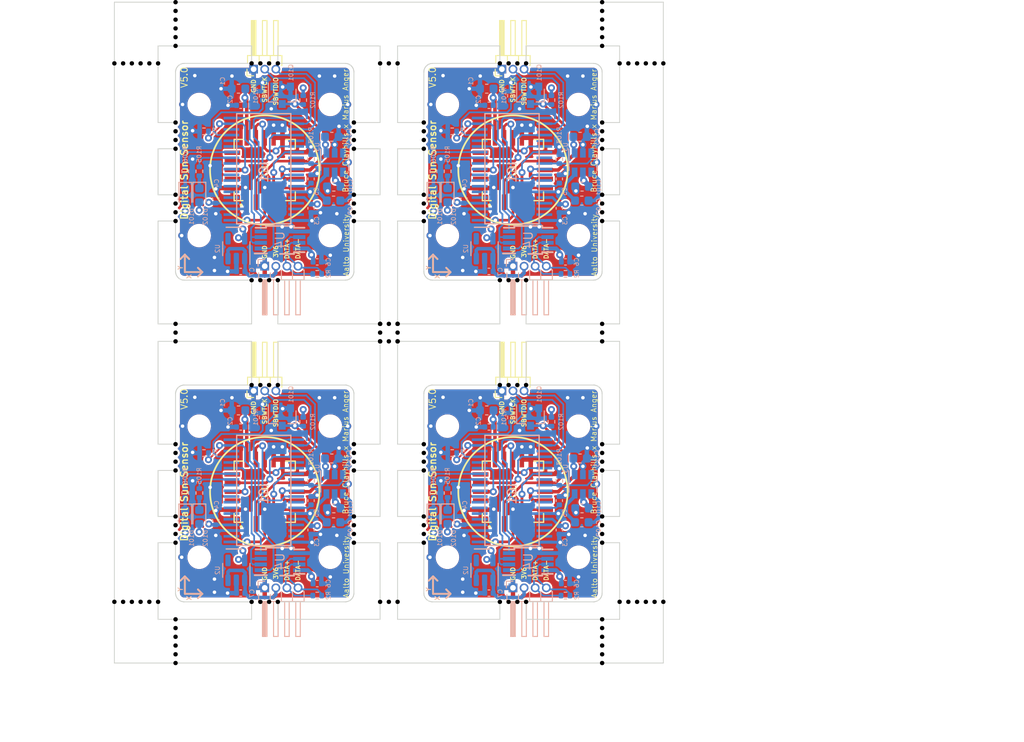
<source format=kicad_pcb>
(kicad_pcb (version 20221018) (generator pcbnew)
  (title_block (title "DSS Sun Sensor") (date "2023-11-10") (rev "v5") (company "Aalto-yliopisto") (comment 1 "Bruce Clayhills"))
  (layers (0 "F.Cu" signal) (1 "In1.Cu" signal) (2 "In2.Cu" signal) (31 "B.Cu" signal) (34 "B.Paste" user) (35 "F.Paste" user) (36 "B.SilkS" user "B.Silkscreen") (37 "F.SilkS" user "F.Silkscreen") (38 "B.Mask" user) (39 "F.Mask" user) (44 "Edge.Cuts" user))
  (net 0 "")
  (net 1 "Board_0-+3V3")
  (net 2 "Board_0-+5V")
  (net 3 "Board_0-/5V_EN")
  (net 4 "Board_0-/ADCS.PRI_DATA+")
  (net 5 "Board_0-/ADCS.PRI_DATA-")
  (net 6 "Board_0-/LED1")
  (net 7 "Board_0-/LED2")
  (net 8 "Board_0-/SBWTCK")
  (net 9 "Board_0-/SBWTDIO")
  (net 10 "Board_0-/SPI_CLK_A0")
  (net 11 "Board_0-/SPI_CLK_B0")
  (net 12 "Board_0-/SPI_SIMO_A0")
  (net 13 "Board_0-/SPI_SIMO_B0")
  (net 14 "Board_0-/SS_CLK")
  (net 15 "Board_0-/SS_GAIN")
  (net 16 "Board_0-/SS_GAIN_CTL")
  (net 17 "Board_0-/START_X")
  (net 18 "Board_0-/START_Y")
  (net 19 "Board_0-/UART_RX")
  (net 20 "Board_0-/UART_TX")
  (net 21 "Board_0-/~{TXRX_EN}")
  (net 22 "Board_0-GND")
  (net 23 "Board_0-Net-(D101-K)")
  (net 24 "Board_0-Net-(D102-K)")
  (net 25 "Board_0-Net-(IC1-VCORE)")
  (net 26 "Board_0-Net-(U3-C+)")
  (net 27 "Board_0-Net-(U3-C-)")
  (net 28 "Board_0-VDD")
  (net 29 "Board_0-unconnected-(IC1-P1.0{slash}TA0.1{slash}DMAE0{slash}RTCCLK{slash}A0*{slash}CD0{slash}VeREF-*-Pad5)")
  (net 30 "Board_0-unconnected-(IC1-P1.1{slash}TA0.2{slash}TA1CLK{slash}CDOUT{slash}A1*{slash}CD1{slash}VeREF+*-Pad6)")
  (net 31 "Board_0-unconnected-(IC1-P1.2{slash}TA1.1{slash}TA0CLK{slash}CDOUT{slash}A2*{slash}CD2-Pad7)")
  (net 32 "Board_0-unconnected-(IC1-P1.7{slash}TB1.2{slash}UCB0SOMI{slash}UCB0SCL{slash}TA1.0-Pad31)")
  (net 33 "Board_0-unconnected-(IC1-P2.1{slash}TB2.1{slash}UCA0RXD{slash}UCA0SOMI{slash}TB0.0-Pad24)")
  (net 34 "Board_0-unconnected-(IC1-P2.3{slash}TA0.0{slash}UCA1STE{slash}A6*{slash}CD10-Pad36)")
  (net 35 "Board_0-unconnected-(IC1-P2.4{slash}TA1.0{slash}UCA1CLK{slash}A7*{slash}CD11-Pad37)")
  (net 36 "Board_0-unconnected-(IC1-P2.7-Pad35)")
  (net 37 "Board_0-unconnected-(IC1-P3.0{slash}A12*{slash}CD12-Pad8)")
  (net 38 "Board_0-unconnected-(IC1-P3.1{slash}A13*{slash}CD13-Pad9)")
  (net 39 "Board_0-unconnected-(IC1-P3.2{slash}A14*{slash}CD14-Pad10)")
  (net 40 "Board_0-unconnected-(IC1-P3.3{slash}A15*{slash}CD15-Pad11)")
  (net 41 "Board_0-unconnected-(IC1-P3.5{slash}TB1.2{slash}CDOUT-Pad27)")
  (net 42 "Board_0-unconnected-(IC1-PJ.0{slash}TDO{slash}TB0OUTH{slash}SMCLK{slash}CD6-Pad15)")
  (net 43 "Board_0-unconnected-(IC1-PJ.2{slash}TMS{slash}TB2OUTH{slash}ACLK{slash}CD8-Pad17)")
  (net 44 "Board_0-unconnected-(IC1-PJ.5{slash}XOUT-Pad2)")
  (net 45 "Board_0-unconnected-(U1-EOC(X)-Pad19)")
  (net 46 "Board_0-unconnected-(U1-EOS(X)-Pad5)")
  (net 47 "Board_0-unconnected-(U1-NC-Pad16)")
  (net 48 "Board_0-unconnected-(U2-NC-Pad4)")
  (net 49 "Board_1-+3V3")
  (net 50 "Board_1-+5V")
  (net 51 "Board_1-/5V_EN")
  (net 52 "Board_1-/ADCS.PRI_DATA+")
  (net 53 "Board_1-/ADCS.PRI_DATA-")
  (net 54 "Board_1-/LED1")
  (net 55 "Board_1-/LED2")
  (net 56 "Board_1-/SBWTCK")
  (net 57 "Board_1-/SBWTDIO")
  (net 58 "Board_1-/SPI_CLK_A0")
  (net 59 "Board_1-/SPI_CLK_B0")
  (net 60 "Board_1-/SPI_SIMO_A0")
  (net 61 "Board_1-/SPI_SIMO_B0")
  (net 62 "Board_1-/SS_CLK")
  (net 63 "Board_1-/SS_GAIN")
  (net 64 "Board_1-/SS_GAIN_CTL")
  (net 65 "Board_1-/START_X")
  (net 66 "Board_1-/START_Y")
  (net 67 "Board_1-/UART_RX")
  (net 68 "Board_1-/UART_TX")
  (net 69 "Board_1-/~{TXRX_EN}")
  (net 70 "Board_1-GND")
  (net 71 "Board_1-Net-(D101-K)")
  (net 72 "Board_1-Net-(D102-K)")
  (net 73 "Board_1-Net-(IC1-VCORE)")
  (net 74 "Board_1-Net-(U3-C+)")
  (net 75 "Board_1-Net-(U3-C-)")
  (net 76 "Board_1-VDD")
  (net 77 "Board_1-unconnected-(IC1-P1.0{slash}TA0.1{slash}DMAE0{slash}RTCCLK{slash}A0*{slash}CD0{slash}VeREF-*-Pad5)")
  (net 78 "Board_1-unconnected-(IC1-P1.1{slash}TA0.2{slash}TA1CLK{slash}CDOUT{slash}A1*{slash}CD1{slash}VeREF+*-Pad6)")
  (net 79 "Board_1-unconnected-(IC1-P1.2{slash}TA1.1{slash}TA0CLK{slash}CDOUT{slash}A2*{slash}CD2-Pad7)")
  (net 80 "Board_1-unconnected-(IC1-P1.7{slash}TB1.2{slash}UCB0SOMI{slash}UCB0SCL{slash}TA1.0-Pad31)")
  (net 81 "Board_1-unconnected-(IC1-P2.1{slash}TB2.1{slash}UCA0RXD{slash}UCA0SOMI{slash}TB0.0-Pad24)")
  (net 82 "Board_1-unconnected-(IC1-P2.3{slash}TA0.0{slash}UCA1STE{slash}A6*{slash}CD10-Pad36)")
  (net 83 "Board_1-unconnected-(IC1-P2.4{slash}TA1.0{slash}UCA1CLK{slash}A7*{slash}CD11-Pad37)")
  (net 84 "Board_1-unconnected-(IC1-P2.7-Pad35)")
  (net 85 "Board_1-unconnected-(IC1-P3.0{slash}A12*{slash}CD12-Pad8)")
  (net 86 "Board_1-unconnected-(IC1-P3.1{slash}A13*{slash}CD13-Pad9)")
  (net 87 "Board_1-unconnected-(IC1-P3.2{slash}A14*{slash}CD14-Pad10)")
  (net 88 "Board_1-unconnected-(IC1-P3.3{slash}A15*{slash}CD15-Pad11)")
  (net 89 "Board_1-unconnected-(IC1-P3.5{slash}TB1.2{slash}CDOUT-Pad27)")
  (net 90 "Board_1-unconnected-(IC1-PJ.0{slash}TDO{slash}TB0OUTH{slash}SMCLK{slash}CD6-Pad15)")
  (net 91 "Board_1-unconnected-(IC1-PJ.2{slash}TMS{slash}TB2OUTH{slash}ACLK{slash}CD8-Pad17)")
  (net 92 "Board_1-unconnected-(IC1-PJ.5{slash}XOUT-Pad2)")
  (net 93 "Board_1-unconnected-(U1-EOC(X)-Pad19)")
  (net 94 "Board_1-unconnected-(U1-EOS(X)-Pad5)")
  (net 95 "Board_1-unconnected-(U1-NC-Pad16)")
  (net 96 "Board_1-unconnected-(U2-NC-Pad4)")
  (net 97 "Board_2-+3V3")
  (net 98 "Board_2-+5V")
  (net 99 "Board_2-/5V_EN")
  (net 100 "Board_2-/ADCS.PRI_DATA+")
  (net 101 "Board_2-/ADCS.PRI_DATA-")
  (net 102 "Board_2-/LED1")
  (net 103 "Board_2-/LED2")
  (net 104 "Board_2-/SBWTCK")
  (net 105 "Board_2-/SBWTDIO")
  (net 106 "Board_2-/SPI_CLK_A0")
  (net 107 "Board_2-/SPI_CLK_B0")
  (net 108 "Board_2-/SPI_SIMO_A0")
  (net 109 "Board_2-/SPI_SIMO_B0")
  (net 110 "Board_2-/SS_CLK")
  (net 111 "Board_2-/SS_GAIN")
  (net 112 "Board_2-/SS_GAIN_CTL")
  (net 113 "Board_2-/START_X")
  (net 114 "Board_2-/START_Y")
  (net 115 "Board_2-/UART_RX")
  (net 116 "Board_2-/UART_TX")
  (net 117 "Board_2-/~{TXRX_EN}")
  (net 118 "Board_2-GND")
  (net 119 "Board_2-Net-(D101-K)")
  (net 120 "Board_2-Net-(D102-K)")
  (net 121 "Board_2-Net-(IC1-VCORE)")
  (net 122 "Board_2-Net-(U3-C+)")
  (net 123 "Board_2-Net-(U3-C-)")
  (net 124 "Board_2-VDD")
  (net 125 "Board_2-unconnected-(IC1-P1.0{slash}TA0.1{slash}DMAE0{slash}RTCCLK{slash}A0*{slash}CD0{slash}VeREF-*-Pad5)")
  (net 126 "Board_2-unconnected-(IC1-P1.1{slash}TA0.2{slash}TA1CLK{slash}CDOUT{slash}A1*{slash}CD1{slash}VeREF+*-Pad6)")
  (net 127 "Board_2-unconnected-(IC1-P1.2{slash}TA1.1{slash}TA0CLK{slash}CDOUT{slash}A2*{slash}CD2-Pad7)")
  (net 128 "Board_2-unconnected-(IC1-P1.7{slash}TB1.2{slash}UCB0SOMI{slash}UCB0SCL{slash}TA1.0-Pad31)")
  (net 129 "Board_2-unconnected-(IC1-P2.1{slash}TB2.1{slash}UCA0RXD{slash}UCA0SOMI{slash}TB0.0-Pad24)")
  (net 130 "Board_2-unconnected-(IC1-P2.3{slash}TA0.0{slash}UCA1STE{slash}A6*{slash}CD10-Pad36)")
  (net 131 "Board_2-unconnected-(IC1-P2.4{slash}TA1.0{slash}UCA1CLK{slash}A7*{slash}CD11-Pad37)")
  (net 132 "Board_2-unconnected-(IC1-P2.7-Pad35)")
  (net 133 "Board_2-unconnected-(IC1-P3.0{slash}A12*{slash}CD12-Pad8)")
  (net 134 "Board_2-unconnected-(IC1-P3.1{slash}A13*{slash}CD13-Pad9)")
  (net 135 "Board_2-unconnected-(IC1-P3.2{slash}A14*{slash}CD14-Pad10)")
  (net 136 "Board_2-unconnected-(IC1-P3.3{slash}A15*{slash}CD15-Pad11)")
  (net 137 "Board_2-unconnected-(IC1-P3.5{slash}TB1.2{slash}CDOUT-Pad27)")
  (net 138 "Board_2-unconnected-(IC1-PJ.0{slash}TDO{slash}TB0OUTH{slash}SMCLK{slash}CD6-Pad15)")
  (net 139 "Board_2-unconnected-(IC1-PJ.2{slash}TMS{slash}TB2OUTH{slash}ACLK{slash}CD8-Pad17)")
  (net 140 "Board_2-unconnected-(IC1-PJ.5{slash}XOUT-Pad2)")
  (net 141 "Board_2-unconnected-(U1-EOC(X)-Pad19)")
  (net 142 "Board_2-unconnected-(U1-EOS(X)-Pad5)")
  (net 143 "Board_2-unconnected-(U1-NC-Pad16)")
  (net 144 "Board_2-unconnected-(U2-NC-Pad4)")
  (net 145 "Board_3-+3V3")
  (net 146 "Board_3-+5V")
  (net 147 "Board_3-/5V_EN")
  (net 148 "Board_3-/ADCS.PRI_DATA+")
  (net 149 "Board_3-/ADCS.PRI_DATA-")
  (net 150 "Board_3-/LED1")
  (net 151 "Board_3-/LED2")
  (net 152 "Board_3-/SBWTCK")
  (net 153 "Board_3-/SBWTDIO")
  (net 154 "Board_3-/SPI_CLK_A0")
  (net 155 "Board_3-/SPI_CLK_B0")
  (net 156 "Board_3-/SPI_SIMO_A0")
  (net 157 "Board_3-/SPI_SIMO_B0")
  (net 158 "Board_3-/SS_CLK")
  (net 159 "Board_3-/SS_GAIN")
  (net 160 "Board_3-/SS_GAIN_CTL")
  (net 161 "Board_3-/START_X")
  (net 162 "Board_3-/START_Y")
  (net 163 "Board_3-/UART_RX")
  (net 164 "Board_3-/UART_TX")
  (net 165 "Board_3-/~{TXRX_EN}")
  (net 166 "Board_3-GND")
  (net 167 "Board_3-Net-(D101-K)")
  (net 168 "Board_3-Net-(D102-K)")
  (net 169 "Board_3-Net-(IC1-VCORE)")
  (net 170 "Board_3-Net-(U3-C+)")
  (net 171 "Board_3-Net-(U3-C-)")
  (net 172 "Board_3-VDD")
  (net 173 "Board_3-unconnected-(IC1-P1.0{slash}TA0.1{slash}DMAE0{slash}RTCCLK{slash}A0*{slash}CD0{slash}VeREF-*-Pad5)")
  (net 174 "Board_3-unconnected-(IC1-P1.1{slash}TA0.2{slash}TA1CLK{slash}CDOUT{slash}A1*{slash}CD1{slash}VeREF+*-Pad6)")
  (net 175 "Board_3-unconnected-(IC1-P1.2{slash}TA1.1{slash}TA0CLK{slash}CDOUT{slash}A2*{slash}CD2-Pad7)")
  (net 176 "Board_3-unconnected-(IC1-P1.7{slash}TB1.2{slash}UCB0SOMI{slash}UCB0SCL{slash}TA1.0-Pad31)")
  (net 177 "Board_3-unconnected-(IC1-P2.1{slash}TB2.1{slash}UCA0RXD{slash}UCA0SOMI{slash}TB0.0-Pad24)")
  (net 178 "Board_3-unconnected-(IC1-P2.3{slash}TA0.0{slash}UCA1STE{slash}A6*{slash}CD10-Pad36)")
  (net 179 "Board_3-unconnected-(IC1-P2.4{slash}TA1.0{slash}UCA1CLK{slash}A7*{slash}CD11-Pad37)")
  (net 180 "Board_3-unconnected-(IC1-P2.7-Pad35)")
  (net 181 "Board_3-unconnected-(IC1-P3.0{slash}A12*{slash}CD12-Pad8)")
  (net 182 "Board_3-unconnected-(IC1-P3.1{slash}A13*{slash}CD13-Pad9)")
  (net 183 "Board_3-unconnected-(IC1-P3.2{slash}A14*{slash}CD14-Pad10)")
  (net 184 "Board_3-unconnected-(IC1-P3.3{slash}A15*{slash}CD15-Pad11)")
  (net 185 "Board_3-unconnected-(IC1-P3.5{slash}TB1.2{slash}CDOUT-Pad27)")
  (net 186 "Board_3-unconnected-(IC1-PJ.0{slash}TDO{slash}TB0OUTH{slash}SMCLK{slash}CD6-Pad15)")
  (net 187 "Board_3-unconnected-(IC1-PJ.2{slash}TMS{slash}TB2OUTH{slash}ACLK{slash}CD8-Pad17)")
  (net 188 "Board_3-unconnected-(IC1-PJ.5{slash}XOUT-Pad2)")
  (net 189 "Board_3-unconnected-(U1-EOC(X)-Pad19)")
  (net 190 "Board_3-unconnected-(U1-EOS(X)-Pad5)")
  (net 191 "Board_3-unconnected-(U1-NC-Pad16)")
  (net 192 "Board_3-unconnected-(U2-NC-Pad4)")
  (footprint "NPTH" (layer "F.Cu") (at 124.1 44.033333)
    (fp_text reference "KiKit_MB_2_2" hide)
    (fp_text value "NPTH" hide)
  )
  (footprint "NPTH" (layer "F.Cu") (at 124.1 81.833333)
    (fp_text reference "KiKit_MB_14_1" hide)
    (fp_text value "NPTH" hide)
  )
  (footprint "NPTH" (layer "F.Cu") (at 124.1 36.766667)
    (fp_text reference "KiKit_MB_1_1" hide)
    (fp_text value "NPTH" hide)
  )
  (footprint "NPTH" (layer "F.Cu") (at 152.5 79.833333)
    (fp_text reference "KiKit_MB_20_3" hide)
    (fp_text value "NPTH" hide)
  )
  (footprint "Connector_PinHeader_1.27mm:PinHeader_1x03_P1.27mm_Horizontal" (layer "F.Cu") (at 133.03 27.6636 90)
    (fp_text reference "J104" hide)
    (fp_text value "Programming connector")
  )
  (footprint "NPTH" (layer "F.Cu") (at 144.5 81.833333)
    (fp_text reference "KiKit_MB_16_4" hide)
    (fp_text value "NPTH" hide)
  )
  (footprint "NPTH" (layer "F.Cu") (at 162.2 88.6)
    (fp_text reference "KiKit_MB_24_3" hide)
    (fp_text value "NPTH" hide)
  )
  (footprint "NPTH" (layer "F.Cu") (at 124.1 70.566666)
    (fp_text reference "KiKit_MB_13_4" hide)
    (fp_text value "NPTH" hide)
  )
  (footprint "NPTH" (layer "F.Cu") (at 132.8 51.8)
    (fp_text reference "KiKit_MB_6_4" hide)
    (fp_text value "NPTH" hide)
  )
  (footprint "NPTH" (layer "F.Cu") (at 149.5 56.8)
    (fp_text reference "KiKit_MB_32_1" hide)
    (fp_text value "NPTH" hide)
  )
  (footprint "NPTH" (layer "F.Cu") (at 172.9 20)
    (fp_text reference "KiKit_MB_34_1" hide)
    (fp_text value "NPTH" hide)
  )
  (footprint "NPTH" (layer "F.Cu") (at 172.9 33.766667)
    (fp_text reference "KiKit_MB_9_1" hide)
    (fp_text value "NPTH" hide)
  )
  (footprint "NPTH" (layer "F.Cu") (at 144.5 78.833333)
    (fp_text reference "KiKit_MB_16_1" hide)
    (fp_text value "NPTH" hide)
  )
  (footprint "NPTH" (layer "F.Cu") (at 149.5 57.8)
    (fp_text reference "KiKit_MB_25_2" hide)
    (fp_text value "NPTH" hide)
  )
  (footprint "NPTH" (layer "F.Cu") (at 122.1 27)
    (fp_text reference "KiKit_MB_37_6" hide)
    (fp_text value "NPTH" hide)
  )
  (footprint "NPTH" (layer "F.Cu") (at 172.9 43.033333)
    (fp_text reference "KiKit_MB_10_2" hide)
    (fp_text value "NPTH" hide)
  )
  (footprint "NPTH" (layer "F.Cu") (at 177.9 27)
    (fp_text reference "KiKit_MB_39_4" hide)
    (fp_text value "NPTH" hide)
  )
  (footprint "NPTH" (layer "F.Cu") (at 164.2 51.8)
    (fp_text reference "KiKit_MB_12_1" hide)
    (fp_text value "NPTH" hide)
  )
  (footprint "NPTH" (layer "F.Cu") (at 119.1 88.6)
    (fp_text reference "KiKit_MB_38_3" hide)
    (fp_text value "NPTH" hide)
  )
  (footprint "NPTH" (layer "F.Cu") (at 133.8 63.8)
    (fp_text reference "KiKit_MB_17_2" hide)
    (fp_text value "NPTH" hide)
  )
  (footprint "MountingHole:MountingHole_2.2mm_M2" (layer "F.Cu") (at 141.8 46.7 90)
    (fp_text reference "MK102" hide)
    (fp_text value "Mounting_Hole")
  )
  (footprint "NPTH" (layer "F.Cu") (at 144.5 79.833333)
    (fp_text reference "KiKit_MB_16_2" hide)
    (fp_text value "NPTH" hide)
  )
  (footprint "NPTH" (layer "F.Cu") (at 172.9 22)
    (fp_text reference "KiKit_MB_34_3" hide)
    (fp_text value "NPTH" hide)
  )
  (footprint "NPTH" (layer "F.Cu") (at 172.9 25)
    (fp_text reference "KiKit_MB_34_6" hide)
    (fp_text value "NPTH" hide)
  )
  (footprint "NPTH" (layer "F.Cu") (at 161.2 27)
    (fp_text reference "KiKit_MB_11_1" hide)
    (fp_text value "NPTH" hide)
  )
  (footprint "NPTH" (layer "F.Cu") (at 124.1 80.833333)
    (fp_text reference "KiKit_MB_14_2" hide)
    (fp_text value "NPTH" hide)
  )
  (footprint "NPTH" (layer "F.Cu") (at 161.2 88.6)
    (fp_text reference "KiKit_MB_24_4" hide)
    (fp_text value "NPTH" hide)
  )
  (footprint "NPTH" (layer "F.Cu") (at 147.5 88.6)
    (fp_text reference "KiKit_MB_30_3" hide)
    (fp_text value "NPTH" hide)
  )
  (footprint "NPTH" (layer "F.Cu") (at 124.1 24)
    (fp_text reference "KiKit_MB_33_5" hide)
    (fp_text value "NPTH" hide)
  )
  (footprint "NPTH" (layer "F.Cu") (at 120.1 88.6)
    (fp_text reference "KiKit_MB_38_4" hide)
    (fp_text value "NPTH" hide)
  )
  (footprint "NPTH" (layer "F.Cu") (at 172.9 95.6)
    (fp_text reference "KiKit_MB_36_6" hide)
    (fp_text value "NPTH" hide)
  )
  (footprint "NPTH" (layer "F.Cu") (at 147.5 27)
    (fp_text reference "KiKit_MB_31_3" hide)
    (fp_text value "NPTH" hide)
  )
  (footprint "MountingHole:MountingHole_2.2mm_M2" (layer "F.Cu") (at 170.2 68.5 90)
    (fp_text reference "MK104" hide)
    (fp_text value "Mounting_Hole")
  )
  (footprint "NPTH" (layer "F.Cu") (at 172.9 73.566666)
    (fp_text reference "KiKit_MB_21_4" hide)
    (fp_text value "NPTH" hide)
  )
  (footprint "NPTH" (layer "F.Cu") (at 172.9 90.6)
    (fp_text reference "KiKit_MB_36_1" hide)
    (fp_text value "NPTH" hide)
  )
  (footprint "NPTH" (layer "F.Cu") (at 172.9 79.833333)
    (fp_text reference "KiKit_MB_22_2" hide)
    (fp_text value "NPTH" hide)
  )
  (footprint "NPTH" (layer "F.Cu") (at 124.1 73.566666)
    (fp_text reference "KiKit_MB_13_1" hide)
    (fp_text value "NPTH" hide)
  )
  (footprint "NPTH" (layer "F.Cu") (at 172.9 24)
    (fp_text reference "KiKit_MB_34_5" hide)
    (fp_text value "NPTH" hide)
  )
  (footprint "NPTH" (layer "F.Cu") (at 117.1 88.6)
    (fp_text reference "KiKit_MB_38_1" hide)
    (fp_text value "NPTH" hide)
  )
  (footprint "MountingHole:MountingHole_2.2mm_M2" (layer "F.Cu") (at 155.2 83.5 90)
    (fp_text reference "MK101" hide)
    (fp_text value "Mounting_Hole")
  )
  (footprint "NPTH" (layer "F.Cu") (at 179.9 27)
    (fp_text reference "KiKit_MB_39_6" hide)
    (fp_text value "NPTH" hide)
  )
  (footprint "NPTH" (layer "F.Cu") (at 172.9 91.6)
    (fp_text reference "KiKit_MB_36_2" hide)
    (fp_text value "NPTH" hide)
  )
  (footprint "NPTH" (layer "F.Cu") (at 132.8 63.8)
    (fp_text reference "KiKit_MB_17_1" hide)
    (fp_text value "NPTH" hide)
  )
  (footprint "NPTH" (layer "F.Cu") (at 144.5 36.766667)
    (fp_text reference "KiKit_MB_3_4" hide)
    (fp_text value "NPTH" hide)
  )
  (footprint "NPTH" (layer "F.Cu") (at 152.5 72.566666)
    (fp_text reference "KiKit_MB_19_2" hide)
    (fp_text value "NPTH" hide)
  )
  (footprint "NPTH" (layer "F.Cu") (at 147.5 58.8)
    (fp_text reference "KiKit_MB_29_1" hide)
    (fp_text value "NPTH" hide)
  )
  (footprint "NPTH" (layer "F.Cu") (at 124.1 95.6)
    (fp_text reference "KiKit_MB_35_6" hide)
    (fp_text value "NPTH" hide)
  )
  (footprint "NPTH" (layer "F.Cu") (at 121.1 27)
    (fp_text reference "KiKit_MB_37_5" hide)
    (fp_text value "NPTH" hide)
  )
  (footprint "MountingHole:MountingHole_2.2mm_M2" (layer "F.Cu") (at 126.8 31.7 90)
    (fp_text reference "MK103" hide)
    (fp_text value "Mounting_Hole")
  )
  (footprint "NPTH" (layer "F.Cu") (at 152.5 42.033333)
    (fp_text reference "KiKit_MB_8_4" hide)
    (fp_text value "NPTH" hide)
  )
  (footprint "NPTH" (layer "F.Cu") (at 134.8 63.8)
    (fp_text reference "KiKit_MB_17_3" hide)
    (fp_text value "NPTH" hide)
  )
  (footprint "NPTH" (layer "F.Cu") (at 124.1 90.6)
    (fp_text reference "KiKit_MB_35_1" hide)
    (fp_text value "NPTH" hide)
  )
  (footprint "NPTH" (layer "F.Cu") (at 175.9 88.6)
    (fp_text reference "KiKit_MB_40_2" hide)
    (fp_text value "NPTH" hide)
  )
  (footprint "NPTH" (layer "F.Cu") (at 124.1 42.033333)
    (fp_text reference "KiKit_MB_2_4" hide)
    (fp_text value "NPTH" hide)
  )
  (footprint "NPTH" (layer "F.Cu") (at 135.8 51.8)
    (fp_text reference "KiKit_MB_6_1" hide)
    (fp_text value "NPTH" hide)
  )
  (footprint "NPTH" (layer "F.Cu") (at 149.5 58.8)
    (fp_text reference "KiKit_MB_29_3" hide)
    (fp_text value "NPTH" hide)
  )
  (footprint "NPTH" (layer "F.Cu") (at 177.9 88.6)
    (fp_text reference "KiKit_MB_40_4" hide)
    (fp_text value "NPTH" hide)
  )
  (footprint "NPTH" (layer "F.Cu") (at 134.8 51.8)
    (fp_text reference "KiKit_MB_6_2" hide)
    (fp_text value "NPTH" hide)
  )
  (footprint "NPTH" (layer "F.Cu") (at 133.8 27)
    (fp_text reference "KiKit_MB_5_2" hide)
    (fp_text value "NPTH" hide)
  )
  (footprint "NPTH" (layer "F.Cu") (at 134.8 88.6)
    (fp_text reference "KiKit_MB_18_2" hide)
    (fp_text value "NPTH" hide)
  )
  (footprint "NPTH" (layer "F.Cu") (at 175.9 27)
    (fp_text reference "KiKit_MB_39_2" hide)
    (fp_text value "NPTH" hide)
  )
  (footprint "NPTH" (layer "F.Cu") (at 148.5 58.8)
    (fp_text reference "KiKit_MB_29_2" hide)
    (fp_text value "NPTH" hide)
  )
  (footprint "NPTH" (layer "F.Cu") (at 124.1 94.6)
    (fp_text reference "KiKit_MB_35_5" hide)
    (fp_text value "NPTH" hide)
  )
  (footprint "NPTH" (layer "F.Cu") (at 124.1 25)
    (fp_text reference "KiKit_MB_33_6" hide)
    (fp_text value "NPTH" hide)
  )
  (footprint "NPTH" (layer "F.Cu") (at 144.5 72.566666)
    (fp_text reference "KiKit_MB_15_3" hide)
    (fp_text value "NPTH" hide)
  )
  (footprint "Foresail1p_IC:S9132" (layer "F.Cu") (at 162.7 76 90)
    (fp_text reference "U1")
    (fp_text value "S9132")
  )
  (footprint "NPTH" (layer "F.Cu") (at 172.9 35.766667)
    (fp_text reference "KiKit_MB_9_3" hide)
    (fp_text value "NPTH" hide)
  )
  (footprint "NPTH" (layer "F.Cu") (at 144.5 44.033333)
    (fp_text reference "KiKit_MB_4_3" hide)
    (fp_text value "NPTH" hide)
  )
  (footprint "NPTH" (layer "F.Cu") (at 135.8 27)
    (fp_text reference "KiKit_MB_5_4" hide)
    (fp_text value "NPTH" hide)
  )
  (footprint "NPTH" (layer "F.Cu") (at 124.1 34.766667)
    (fp_text reference "KiKit_MB_1_3" hide)
    (fp_text value "NPTH" hide)
  )
  (footprint "NPTH" (layer "F.Cu") (at 172.9 42.033333)
    (fp_text reference "KiKit_MB_10_1" hide)
    (fp_text value "NPTH" hide)
  )
  (footprint "NPTH" (layer "F.Cu") (at 152.5 35.766667)
    (fp_text reference "KiKit_MB_7_2" hide)
    (fp_text value "NPTH" hide)
  )
  (footprint "NPTH" (layer "F.Cu") (at 124.1 58.8)
    (fp_text reference "KiKit_MB_27_3" hide)
    (fp_text value "NPTH" hide)
  )
  (footprint "NPTH" (layer "F.Cu") (at 172.9 72.566666)
    (fp_text reference "KiKit_MB_21_3" hide)
    (fp_text value "NPTH" hide)
  )
  (footprint "NPTH" (layer "F.Cu") (at 122.1 88.6)
    (fp_text reference "KiKit_MB_38_6" hide)
    (fp_text value "NPTH" hide)
  )
  (footprint "NPTH" (layer "F.Cu") (at 152.5 36.766667)
    (fp_text reference "KiKit_MB_7_1" hide)
    (fp_text value "NPTH" hide)
  )
  (footprint "NPTH" (layer "F.Cu") (at 124.1 23)
    (fp_text reference "KiKit_MB_33_4" hide)
    (fp_text value "NPTH" hide)
  )
  (footprint "NPTH" (layer "F.Cu") (at 148.5 27)
    (fp_text reference "KiKit_MB_31_2" hide)
    (fp_text value "NPTH" hide)
  )
  (footprint "Foresail1p_IC:S9132" (layer "F.Cu") (at 134.3 39.2 90)
    (fp_text reference "U1")
    (fp_text value "S9132")
  )
  (footprint "NPTH" (layer "F.Cu") (at 178.9 88.6)
    (fp_text reference "KiKit_MB_40_5" hide)
    (fp_text value "NPTH" hide)
  )
  (footprint "Connector_PinHeader_1.27mm:PinHeader_1x03_P1.27mm_Horizontal" (layer "F.Cu") (at 161.43 64.4636 90)
    (fp_text reference "J104" hide)
    (fp_text value "Programming connector")
  )
  (footprint "NPTH" (layer "F.Cu") (at 135.8 88.6)
    (fp_text reference "KiKit_MB_18_1" hide)
    (fp_text value "NPTH" hide)
  )
  (footprint "NPTH" (layer "F.Cu") (at 121.1 88.6)
    (fp_text reference "KiKit_MB_38_5" hide)
    (fp_text value "NPTH" hide)
  )
  (footprint "NPTH" (layer "F.Cu") (at 149.5 27)
    (fp_text reference "KiKit_MB_31_1" hide)
    (fp_text value "NPTH" hide)
  )
  (footprint "NPTH" (layer "F.Cu") (at 152.5 71.566666)
    (fp_text reference "KiKit_MB_19_3" hide)
    (fp_text value "NPTH" hide)
  )
  (footprint "NPTH" (layer "F.Cu") (at 149.5 58.8)
    (fp_text reference "KiKit_MB_25_1" hide)
    (fp_text value "NPTH" hide)
  )
  (footprint "NPTH" (layer "F.Cu") (at 135.8 63.8)
    (fp_text reference "KiKit_MB_17_4" hide)
    (fp_text value "NPTH" hide)
  )
  (footprint "NPTH" (layer "F.Cu") (at 147.5 58.8)
    (fp_text reference "KiKit_MB_28_3" hide)
    (fp_text value "NPTH" hide)
  )
  (footprint "NPTH" (layer "F.Cu") (at 172.9 94.6)
    (fp_text reference "KiKit_MB_36_5" hide)
    (fp_text value "NPTH" hide)
  )
  (footprint "NPTH" (layer "F.Cu") (at 124.1 35.766667)
    (fp_text reference "KiKit_MB_1_2" hide)
    (fp_text value "NPTH" hide)
  )
  (footprint "NPTH" (layer "F.Cu") (at 118.1 27)
    (fp_text reference "KiKit_MB_37_2" hide)
    (fp_text value "NPTH" hide)
  )
  (footprint "NPTH" (layer "F.Cu") (at 172.9 34.766667)
    (fp_text reference "KiKit_MB_9_2" hide)
    (fp_text value "NPTH" hide)
  )
  (footprint "NPTH" (layer "F.Cu") (at 172.9 23)
    (fp_text reference "KiKit_MB_34_4" hide)
    (fp_text value "NPTH" hide)
  )
  (footprint "NPTH" (layer "F.Cu") (at 164.2 63.8)
    (fp_text reference "KiKit_MB_23_4" hide)
    (fp_text value "NPTH" hide)
  )
  (footprint "NPTH" (layer "F.Cu") (at 172.9 56.8)
    (fp_text reference "KiKit_MB_26_1" hide)
    (fp_text value "NPTH" hide)
  )
  (footprint "NPTH" (layer "F.Cu") (at 162.2 51.8)
    (fp_text reference "KiKit_MB_12_3" hide)
    (fp_text value "NPTH" hide)
  )
  (footprint "NPTH" (layer "F.Cu") (at 124.1 71.566666)
    (fp_text reference "KiKit_MB_13_3" hide)
    (fp_text value "NPTH" hide)
  )
  (footprint "NPTH" (layer "F.Cu") (at 144.5 73.566666)
    (fp_text reference "KiKit_MB_15_4" hide)
    (fp_text value "NPTH" hide)
  )
  (footprint "NPTH" (layer "F.Cu") (at 172.9 58.8)
    (fp_text reference "KiKit_MB_26_3" hide)
    (fp_text value "NPTH" hide)
  )
  (footprint "NPTH" (layer "F.Cu") (at 174.9 27)
    (fp_text reference "KiKit_MB_39_1" hide)
    (fp_text value "NPTH" hide)
  )
  (footprint "NPTH" (layer "F.Cu") (at 144.5 43.033333)
    (fp_text reference "KiKit_MB_4_2" hide)
    (fp_text value "NPTH" hide)
  )
  (footprint "NPTH" (layer "F.Cu") (at 152.5 73.566666)
    (fp_text reference "KiKit_MB_19_1" hide)
    (fp_text value "NPTH" hide)
  )
  (footprint "NPTH" (layer "F.Cu") (at 148.5 88.6)
    (fp_text reference "KiKit_MB_30_2" hide)
    (fp_text value "NPTH" hide)
  )
  (footprint "NPTH" (layer "F.Cu") (at 124.1 79.833333)
    (fp_text reference "KiKit_MB_14_3" hide)
    (fp_text value "NPTH" hide)
  )
  (footprint "MountingHole:MountingHole_2.2mm_M2" (layer "F.Cu") (at 155.2 68.5 90)
    (fp_text reference "MK103" hide)
    (fp_text value "Mounting_Hole")
  )
  (footprint "MountingHole:MountingHole_2.2mm_M2" (layer "F.Cu") (at 155.2 46.7 90)
    (fp_text reference "MK101" hide)
    (fp_text value "Mounting_Hole")
  )
  (footprint "NPTH" (layer "F.Cu") (at 124.1 91.6)
    (fp_text reference "KiKit_MB_35_2" hide)
    (fp_text value "NPTH" hide)
  )
  (footprint "MountingHole:MountingHole_2.2mm_M2" (layer "F.Cu") (at 126.8 68.5 90)
    (fp_text reference "MK103" hide)
    (fp_text value "Mounting_Hole")
  )
  (footprint "MountingHole:MountingHole_2.2mm_M2" (layer "F.Cu") (at 170.2 83.5 90)
    (fp_text reference "MK102" hide)
    (fp_text value "Mounting_Hole")
  )
  (footprint "NPTH" (layer "F.Cu") (at 144.5 42.033333)
    (fp_text reference "KiKit_MB_4_1" hide)
    (fp_text value "NPTH" hide)
  )
  (footprint "NPTH" (layer "F.Cu") (at 124.1 21)
    (fp_text reference "KiKit_MB_33_2" hide)
    (fp_text value "NPTH" hide)
  )
  (footprint "NPTH" (layer "F.Cu") (at 148.5 56.8)
    (fp_text reference "KiKit_MB_32_2" hide)
    (fp_text value "NPTH" hide)
  )
  (footprint "NPTH" (layer "F.Cu") (at 124.1 92.6)
    (fp_text reference "KiKit_MB_35_3" hide)
    (fp_text value "NPTH" hide)
  )
  (footprint "NPTH" (layer "F.Cu") (at 161.2 51.8)
    (fp_text reference "KiKit_MB_12_4" hide)
    (fp_text value "NPTH" hide)
  )
  (footprint "NPTH" (layer "F.Cu") (at 124.1 56.8)
    (fp_text reference "KiKit_MB_27_1" hide)
    (fp_text value "NPTH" hide)
  )
  (footprint "NPTH" (layer "F.Cu") (at 172.9 45.033333)
    (fp_text reference "KiKit_MB_10_4" hide)
    (fp_text value "NPTH" hide)
  )
  (footprint "NPTH" (layer "F.Cu") (at 162.2 63.8)
    (fp_text reference "KiKit_MB_23_2" hide)
    (fp_text value "NPTH" hide)
  )
  (footprint "NPTH" (layer "F.Cu") (at 176.9 88.6)
    (fp_text reference "KiKit_MB_40_3" hide)
    (fp_text value "NPTH" hide)
  )
  (footprint "NPTH" (layer "F.Cu") (at 147.5 56.8)
    (fp_text reference "KiKit_MB_32_3" hide)
    (fp_text value "NPTH" hide)
  )
  (footprint "NPTH" (layer "F.Cu") (at 152.5 80.833333)
    (fp_text reference "KiKit_MB_20_2" hide)
    (fp_text value "NPTH" hide)
  )
  (footprint "NPTH" (layer "F.Cu") (at 144.5 35.766667)
    (fp_text reference "KiKit_MB_3_3" hide)
    (fp_text value "NPTH" hide)
  )
  (footprint "NPTH" (layer "F.Cu") (at 118.1 88.6)
    (fp_text reference "KiKit_MB_38_2" hide)
    (fp_text value "NPTH" hide)
  )
  (footprint "NPTH" (layer "F.Cu") (at 134.8 27)
    (fp_text reference "KiKit_MB_5_3" hide)
    (fp_text value "NPTH" hide)
  )
  (footprint "MountingHole:MountingHole_2.2mm_M2" (layer "F.Cu") (at 141.8 83.5 90)
    (fp_text reference "MK102" hide)
    (fp_text value "Mounting_Hole")
  )
  (footprint "NPTH" (layer "F.Cu") (at 124.1 78.833333)
    (fp_text reference "KiKit_MB_14_4" hide)
    (fp_text value "NPTH" hide)
  )
  (footprint "NPTH" (layer "F.Cu") (at 172.9 36.766667)
    (fp_text reference "KiKit_MB_9_4" hide)
    (fp_text value "NPTH" hide)
  )
  (footprint "NPTH" (layer "F.Cu") (at 132.8 27)
    (fp_text reference "KiKit_MB_5_1" hide)
    (fp_text value "NPTH" hide)
  )
  (footprint "NPTH" (layer "F.Cu") (at 124.1 33.766667)
    (fp_text reference "KiKit_MB_1_4" hide)
    (fp_text value "NPTH" hide)
  )
  (footprint "NPTH" (layer "F.Cu") (at 133.8 51.8)
    (fp_text reference "KiKit_MB_6_3" hide)
    (fp_text value "NPTH" hide)
  )
  (footprint "MountingHole:MountingHole_2.2mm_M2" (layer "F.Cu") (at 155.2 31.7 90)
    (fp_text reference "MK103" hide)
    (fp_text value "Mounting_Hole")
  )
  (footprint "NPTH" (layer "F.Cu") (at 152.5 44.033333)
    (fp_text reference "KiKit_MB_8_2" hide)
    (fp_text value "NPTH" hide)
  )
  (footprint "NPTH" (layer "F.Cu") (at 144.5 70.566666)
    (fp_text reference "KiKit_MB_15_1" hide)
    (fp_text value "NPTH" hide)
  )
  (footprint "NPTH" (layer "F.Cu") (at 152.5 33.766667)
    (fp_text reference "KiKit_MB_7_4" hide)
    (fp_text value "NPTH" hide)
  )
  (footprint "Foresail1p_IC:S9132" (layer "F.Cu") (at 162.7 39.2 90)
    (fp_text reference "U1")
    (fp_text value "S9132")
  )
  (footprint "NPTH" (layer "F.Cu") (at 144.5 33.766667)
    (fp_text reference "KiKit_MB_3_1" hide)
    (fp_text value "NPTH" hide)
  )
  (footprint "MountingHole:MountingHole_2.2mm_M2" (layer "F.Cu") (at 170.2 31.7 90)
    (fp_text reference "MK104" hide)
    (fp_text value "Mounting_Hole")
  )
  (footprint "NPTH" (layer "F.Cu") (at 172.9 92.6)
    (fp_text reference "KiKit_MB_36_3" hide)
    (fp_text value "NPTH" hide)
  )
  (footprint "NPTH" (layer "F.Cu") (at 144.5 34.766667)
    (fp_text reference "KiKit_MB_3_2" hide)
    (fp_text value "NPTH" hide)
  )
  (footprint "NPTH" (layer "F.Cu") (at 164.2 88.6)
    (fp_text reference "KiKit_MB_24_1" hide)
    (fp_text value "NPTH" hide)
  )
  (footprint "NPTH" (layer "F.Cu") (at 172.9 78.833333)
    (fp_text reference "KiKit_MB_22_1" hide)
    (fp_text value "NPTH" hide)
  )
  (footprint "NPTH" (layer "F.Cu") (at 124.1 22)
    (fp_text reference "KiKit_MB_33_3" hide)
    (fp_text value "NPTH" hide)
  )
  (footprint "NPTH" (layer "F.Cu") (at 144.5 80.833333)
    (fp_text reference "KiKit_MB_16_3" hide)
    (fp_text value "NPTH" hide)
  )
  (footprint "NPTH" (layer "F.Cu") (at 162.2 27)
    (fp_text reference "KiKit_MB_11_2" hide)
    (fp_text value "NPTH" hide)
  )
  (footprint "NPTH" (layer "F.Cu") (at 152.5 78.833333)
    (fp_text reference "KiKit_MB_20_4" hide)
    (fp_text value "NPTH" hide)
  )
  (footprint "MountingHole:MountingHole_2.2mm_M2" (layer "F.Cu") (at 126.8 46.7 90)
    (fp_text reference "MK101" hide)
    (fp_text value "Mounting_Hole")
  )
  (footprint "NPTH" (layer "F.Cu") (at 152.5 34.766667)
    (fp_text reference "KiKit_MB_7_3" hide)
    (fp_text value "NPTH" hide)
  )
  (footprint "NPTH" (layer "F.Cu") (at 152.5 43.033333)
    (fp_text reference "KiKit_MB_8_3" hide)
    (fp_text value "NPTH" hide)
  )
  (footprint "NPTH" (layer "F.Cu") (at 163.2 88.6)
    (fp_text reference "KiKit_MB_24_2" hide)
    (fp_text value "NPTH" hide)
  )
  (footprint "NPTH" (layer "F.Cu") (at 147.5 56.8)
    (fp_text reference "KiKit_MB_28_1" hide)
    (fp_text value "NPTH" hide)
  )
  (footprint "NPTH" (layer "F.Cu") (at 172.9 93.6)
    (fp_text reference "KiKit_MB_36_4" hide)
    (fp_text value "NPTH" hide)
  )
  (footprint "NPTH" (layer "F.Cu") (at 152.5 81.833333)
    (fp_text reference "KiKit_MB_20_1" hide)
    (fp_text value "NPTH" hide)
  )
  (footprint "MountingHole:MountingHole_2.2mm_M2" (layer "F.Cu") (at 141.8 68.5 90)
    (fp_text reference "MK104" hide)
    (fp_text value "Mounting_Hole")
  )
  (footprint "NPTH" (layer "F.Cu") (at 172.9 44.033333)
    (fp_text reference "KiKit_MB_10_3" hide)
    (fp_text value "NPTH" hide)
  )
  (footprint "NPTH" (layer "F.Cu") (at 172.9 70.566666)
    (fp_text reference "KiKit_MB_21_1" hide)
    (fp_text value "NPTH" hide)
  )
  (footprint "NPTH" (layer "F.Cu") (at 124.1 57.8)
    (fp_text reference "KiKit_MB_27_2" hide)
    (fp_text value "NPTH" hide)
  )
  (footprint "NPTH" (layer "F.Cu") (at 144.5 45.033333)
    (fp_text reference "KiKit_MB_4_4" hide)
    (fp_text value "NPTH" hide)
  )
  (footprint "NPTH" (layer "F.Cu") (at 172.9 21)
    (fp_text reference "KiKit_MB_34_2" hide)
    (fp_text value "NPTH" hide)
  )
  (footprint "NPTH" (layer "F.Cu") (at 120.1 27)
    (fp_text reference "KiKit_MB_37_4" hide)
    (fp_text value "NPTH" hide)
  )
  (footprint "NPTH" (layer "F.Cu") (at 132.8 88.6)
    (fp_text reference "KiKit_MB_18_4" hide)
    (fp_text value "NPTH" hide)
  )
  (footprint "Foresail1p_IC:S9132" (layer "F.Cu") (at 134.3 76 90)
    (fp_text reference "U1")
    (fp_text value "S9132")
  )
  (footprint "NPTH" (layer "F.Cu") (at 124.1 93.6)
    (fp_text reference "KiKit_MB_35_4" hide)
    (fp_text value "NPTH" hide)
  )
  (footprint "NPTH" (layer "F.Cu") (at 124.1 43.033333)
    (fp_text reference "KiKit_MB_2_3" hide)
    (fp_text value "NPTH" hide)
  )
  (footprint "NPTH" (layer "F.Cu") (at 172.9 71.566666)
    (fp_text reference "KiKit_MB_21_2" hide)
    (fp_text value "NPTH" hide)
  )
  (footprint "NPTH" (layer "F.Cu") (at 133.8 88.6)
    (fp_text reference "KiKit_MB_18_3" hide)
    (fp_text value "NPTH" hide)
  )
  (footprint "NPTH" (layer "F.Cu") (at 172.9 57.8)
    (fp_text reference "KiKit_MB_26_2" hide)
    (fp_text value "NPTH" hide)
  )
  (footprint "NPTH" (layer "F.Cu") (at 179.9 88.6)
    (fp_text reference "KiKit_MB_40_6" hide)
    (fp_text value "NPTH" hide)
  )
  (footprint "NPTH" (layer "F.Cu") (at 163.2 63.8)
    (fp_text reference "KiKit_MB_23_3" hide)
    (fp_text value "NPTH" hide)
  )
  (footprint "NPTH" (layer "F.Cu") (at 124.1 45.033333)
    (fp_text reference "KiKit_MB_2_1" hide)
    (fp_text value "NPTH" hide)
  )
  (footprint "NPTH" (layer "F.Cu") (at 152.5 45.033333)
    (fp_text reference "KiKit_MB_8_1" hide)
    (fp_text value "NPTH" hide)
  )
  (footprint "NPTH" (layer "F.Cu") (at 163.2 27)
    (fp_text reference "KiKit_MB_11_3" hide)
    (fp_text value "NPTH" hide)
  )
  (footprint "NPTH" (layer "F.Cu") (at 161.2 63.8)
    (fp_text reference "KiKit_MB_23_1" hide)
    (fp_text value "NPTH" hide)
  )
  (footprint "NPTH" (layer "F.Cu") (at 164.2 27)
    (fp_text reference "KiKit_MB_11_4" hide)
    (fp_text value "NPTH" hide)
  )
  (footprint "Connector_PinHeader_1.27mm:PinHeader_1x03_P1.27mm_Horizontal" (layer "F.Cu") (at 161.43 27.6636 90)
    (fp_text reference "J104" hide)
    (fp_text value "Programming connector")
  )
  (footprint "NPTH" (layer "F.Cu") (at 163.2 51.8)
    (fp_text reference "KiKit_MB_12_2" hide)
    (fp_text value "NPTH" hide)
  )
  (footprint "NPTH" (layer "F.Cu") (at 149.5 88.6)
    (fp_text reference "KiKit_MB_30_1" hide)
    (fp_text value "NPTH" hide)
  )
  (footprint "NPTH" (layer "F.Cu") (at 176.9 27)
    (fp_text reference "KiKit_MB_39_3" hide)
    (fp_text value "NPTH" hide)
  )
  (footprint "NPTH" (layer "F.Cu") (at 124.1 72.566666)
    (fp_text reference "KiKit_MB_13_2" hide)
    (fp_text value "NPTH" hide)
  )
  (footprint "NPTH" (layer "F.Cu") (at 174.9 88.6)
    (fp_text reference "KiKit_MB_40_1" hide)
    (fp_text value "NPTH" hide)
  )
  (footprint "MountingHole:MountingHole_2.2mm_M2" (layer "F.Cu") (at 170.2 46.7 90)
    (fp_text reference "MK102" hide)
    (fp_text value "Mounting_Hole")
  )
  (footprint "NPTH" (layer "F.Cu") (at 172.9 81.833333)
    (fp_text reference "KiKit_MB_22_4" hide)
    (fp_text value "NPTH" hide)
  )
  (footprint "NPTH" (layer "F.Cu") (at 119.1 27)
    (fp_text reference "KiKit_MB_37_3" hide)
    (fp_text value "NPTH" hide)
  )
  (footprint "Connector_PinHeader_1.27mm:PinHeader_1x03_P1.27mm_Horizontal" (layer "F.Cu") (at 133.03 64.4636 90)
    (fp_text reference "J104" hide)
    (fp_text value "Programming connector")
  )
  (footprint "NPTH" (layer "F.Cu") (at 117.1 27)
    (fp_text reference "KiKit_MB_37_1" hide)
    (fp_text value "NPTH" hide)
  )
  (footprint "NPTH" (layer "F.Cu") (at 178.9 27)
    (fp_text reference "KiKit_MB_39_5" hide)
    (fp_text value "NPTH" hide)
  )
  (footprint "NPTH" (layer "F.Cu") (at 172.9 80.833333)
    (fp_text reference "KiKit_MB_22_3" hide)
    (fp_text value "NPTH" hide)
  )
  (footprint "NPTH" (layer "F.Cu") (at 124.1 20)
    (fp_text reference "KiKit_MB_33_1" hide)
    (fp_text value "NPTH" hide)
  )
  (footprint "NPTH" (layer "F.Cu") (at 147.5 57.8)
    (fp_text reference "KiKit_MB_28_2" hide)
    (fp_text value "NPTH" hide)
  )
  (footprint "NPTH" (layer "F.Cu") (at 149.5 56.8)
    (fp_text reference "KiKit_MB_25_3" hide)
    (fp_text value "NPTH" hide)
  )
  (footprint "NPTH" (layer "F.Cu") (at 144.5 71.566666)
    (fp_text reference "KiKit_MB_15_2" hide)
    (fp_text value "NPTH" hide)
  )
  (footprint "NPTH" (layer "F.Cu") (at 152.5 70.566666)
    (fp_text reference "KiKit_MB_19_4" hide)
    (fp_text value "NPTH" hide)
  )
  (footprint "MountingHole:MountingHole_2.2mm_M2" (layer "F.Cu") (at 141.8 31.7 90)
    (fp_text reference "MK104" hide)
    (fp_text value "Mounting_Hole")
  )
  (footprint "MountingHole:MountingHole_2.2mm_M2" (layer "F.Cu") (at 126.8 83.5 90)
    (fp_text reference "MK101" hide)
    (fp_text value "Mounting_Hole")
  )
  (footprint "Package_TO_SOT_SMD:SOT-23-5" (layer "B.Cu") (at 159.45 85 90)
    (fp_text reference "U2")
    (fp_text value "TLV733P")
  )
  (footprint "Capacitor_SMD:C_0402_1005Metric" (layer "B.Cu") (at 168.7056 49.7108)
    (fp_text reference "C6")
    (fp_text value "100n")
  )
  (footprint "Resistor_SMD:R_0402_1005Metric" (layer "B.Cu") (at 155.7496 34.7756 180)
    (fp_text reference "R1")
    (fp_text value "10k")
  )
  (footprint "Capacitor_SMD:C_0603_1608Metric" (layer "B.Cu") (at 142.175 79.5)
    (fp_text reference "C102")
    (fp_text value "1.0uF")
  )
  (footprint "LED_SMD:LED_0603_1608Metric" (layer "B.Cu") (at 153.6 78.9 -90)
    (fp_text reference "D101")
    (fp_text value "LED")
  )
  (footprint "Capacitor_SMD:C_0402_1005Metric" (layer "B.Cu") (at 168 77.02 -90)
    (fp_text reference "C5")
    (fp_text value "100nF")
  )
  (footprint "Capacitor_SMD:C_0402_1005Metric" (layer "B.Cu") (at 140.3056 49.7108)
    (fp_text reference "C6")
    (fp_text value "100n")
  )
  (footprint "Capacitor_SMD:C_0402_1005Metric" (layer "B.Cu") (at 131.55 31.8)
    (fp_text reference "C2")
    (fp_text value "100nF")
  )
  (footprint "Capacitor_SMD:C_0603_1608Metric" (layer "B.Cu") (at 170.6 41.1 180)
    (fp_text reference "C101")
    (fp_text value "1.0uF")
  )
  (footprint "Resistor_SMD:R_0402_1005Metric" (layer "B.Cu") (at 139.6 74.75 -90)
    (fp_text reference "R103")
    (fp_text value "10k")
  )
  (footprint "Capacitor_SMD:C_0603_1608Metric" (layer "B.Cu") (at 142.2 77.9 180)
    (fp_text reference "C101")
    (fp_text value "1.0uF")
  )
  (footprint "Capacitor_SMD:C_0603_1608Metric" (layer "B.Cu") (at 131.3 29.9)
    (fp_text reference "C1")
    (fp_text value "4.7uF")
  )
  (footprint "Capacitor_SMD:C_0603_1608Metric" (layer "B.Cu") (at 141.975 35.4)
    (fp_text reference "C113")
    (fp_text value "1.0uF")
  )
  (footprint "Resistor_SMD:R_0402_1005Metric" (layer "B.Cu") (at 125.2 76.149 90)
    (fp_text reference "R106")
    (fp_text value "R")
  )
  (footprint "Resistor_SMD:R_0402_1005Metric" (layer "B.Cu") (at 125.2 39.349 90)
    (fp_text reference "R106")
    (fp_text value "R")
  )
  (footprint "Foresail1p_IC:SOP65P490X110-8N" (layer "B.Cu") (at 164.45 47.2)
    (fp_text reference "U4")
    (fp_text value "THVD1450DGKR" hide)
  )
  (footprint "LED_SMD:LED_0603_1608Metric" (layer "B.Cu") (at 125.2 42.1 -90)
    (fp_text reference "D101")
    (fp_text value "LED")
  )
  (footprint "Capacitor_SMD:C_0402_1005Metric" (layer "B.Cu") (at 139.6 80.38 90)
    (fp_text reference "C3")
    (fp_text value "100nF")
  )
  (footprint "Capacitor_SMD:C_0603_1608Metric" (layer "B.Cu") (at 170.375 35.4)
    (fp_text reference "C113")
    (fp_text value "1.0uF")
  )
  (footprint "Package_TO_SOT_SMD:SOT-23-6" (layer "B.Cu") (at 142.3 75.15 -90)
    (fp_text reference "U3")
    (fp_text value "LTC3200ES6-5")
  )
  (footprint "Capacitor_SMD:C_0603_1608Metric" (layer "B.Cu") (at 142.2 41.1 180)
    (fp_text reference "C101")
    (fp_text value "1.0uF")
  )
  (footprint "Package_TO_SOT_SMD:SOT-23" (layer "B.Cu") (at 136.3 30.65 -90)
    (fp_text reference "Q101")
    (fp_text value "Q_NMOS_GSD")
  )
  (footprint "Resistor_SMD:R_0402_1005Metric" (layer "B.Cu") (at 155.2215 76.149 -90)
    (fp_text reference "R105")
    (fp_text value "R")
  )
  (footprint "Resistor_SMD:R_0402_1005Metric" (layer "B.Cu") (at 167.1 68 -90)
    (fp_text reference "R102")
    (fp_text value "10k")
  )
  (footprint "Connector_PinHeader_1.27mm:PinHeader_1x04_P1.27mm_Horizontal" (layer "B.Cu") (at 162.7 87 -90)
    (fp_text reference "J102" hide)
    (fp_text value "Main Connector")
  )
  (footprint "Capacitor_SMD:C_0402_1005Metric" (layer "B.Cu") (at 159.95 68.6)
    (fp_text reference "C2")
    (fp_text value "100nF")
  )
  (footprint "Resistor_SMD:R_0402_1005Metric" (layer "B.Cu") (at 168.7056 51.0824 180)
    (fp_text reference "R2")
    (fp_text value "1k")
  )
  (footprint "LED_SMD:LED_0603_1608Metric" (layer "B.Cu") (at 126.8215 78.888 -90)
    (fp_text reference "D102")
    (fp_text value "LED")
  )
  (footprint "Capacitor_SMD:C_0402_1005Metric" (layer "B.Cu") (at 131.55 50.8 180)
    (fp_text reference "C7")
    (fp_text value "100nF")
  )
  (footprint "Resistor_SMD:R_0402_1005Metric" (layer "B.Cu") (at 138.7 68 -90)
    (fp_text reference "R102")
    (fp_text value "10k")
  )
  (footprint "Resistor_SMD:R_0402_1005Metric" (layer "B.Cu") (at 155.2215 39.349 -90)
    (fp_text reference "R105")
    (fp_text value "R")
  )
  (footprint "Capacitor_SMD:C_0402_1005Metric" (layer "B.Cu") (at 159.95 87.6 180)
    (fp_text reference "C7")
    (fp_text value "100nF")
  )
  (footprint "Resistor_SMD:R_0402_1005Metric" (layer "B.Cu") (at 168 37.95 -90)
    (fp_text reference "R103")
    (fp_text value "10k")
  )
  (footprint "Resistor_SMD:R_0402_1005Metric" (layer "B.Cu") (at 140.3056 87.8824 180)
    (fp_text reference "R2")
    (fp_text value "1k")
  )
  (footprint "Package_TO_SOT_SMD:SOT-23" (layer "B.Cu") (at 164.7 67.45 -90)
    (fp_text reference "Q101")
    (fp_text value "Q_NMOS_GSD")
  )
  (footprint "Package_TO_SOT_SMD:SOT-23" (layer "B.Cu") (at 164.7 30.65 -90)
    (fp_text reference "Q101")
    (fp_text value "Q_NMOS_GSD")
  )
  (footprint "Capacitor_SMD:C_0402_1005Metric" (layer "B.Cu") (at 139.6 77.02 -90)
    (fp_text reference "C5")
    (fp_text value "100nF")
  )
  (footprint "Capacitor_SMD:C_0402_1005Metric" (layer "B.Cu") (at 131.55 87.6 180)
    (fp_text reference "C7")
    (fp_text value "100nF")
  )
  (footprint "Resistor_SMD:R_0402_1005Metric" (layer "B.Cu") (at 153.6 39.349 90)
    (fp_text reference "R106")
    (fp_text value "R")
  )
  (footprint "Resistor_SMD:R_0402_1005Metric" (layer "B.Cu") (at 153.6 76.149 90)
    (fp_text reference "R106")
    (fp_text value "R")
  )
  (footprint "Resistor_SMD:R_0402_1005Metric" (layer "B.Cu") (at 127.3496 71.5756 180)
    (fp_text reference "R1")
    (fp_text value "10k")
  )
  (footprint "Capacitor_SMD:C_0603_1608Metric" (layer "B.Cu") (at 159.7 29.9)
    (fp_text reference "C1")
    (fp_text value "4.7uF")
  )
  (footprint "Capacitor_SMD:C_0603_1608Metric" (layer "B.Cu") (at 170.575 42.7)
    (fp_text reference "C102")
    (fp_text value "1.0uF")
  )
  (footprint "Capacitor_SMD:C_0402_1005Metric" (layer "B.Cu") (at 131.55 68.6)
    (fp_text reference "C2")
    (fp_text value "100nF")
  )
  (footprint "Package_TO_SOT_SMD:SOT-23-6" (layer "B.Cu") (at 170.7 38.35 -90)
    (fp_text reference "U3")
    (fp_text value "LTC3200ES6-5")
  )
  (footprint "Resistor_SMD:R_0402_1005Metric" (layer "B.Cu") (at 167.1 31.2 -90)
    (fp_text reference "R102")
    (fp_text value "10k")
  )
  (footprint "LED_SMD:LED_0603_1608Metric" (layer "B.Cu") (at 153.6 42.1 -90)
    (fp_text reference "D101")
    (fp_text value "LED")
  )
  (footprint "Capacitor_SMD:C_0402_1005Metric" (layer "B.Cu") (at 157.1 42.5 -90)
    (fp_text reference "C4")
    (fp_text value "100nF")
  )
  (footprint "Foresail1p_IC:TSSOP-38_6.1mm" (layer "B.Cu") (at 130.490089 81.751158 90)
    (fp_text reference "IC1")
    (fp_text value "MSP430FR5739_0")
  )
  (footprint "Capacitor_SMD:C_0402_1005Metric" (layer "B.Cu") (at 140.3056 86.5108)
    (fp_text reference "C6")
    (fp_text value "100n")
  )
  (footprint "LED_SMD:LED_0603_1608Metric" (layer "B.Cu") (at 126.8215 42.088 -90)
    (fp_text reference "D102")
    (fp_text value "LED")
  )
  (footprint "Package_TO_SOT_SMD:SOT-23-6" (layer "B.Cu") (at 142.3 38.35 -90)
    (fp_text reference "U3")
    (fp_text value "LTC3200ES6-5")
  )
  (footprint "Capacitor_SMD:C_0402_1005Metric" (layer "B.Cu") (at 168.7056 86.5108)
    (fp_text reference "C6")
    (fp_text value "100n")
  )
  (footprint "Resistor_SMD:R_0402_1005Metric" (layer "B.Cu") (at 168.7056 87.8824 180)
    (fp_text reference "R2")
    (fp_text value "1k")
  )
  (footprint "Foresail1p_IC:SOP65P490X110-8N" (layer "B.Cu") (at 164.45 84)
    (fp_text reference "U4")
    (fp_text value "THVD1450DGKR" hide)
  )
  (footprint "Resistor_SMD:R_0402_1005Metric" (layer "B.Cu") (at 138.7 31.2 -90)
    (fp_text reference "R102")
    (fp_text value "10k")
  )
  (footprint "Resistor_SMD:R_0402_1005Metric" (layer "B.Cu") (at 134.07 30.7 90)
    (fp_text reference "R101")
    (fp_text value "10k")
  )
  (footprint "Resistor_SMD:R_0402_1005Metric" (layer "B.Cu") (at 162.47 30.7 90)
    (fp_text reference "R101")
    (fp_text value "10k")
  )
  (footprint "Capacitor_SMD:C_0402_1005Metric" (layer "B.Cu") (at 168 40.22 -90)
    (fp_text reference "C5")
    (fp_text value "100nF")
  )
  (footprint "Foresail1p_IC:TSSOP-38_6.1mm" (layer "B.Cu") (at 158.890089 44.951158 90)
    (fp_text reference "IC1")
    (fp_text value "MSP430FR5739_0")
  )
  (footprint "Capacitor_SMD:C_0402_1005Metric" (layer "B.Cu") (at 159.95 50.8 180)
    (fp_text reference "C7")
    (fp_text value "100nF")
  )
  (footprint "Capacitor_SMD:C_0402_1005Metric" (layer "B.Cu") (at 139.6 40.22 -90)
    (fp_text reference "C5")
    (fp_text value "100nF")
  )
  (footprint "Package_TO_SOT_SMD:SOT-23" (layer "B.Cu") (at 136.3 67.45 -90)
    (fp_text reference "Q101")
    (fp_text value "Q_NMOS_GSD")
  )
  (footprint "Capacitor_SMD:C_0402_1005Metric" (layer "B.Cu") (at 128.7 79.3 -90)
    (fp_text reference "C4")
    (fp_text value "100nF")
  )
  (footprint "Package_TO_SOT_SMD:SOT-23-6" (layer "B.Cu") (at 170.7 75.15 -90)
    (fp_text reference "U3")
    (fp_text value "LTC3200ES6-5")
  )
  (footprint "Resistor_SMD:R_0402_1005Metric" (layer "B.Cu") (at 134.07 67.5 90)
    (fp_text reference "R101")
    (fp_text value "10k")
  )
  (footprint "Capacitor_SMD:C_0402_1005Metric" (layer "B.Cu") (at 168 80.38 90)
    (fp_text reference "C3")
    (fp_text value "100nF")
  )
  (footprint "LED_SMD:LED_0603_1608Metric" (layer "B.Cu") (at 155.2215 78.888 -90)
    (fp_text reference "D102")
    (fp_text value "LED")
  )
  (footprint "Package_TO_SOT_SMD:SOT-23-5" (layer "B.Cu") (at 131.05 48.2 90)
    (fp_text reference "U2")
    (fp_text value "TLV733P")
  )
  (footprint "Capacitor_SMD:C_0603_1608Metric" (layer "B.Cu") (at 142.175 42.7)
    (fp_text reference "C102")
    (fp_text value "1.0uF")
  )
  (footprint "Foresail1p_IC:SOP65P490X110-8N" (layer "B.Cu") (at 136.05 84)
    (fp_text reference "U4")
    (fp_text value "THVD1450DGKR" hide)
  )
  (footprint "Foresail1p_IC:TSSOP-38_6.1mm" (layer "B.Cu") (at 130.490089 44.951158 90)
    (fp_text reference "IC1")
    (fp_text value "MSP430FR5739_0")
  )
  (footprint "Capacitor_SMD:C_0402_1005Metric" (layer "B.Cu") (at 128.7 42.5 -90)
    (fp_text reference "C4")
    (fp_text value "100nF")
  )
  (footprint "Capacitor_SMD:C_0402_1005Metric" (layer "B.Cu") (at 139.6 43.58 90)
    (fp_text reference "C3")
    (fp_text value "100nF")
  )
  (footprint "Connector_PinHeader_1.27mm:PinHeader_1x04_P1.27mm_Horizontal" (layer "B.Cu") (at 162.7 50.2 -90)
    (fp_text reference "J102" hide)
    (fp_text value "Main Connector")
  )
  (footprint "LED_SMD:LED_0603_1608Metric" (layer "B.Cu") (at 125.2 78.9 -90)
    (fp_text reference "D101")
    (fp_text value "LED")
  )
  (footprint "Capacitor_SMD:C_0603_1608Metric" (layer "B.Cu") (at 170.6 77.9 180)
    (fp_text reference "C101")
    (fp_text value "1.0uF")
  )
  (footprint "Resistor_SMD:R_0402_1005Metric" (layer "B.Cu") (at 155.7496 71.5756 180)
    (fp_text reference "R1")
    (fp_text value "10k")
  )
  (footprint "Capacitor_SMD:C_0603_1608Metric" (layer "B.Cu") (at 170.575 79.5)
    (fp_text reference "C102")
    (fp_text value "1.0uF")
  )
  (footprint "Package_TO_SOT_SMD:SOT-23-5" (layer "B.Cu") (at 159.45 48.2 90)
    (fp_text reference "U2")
    (fp_text value "TLV733P")
  )
  (footprint "Resistor_SMD:R_0402_1005Metric" (layer "B.Cu") (at 162.47 67.5 90)
    (fp_text reference "R101")
    (fp_text value "10k")
  )
  (footprint "Capacitor_SMD:C_0603_1608Metric" (layer "B.Cu") (at 141.975 72.2)
    (fp_text reference "C113")
    (fp_text value "1.0uF")
  )
  (footprint "Capacitor_SMD:C_0603_1608Metric" (layer "B.Cu") (at 159.7 66.7)
    (fp_text reference "C1")
    (fp_text value "4.7uF")
  )
  (footprint "Foresail1p_IC:SOP65P490X110-8N" (layer "B.Cu") (at 136.05 47.2)
    (fp_text reference "U4")
    (fp_text value "THVD1450DGKR" hide)
  )
  (footprint "Resistor_SMD:R_0402_1005Metric" (layer "B.Cu") (at 126.8215 39.349 -90)
    (fp_text reference "R105")
    (fp_text value "R")
  )
  (footprint "Resistor_SMD:R_0402_1005Metric" (layer "B.Cu") (at 126.8215 76.149 -90)
    (fp_text reference "R105")
    (fp_text value "R")
  )
  (footprint "Foresail1p_IC:TSSOP-38_6.1mm" (layer "B.Cu") (at 158.890089 81.751158 90)
    (fp_text reference "IC1")
    (fp_text value "MSP430FR5739_0")
  )
  (footprint "Capacitor_SMD:C_0402_1005Metric" (layer "B.Cu") (at 168 43.58 90)
    (fp_text reference "C3")
    (fp_text value "100nF")
  )
  (footprint "Connector_PinHeader_1.27mm:PinHeader_1x04_P1.27mm_Horizontal" (layer "B.Cu") (at 134.3 50.2 -90)
    (fp_text reference "J102" hide)
    (fp_text value "Main Connector")
  )
  (footprint "Resistor_SMD:R_0402_1005Metric" (layer "B.Cu") (at 139.6 37.95 -90)
    (fp_text reference "R103")
    (fp_text value "10k")
  )
  (footprint "Capacitor_SMD:C_0402_1005Metric" (layer "B.Cu") (at 159.95 31.8)
    (fp_text reference "C2")
    (fp_text value "100nF")
  )
  (footprint "LED_SMD:LED_0603_1608Metric" (layer "B.Cu") (at 155.2215 42.088 -90)
    (fp_text reference "D102")
    (fp_text value "LED")
  )
  (footprint "Resistor_SMD:R_0402_1005Metric" (layer "B.Cu") (at 140.3056 51.0824 180)
    (fp_text reference "R2")
    (fp_text value "1k")
  )
  (footprint "Resistor_SMD:R_0402_1005Metric" (layer "B.Cu") (at 168 74.75 -90)
    (fp_text reference "R103")
    (fp_text value "10k")
  )
  (footprint "Resistor_SMD:R_0402_1005Metric" (layer "B.Cu") (at 127.3496 34.7756 180)
    (fp_text reference "R1")
    (fp_text value "10k")
  )
  (footprint "Capacitor_SMD:C_0603_1608Metric" (layer "B.Cu") (at 131.3 66.7)
    (fp_text reference "C1")
    (fp_text value "4.7uF")
  )
  (footprint "Capacitor_SMD:C_0402_1005Metric" (layer "B.Cu") (at 157.1 79.3 -90)
    (fp_text reference "C4")
    (fp_text value "100nF")
  )
  (footprint "Connector_PinHeader_1.27mm:PinHeader_1x04_P1.27mm_Horizontal" (layer "B.Cu") (at 134.3 87 -90)
    (fp_text reference "J102" hide)
    (fp_text value "Main Connector")
  )
  (footprint "Package_TO_SOT_SMD:SOT-23-5" (layer "B.Cu") (at 131.05 85 90)
    (fp_text reference "U2")
    (fp_text value "TLV733P")
  )
  (footprint "Capacitor_SMD:C_0603_1608Metric" (layer "B.Cu") (at 170.375 72.2)
    (fp_text reference "C113")
    (fp_text value "1.0uF")
  )
  (gr_line (start 153.058745 49.379011) (end 153.558745 48.879011) (stroke (width 0.2)) (layer "B.SilkS"))
  (gr_line (start 127.158745 50.879011) (end 126.658745 51.379011) (stroke (width 0.2)) (layer "B.SilkS"))
  (gr_line (start 127.158745 87.679011) (end 126.658745 88.179011) (stroke (width 0.2)) (layer "B.SilkS"))
  (gr_line (start 155.558745 50.879011) (end 155.058745 51.379011) (stroke (width 0.2)) (layer "B.SilkS"))
  (gr_line (start 153.558745 48.879011) (end 154.058745 49.379011) (stroke (width 0.2)) (layer "B.SilkS"))
  (gr_line (start 153.558745 85.679011) (end 154.058745 86.179011) (stroke (width 0.2)) (layer "B.SilkS"))
  (gr_line (start 125.158745 48.879011) (end 125.658745 49.379011) (stroke (width 0.2)) (layer "B.SilkS"))
  (gr_line (start 155.558745 50.879011) (end 155.058745 50.379011) (stroke (width 0.2)) (layer "B.SilkS"))
  (gr_line (start 124.658745 86.179011) (end 125.158745 85.679011) (stroke (width 0.2)) (layer "B.SilkS"))
  (gr_line (start 127.158745 87.679011) (end 126.658745 87.179011) (stroke (width 0.2)) (layer "B.SilkS"))
  (gr_line (start 125.158745 50.879011) (end 127.158745 50.879011) (stroke (width 0.2)) (layer "B.SilkS"))
  (gr_line (start 155.558745 87.679011) (end 155.058745 87.179011) (stroke (width 0.2)) (layer "B.SilkS"))
  (gr_line (start 125.158745 87.679011) (end 125.158745 85.679011) (stroke (width 0.2)) (layer "B.SilkS"))
  (gr_line (start 155.558745 87.679011) (end 155.058745 88.179011) (stroke (width 0.2)) (layer "B.SilkS"))
  (gr_line (start 153.558745 87.679011) (end 155.558745 87.679011) (stroke (width 0.2)) (layer "B.SilkS"))
  (gr_line (start 153.058745 86.179011) (end 153.558745 85.679011) (stroke (width 0.2)) (layer "B.SilkS"))
  (gr_line (start 127.158745 50.879011) (end 126.658745 50.379011) (stroke (width 0.2)) (layer "B.SilkS"))
  (gr_line (start 153.558745 87.679011) (end 153.558745 85.679011) (stroke (width 0.2)) (layer "B.SilkS"))
  (gr_line (start 125.158745 50.879011) (end 125.158745 48.879011) (stroke (width 0.2)) (layer "B.SilkS"))
  (gr_line (start 124.658745 49.379011) (end 125.158745 48.879011) (stroke (width 0.2)) (layer "B.SilkS"))
  (gr_line (start 125.158745 85.679011) (end 125.658745 86.179011) (stroke (width 0.2)) (layer "B.SilkS"))
  (gr_line (start 153.558745 50.879011) (end 155.558745 50.879011) (stroke (width 0.2)) (layer "B.SilkS"))
  (gr_line (start 153.558745 50.879011) (end 153.558745 48.879011) (stroke (width 0.2)) (layer "B.SilkS"))
  (gr_line (start 125.158745 87.679011) (end 127.158745 87.679011) (stroke (width 0.2)) (layer "B.SilkS"))
  (gr_line (start 125.157 50.884) (end 127.157 50.884) (stroke (width 0.2)) (layer "F.SilkS"))
  (gr_line (start 126.657 51.384) (end 127.157 50.884) (stroke (width 0.2)) (layer "F.SilkS"))
  (gr_line (start 125.157 48.884) (end 124.657 49.384) (stroke (width 0.2)) (layer "F.SilkS"))
  (gr_line (start 155.057 51.384) (end 155.557 50.884) (stroke (width 0.2)) (layer "F.SilkS"))
  (gr_line (start 153.557 50.884) (end 153.557 48.884) (stroke (width 0.2)) (layer "F.SilkS"))
  (gr_line (start 153.557 48.884) (end 154.057 49.384) (stroke (width 0.2)) (layer "F.SilkS"))
  (gr_line (start 126.657 88.184) (end 127.157 87.684) (stroke (width 0.2)) (layer "F.SilkS"))
  (gr_line (start 153.557 85.684) (end 153.057 86.184) (stroke (width 0.2)) (layer "F.SilkS"))
  (gr_line (start 155.557 87.684) (end 155.057 87.184) (stroke (width 0.2)) (layer "F.SilkS"))
  (gr_line (start 127.157 87.684) (end 126.657 87.184) (stroke (width 0.2)) (layer "F.SilkS"))
  (gr_line (start 125.157 87.684) (end 125.157 85.684) (stroke (width 0.2)) (layer "F.SilkS"))
  (gr_circle (center 162.7 39.2) (end 162.45 32.95) (stroke (width 0.2)) (fill none) (layer "F.SilkS"))
  (gr_line (start 153.557 87.684) (end 155.557 87.684) (stroke (width 0.2)) (layer "F.SilkS"))
  (gr_line (start 127.157 50.884) (end 126.657 50.384) (stroke (width 0.2)) (layer "F.SilkS"))
  (gr_line (start 153.557 85.684) (end 154.057 86.184) (stroke (width 0.2)) (layer "F.SilkS"))
  (gr_line (start 153.557 48.884) (end 153.057 49.384) (stroke (width 0.2)) (layer "F.SilkS"))
  (gr_line (start 155.057 88.184) (end 155.557 87.684) (stroke (width 0.2)) (layer "F.SilkS"))
  (gr_line (start 125.157 85.684) (end 125.657 86.184) (stroke (width 0.2)) (layer "F.SilkS"))
  (gr_line (start 125.157 85.684) (end 124.657 86.184) (stroke (width 0.2)) (layer "F.SilkS"))
  (gr_line (start 125.157 87.684) (end 127.157 87.684) (stroke (width 0.2)) (layer "F.SilkS"))
  (gr_line (start 153.557 87.684) (end 153.557 85.684) (stroke (width 0.2)) (layer "F.SilkS"))
  (gr_line (start 155.557 50.884) (end 155.057 50.384) (stroke (width 0.2)) (layer "F.SilkS"))
  (gr_circle (center 134.3 76) (end 134.05 69.75) (stroke (width 0.2)) (fill none) (layer "F.SilkS"))
  (gr_line (start 125.157 48.884) (end 125.657 49.384) (stroke (width 0.2)) (layer "F.SilkS"))
  (gr_circle (center 134.3 39.2) (end 134.05 32.95) (stroke (width 0.2)) (fill none) (layer "F.SilkS"))
  (gr_circle (center 162.7 76) (end 162.45 69.75) (stroke (width 0.2)) (fill none) (layer "F.SilkS"))
  (gr_line (start 125.157 50.884) (end 125.157 48.884) (stroke (width 0.2)) (layer "F.SilkS"))
  (gr_line (start 153.557 50.884) (end 155.557 50.884) (stroke (width 0.2)) (layer "F.SilkS"))
  (gr_line (start 144.188966 51.524792) (end 144.224792 51.488966) (stroke (width 0.1)) (layer "Edge.Cuts"))
  (gr_line (start 144.071268 27.179236) (end 144.028964 27.151355) (stroke (width 0.1)) (layer "Edge.Cuts"))
  (gr_line (start 172.854139 87.899363) (end 172.868077 87.850652) (stroke (width 0.1)) (layer "Edge.Cuts"))
  (gr_line (start 174.9 56.8) (end 172.9 56.8) (stroke (width 0.1)) (layer "Edge.Cuts"))
  (gr_line (start 172.690775 27.387894) (end 172.658758 27.348627) (stroke (width 0.1)) (layer "Edge.Cuts"))
  (gr_line (start 161.2 25) (end 161.2 27) (stroke (width 0.1)) (layer "Edge.Cuts"))
  (gr_line (start 147.5 27) (end 147.5 33.766666) (stroke (width 0.1)) (layer "Edge.Cuts"))
  (gr_line (start 124.309224 27.387894) (end 124.279236 27.428731) (stroke (width 0.1)) (layer "Edge.Cuts"))
  (gr_line (start 152.52047 64.598701) (end 152.511531 64.648572) (stroke (width 0.1)) (layer "Edge.Cuts"))
  (gr_line (start 124.1 36.766666) (end 124.1 42.033333) (stroke (width 0.1)) (layer "Edge.Cuts"))
  (gr_line (start 124.448627 51.558758) (end 124.487894 51.590775) (stroke (width 0.1)) (layer "Edge.Cuts"))
  (gr_line (start 124.849347 63.831922) (end 124.800636 63.84586) (stroke (width 0.1)) (layer "Edge.Cuts"))
  (gr_line (start 161.2 27) (end 153.5 27) (stroke (width 0.1)) (layer "Edge.Cuts"))
  (gr_line (start 144.488468 87.751427) (end 144.494869 87.701168) (stroke (width 0.1)) (layer "Edge.Cuts"))
  (gr_line (start 172.9 87.6) (end 172.9 81.833333) (stroke (width 0.1)) (layer "Edge.Cuts"))
  (gr_line (start 144.5 42.033333) (end 144.5 36.766666) (stroke (width 0.1)) (layer "Edge.Cuts"))
  (gr_line (start 172.9 28) (end 172.898716 27.94935) (stroke (width 0.1)) (layer "Edge.Cuts"))
  (gr_line (start 172.471268 51.620763) (end 172.512105 51.590775) (stroke (width 0.1)) (layer "Edge.Cuts"))
  (gr_line (start 152.50513 87.701168) (end 152.511531 87.751427) (stroke (width 0.1)) (layer "Edge.Cuts"))
  (gr_line (start 172.551372 64.041241) (end 172.512105 64.009224) (stroke (width 0.1)) (layer "Edge.Cuts"))
  (gr_line (start 171.950649 27.001283) (end 171.9 27) (stroke (width 0.1)) (layer "Edge.Cuts"))
  (gr_line (start 149.5 70.566666) (end 149.5 58.8) (stroke (width 0.1)) (layer "Edge.Cuts"))
  (gr_line (start 124.614698 51.674346) (end 124.659605 51.697804) (stroke (width 0.1)) (layer "Edge.Cuts"))
  (gr_line (start 152.971035 27.151355) (end 152.928731 27.179236) (stroke (width 0.1)) (layer "Edge.Cuts"))
  (gr_line (start 172.471268 27.179236) (end 172.428964 27.151355) (stroke (width 0.1)) (layer "Edge.Cuts"))
  (gr_line (start 124.800636 51.754139) (end 124.849347 51.768077) (stroke (width 0.1)) (layer "Edge.Cuts"))
  (gr_line (start 144.418957 51.194355) (end 144.437752 51.147305) (stroke (width 0.1)) (layer "Edge.Cuts"))
  (gr_line (start 172.294355 51.718957) (end 172.340394 51.697804) (stroke (width 0.1)) (layer "Edge.Cuts"))
  (gr_line (start 161.2 56.8) (end 149.5 56.8) (stroke (width 0.1)) (layer "Edge.Cuts"))
  (gr_line (start 124.131922 64.549347) (end 124.12047 64.598701) (stroke (width 0.1)) (layer "Edge.Cuts"))
  (gr_line (start 172.720763 51.371268) (end 172.748644 51.328964) (stroke (width 0.1)) (layer "Edge.Cuts"))
  (gr_line (start 124.181042 27.605644) (end 124.162247 27.652694) (stroke (width 0.1)) (layer "Edge.Cuts"))
  (gr_line (start 152.775207 27.311033) (end 152.741241 27.348627) (stroke (width 0.1)) (layer "Edge.Cuts"))
  (gr_line (start 147.5 45.033333) (end 147.5 56.8) (stroke (width 0.1)) (layer "Edge.Cuts"))
  (gr_line (start 143.750652 27.031922) (end 143.701298 27.02047) (stroke (width 0.1)) (layer "Edge.Cuts"))
  (gr_line (start 124.898701 63.82047) (end 124.849347 63.831922) (stroke (width 0.1)) (layer "Edge.Cuts"))
  (gr_line (start 152.531922 64.549347) (end 152.52047 64.598701) (stroke (width 0.1)) (layer "Edge.Cuts"))
  (gr_line (start 124.752694 27.062247) (end 124.705644 27.081042) (stroke (width 0.1)) (layer "Edge.Cuts"))
  (gr_line (start 143.985301 27.125653) (end 143.940394 27.102195) (stroke (width 0.1)) (layer "Edge.Cuts"))
  (gr_line (start 144.418957 87.994355) (end 144.437752 87.947305) (stroke (width 0.1)) (layer "Edge.Cuts"))
  (gr_line (start 124.752694 63.862247) (end 124.705644 63.881042) (stroke (width 0.1)) (layer "Edge.Cuts"))
  (gr_line (start 164.2 88.6) (end 171.9 88.6) (stroke (width 0.1)) (layer "Edge.Cuts"))
  (gr_line (start 122.1 33.766666) (end 122.1 25) (stroke (width 0.1)) (layer "Edge.Cuts"))
  (gr_line (start 172.9 78.833333) (end 172.9 78.833333) (stroke (width 0.1)) (layer "Edge.Cuts"))
  (gr_line (start 122.1 36.766666) (end 124.1 36.766666) (stroke (width 0.1)) (layer "Edge.Cuts"))
  (gr_line (start 125.04935 27.001283) (end 124.998831 27.00513) (stroke (width 0.1)) (layer "Edge.Cuts"))
  (gr_line (start 144.071268 51.620763) (end 144.112105 51.590775) (stroke (width 0.1)) (layer "Edge.Cuts"))
  (gr_line (start 125.1 27) (end 125.04935 27.001283) (stroke (width 0.1)) (layer "Edge.Cuts"))
  (gr_line (start 172.868077 51.050652) (end 172.879529 51.001298) (stroke (width 0.1)) (layer "Edge.Cuts"))
  (gr_line (start 144.498716 27.94935) (end 144.494869 27.898831) (stroke (width 0.1)) (layer "Edge.Cuts"))
  (gr_line (start 149.5 58.8) (end 161.2 58.8) (stroke (width 0.1)) (layer "Edge.Cuts"))
  (gr_line (start 152.511531 87.751427) (end 152.52047 87.801298) (stroke (width 0.1)) (layer "Edge.Cuts"))
  (gr_line (start 152.54586 51.099363) (end 152.562247 51.147305) (stroke (width 0.1)) (layer "Edge.Cuts"))
  (gr_line (start 124.849347 51.768077) (end 124.898701 51.779529) (stroke (width 0.1)) (layer "Edge.Cuts"))
  (gr_line (start 172.150652 88.568077) (end 172.199363 88.554139) (stroke (width 0.1)) (layer "Edge.Cuts"))
  (gr_line (start 174.9 81.833333) (end 174.9 90.6) (stroke (width 0.1)) (layer "Edge.Cuts"))
  (gr_line (start 172.879529 87.801298) (end 172.888468 87.751427) (stroke (width 0.1)) (layer "Edge.Cuts"))
  (gr_line (start 152.709224 27.387894) (end 152.679236 27.428731) (stroke (width 0.1)) (layer "Edge.Cuts"))
  (gr_line (start 153.014698 27.125653) (end 152.971035 27.151355) (stroke (width 0.1)) (layer "Edge.Cuts"))
  (gr_line (start 124.279236 64.228731) (end 124.251355 64.271035) (stroke (width 0.1)) (layer "Edge.Cuts"))
  (gr_line (start 172.247305 51.737752) (end 172.294355 51.718957) (stroke (width 0.1)) (layer "Edge.Cuts"))
  (gr_line (start 171.950649 88.598716) (end 172.001168 88.594869) (stroke (width 0.1)) (layer "Edge.Cuts"))
  (gr_line (start 122.1 70.566666) (end 122.1 58.8) (stroke (width 0.1)) (layer "Edge.Cuts"))
  (gr_line (start 152.52047 87.801298) (end 152.531922 87.850652) (stroke (width 0.1)) (layer "Edge.Cuts"))
  (gr_line (start 144.468077 51.050652) (end 144.479529 51.001298) (stroke (width 0.1)) (layer "Edge.Cuts"))
  (gr_line (start 153.014698 51.674346) (end 153.059605 51.697804) (stroke (width 0.1)) (layer "Edge.Cuts"))
  (gr_line (start 143.651427 27.011531) (end 143.601168 27.00513) (stroke (width 0.1)) (layer "Edge.Cuts"))
  (gr_line (start 149.5 45.033333) (end 152.5 45.033333) (stroke (width 0.1)) (layer "Edge.Cuts"))
  (gr_line (start 152.741241 64.148627) (end 152.709224 64.187894) (stroke (width 0.1)) (layer "Edge.Cuts"))
  (gr_line (start 153.298701 51.779529) (end 153.348572 51.788468) (stroke (width 0.1)) (layer "Edge.Cuts"))
  (gr_line (start 124.111531 64.648572) (end 124.10513 64.698831) (stroke (width 0.1)) (layer "Edge.Cuts"))
  (gr_line (start 124.1 70.566666) (end 122.1 70.566666) (stroke (width 0.1)) (layer "Edge.Cuts"))
  (gr_line (start 149.5 36.766666) (end 152.5 36.766666) (stroke (width 0.1)) (layer "Edge.Cuts"))
  (gr_line (start 152.5 36.766666) (end 152.5 42.033333) (stroke (width 0.1)) (layer "Edge.Cuts"))
  (gr_line (start 152.511531 50.951427) (end 152.52047 51.001298) (stroke (width 0.1)) (layer "Edge.Cuts"))
  (gr_line (start 124.181042 87.994355) (end 124.202195 88.040394) (stroke (width 0.1)) (layer "Edge.Cuts"))
  (gr_line (start 143.894355 63.881042) (end 143.847305 63.862247) (stroke (width 0.1)) (layer "Edge.Cuts"))
  (gr_line (start 124.309224 64.187894) (end 124.279236 64.228731) (stroke (width 0.1)) (layer "Edge.Cuts"))
  (gr_line (start 152.971035 88.448644) (end 153.014698 88.474346) (stroke (width 0.1)) (layer "Edge.Cuts"))
  (gr_line (start 172.9 42.033333) (end 172.9 42.033333) (stroke (width 0.1)) (layer "Edge.Cuts"))
  (gr_line (start 124.411033 64.075207) (end 124.375207 64.111033) (stroke (width 0.1)) (layer "Edge.Cuts"))
  (gr_line (start 153.398831 27.00513) (end 153.348572 27.011531) (stroke (width 0.1)) (layer "Edge.Cuts"))
  (gr_line (start 152.741241 27.348627) (end 152.709224 27.387894) (stroke (width 0.1)) (layer "Edge.Cuts"))
  (gr_line (start 172.001168 88.594869) (end 172.051427 88.588468) (stroke (width 0.1)) (layer "Edge.Cuts"))
  (gr_line (start 124.998831 51.794869) (end 125.04935 51.798716) (stroke (width 0.1)) (layer "Edge.Cuts"))
  (gr_line (start 152.581042 27.605644) (end 152.562247 27.652694) (stroke (width 0.1)) (layer "Edge.Cuts"))
  (gr_line (start 117.1 20) (end 117.1 95.6) (stroke (width 0.1)) (layer "Edge.Cuts"))
  (gr_line (start 144.258758 88.251372) (end 144.290775 88.212105) (stroke (width 0.1)) (layer "Edge.Cuts"))
  (gr_line (start 164.2 51.8) (end 171.9 51.8) (stroke (width 0.1)) (layer "Edge.Cuts"))
  (gr_line (start 144.488468 64.648572) (end 144.479529 64.598701) (stroke (width 0.1)) (layer "Edge.Cuts"))
  (gr_line (start 153.398831 88.594869) (end 153.44935 88.598716) (stroke (width 0.1)) (layer "Edge.Cuts"))
  (gr_line (start 124.487894 64.009224) (end 124.448627 64.041241) (stroke (width 0.1)) (layer "Edge.Cuts"))
  (gr_line (start 153.200636 27.04586) (end 153.152694 27.062247) (stroke (width 0.1)) (layer "Edge.Cuts"))
  (gr_line (start 152.5 50.8) (end 152.501283 50.850649) (stroke (width 0.1)) (layer "Edge.Cuts"))
  (gr_line (start 144.498716 64.74935) (end 144.494869 64.698831) (stroke (width 0.1)) (layer "Edge.Cuts"))
  (gr_line (start 144.320763 51.371268) (end 144.348644 51.328964) (stroke (width 0.1)) (layer "Edge.Cuts"))
  (gr_line (start 172.9 42.033333) (end 172.9 36.766666) (stroke (width 0.1)) (layer "Edge.Cuts"))
  (gr_line (start 124.341241 27.348627) (end 124.309224 27.387894) (stroke (width 0.1)) (layer "Edge.Cuts"))
  (gr_line (start 124.10513 50.901168) (end 124.111531 50.951427) (stroke (width 0.1)) (layer "Edge.Cuts"))
  (gr_line (start 117.1 95.6) (end 179.9 95.6) (stroke (width 0.1)) (layer "Edge.Cuts"))
  (gr_line (start 117.1 95.6) (end 117.1 95.6) (stroke (width 0.1)) (layer "Edge.Cuts"))
  (gr_line (start 144.397804 88.040394) (end 144.418957 87.994355) (stroke (width 0.1)) (layer "Edge.Cuts"))
  (gr_line (start 152.50513 27.898831) (end 152.501283 27.94935) (stroke (width 0.1)) (layer "Edge.Cuts"))
  (gr_line (start 161.2 90.6) (end 149.5 90.6) (stroke (width 0.1)) (layer "Edge.Cuts"))
  (gr_line (start 124.202195 88.040394) (end 124.225653 88.085301) (stroke (width 0.1)) (layer "Edge.Cuts"))
  (gr_line (start 143.985301 63.925653) (end 143.940394 63.902195) (stroke (width 0.1)) (layer "Edge.Cuts"))
  (gr_line (start 124.1 33.766666) (end 122.1 33.766666) (stroke (width 0.1)) (layer "Edge.Cuts"))
  (gr_line (start 179.9 20) (end 117.1 20) (stroke (width 0.1)) (layer "Edge.Cuts"))
  (gr_line (start 172.894869 50.901168) (end 172.898716 50.850649) (stroke (width 0.1)) (layer "Edge.Cuts"))
  (gr_line (start 144.5 70.566666) (end 144.5 70.566666) (stroke (width 0.1)) (layer "Edge.Cuts"))
  (gr_line (start 172.385301 88.474346) (end 172.428964 88.448644) (stroke (width 0.1)) (layer "Edge.Cuts"))
  (gr_line (start 153.249347 63.831922) (end 153.200636 63.84586) (stroke (width 0.1)) (layer "Edge.Cuts"))
  (gr_line (start 144.437752 87.947305) (end 144.454139 87.899363) (stroke (width 0.1)) (layer "Edge.Cuts"))
  (gr_line (start 124.162247 87.947305) (end 124.181042 87.994355) (stroke (width 0.1)) (layer "Edge.Cuts"))
  (gr_line (start 172.854139 64.500636) (end 172.837752 64.452694) (stroke (width 0.1)) (layer "Edge.Cuts"))
  (gr_line (start 144.028964 51.648644) (end 144.071268 51.620763) (stroke (width 0.1)) (layer "Edge.Cuts"))
  (gr_line (start 172.624792 64.111033) (end 172.588966 64.075207) (stroke (width 0.1)) (layer "Edge.Cuts"))
  (gr_line (start 143.799363 51.754139) (end 143.847305 51.737752) (stroke (width 0.1)) (layer "Edge.Cuts"))
  (gr_line (start 124.162247 27.652694) (end 124.14586 27.700636) (stroke (width 0.1)) (layer "Edge.Cuts"))
  (gr_line (start 172.588966 64.075207) (end 172.551372 64.041241) (stroke (width 0.1)) (layer "Edge.Cuts"))
  (gr_line (start 124.411033 27.275207) (end 124.375207 27.311033) (stroke (width 0.1)) (layer "Edge.Cuts"))
  (gr_line (start 153.44935 63.801283) (end 153.398831 63.80513) (stroke (width 0.1)) (layer "Edge.Cuts"))
  (gr_line (start 124.448627 64.041241) (end 124.411033 64.075207) (stroke (width 0.1)) (layer "Edge.Cuts"))
  (gr_line (start 172.898716 27.94935) (end 172.894869 27.898831) (stroke (width 0.1)) (layer "Edge.Cuts"))
  (gr_line (start 172.001168 27.00513) (end 171.950649 27.001283) (stroke (width 0.1)) (layer "Edge.Cuts"))
  (gr_line (start 124.948572 63.811531) (end 124.898701 63.82047) (stroke (width 0.1)) (layer "Edge.Cuts"))
  (gr_line (start 172.797804 27.559605) (end 172.774346 27.514698) (stroke (width 0.1)) (layer "Edge.Cuts"))
  (gr_line (start 172.720763 88.171268) (end 172.748644 88.128964) (stroke (width 0.1)) (layer "Edge.Cuts"))
  (gr_line (start 124.487894 27.209224) (end 124.448627 27.241241) (stroke (width 0.1)) (layer "Edge.Cuts"))
  (gr_line (start 124.1 45.033333) (end 124.1 50.8) (stroke (width 0.1)) (layer "Edge.Cuts"))
  (gr_line (start 152.5 45.033333) (end 152.5 50.8) (stroke (width 0.1)) (layer "Edge.Cuts"))
  (gr_line (start 144.5 78.833333) (end 144.5 73.566666) (stroke (width 0.1)) (layer "Edge.Cuts"))
  (gr_line (start 144.188966 27.275207) (end 144.151372 27.241241) (stroke (width 0.1)) (layer "Edge.Cuts"))
  (gr_line (start 143.750652 51.768077) (end 143.799363 51.754139) (stroke (width 0.1)) (layer "Edge.Cuts"))
  (gr_line (start 172.512105 51.590775) (end 172.551372 51.558758) (stroke (width 0.1)) (layer "Edge.Cuts"))
  (gr_line (start 124.948572 51.788468) (end 124.998831 51.794869) (stroke (width 0.1)) (layer "Edge.Cuts"))
  (gr_line (start 144.071268 88.420763) (end 144.112105 88.390775) (stroke (width 0.1)) (layer "Edge.Cuts"))
  (gr_line (start 135.8 63.8) (end 135.8 58.8) (stroke (width 0.1)) (layer "Edge.Cuts"))
  (gr_line (start 152.52047 27.798701) (end 152.511531 27.848572) (stroke (width 0.1)) (layer "Edge.Cuts"))
  (gr_line (start 171.950649 63.801283) (end 171.9 63.8) (stroke (width 0.1)) (layer "Edge.Cuts"))
  (gr_line (start 124.1 73.566666) (end 124.1 78.833333) (stroke (width 0.1)) (layer "Edge.Cuts"))
  (gr_line (start 124.162247 51.147305) (end 124.181042 51.194355) (stroke (width 0.1)) (layer "Edge.Cuts"))
  (gr_line (start 172.774346 51.285301) (end 172.797804 51.240394) (stroke (width 0.1)) (layer "Edge.Cuts"))
  (gr_line (start 147.5 36.766666) (end 147.5 36.766666) (stroke (width 0.1)) (layer "Edge.Cuts"))
  (gr_line (start 152.531922 27.749347) (end 152.52047 27.798701) (stroke (width 0.1)) (layer "Edge.Cuts"))
  (gr_line (start 152.501283 64.74935) (end 152.5 64.8) (stroke (width 0.1)) (layer "Edge.Cuts"))
  (gr_line (start 124.659605 27.102195) (end 124.614698 27.125653) (stroke (width 0.1)) (layer "Edge.Cuts"))
  (gr_line (start 152.709224 88.212105) (end 152.741241 88.251372) (stroke (width 0.1)) (layer "Edge.Cuts"))
  (gr_line (start 153.5 27) (end 153.44935 27.001283) (stroke (width 0.1)) (layer "Edge.Cuts"))
  (gr_line (start 172.512105 88.390775) (end 172.551372 88.358758) (stroke (width 0.1)) (layer "Edge.Cuts"))
  (gr_line (start 172.051427 63.811531) (end 172.001168 63.80513) (stroke (width 0.1)) (layer "Edge.Cuts"))
  (gr_line (start 149.5 45.033333) (end 149.5 45.033333) (stroke (width 0.1)) (layer "Edge.Cuts"))
  (gr_line (start 172.9 33.766666) (end 172.9 33.766666) (stroke (width 0.1)) (layer "Edge.Cuts"))
  (gr_line (start 172.385301 63.925653) (end 172.340394 63.902195) (stroke (width 0.1)) (layer "Edge.Cuts"))
  (gr_line (start 172.837752 27.652694) (end 172.818957 27.605644) (stroke (width 0.1)) (layer "Edge.Cuts"))
  (gr_line (start 161.2 27) (end 161.2 27) (stroke (width 0.1)) (layer "Edge.Cuts"))
  (gr_line (start 172.894869 87.701168) (end 172.898716 87.650649) (stroke (width 0.1)) (layer "Edge.Cuts"))
  (gr_line (start 152.50513 64.698831) (end 152.501283 64.74935) (stroke (width 0.1)) (layer "Edge.Cuts"))
  (gr_line (start 172.720763 64.228731) (end 172.690775 64.187894) (stroke (width 0.1)) (layer "Edge.Cuts"))
  (gr_line (start 172.868077 64.549347) (end 172.854139 64.500636) (stroke (width 0.1)) (layer "Edge.Cuts"))
  (gr_line (start 172.428964 51.648644) (end 172.471268 51.620763) (stroke (width 0.1)) (layer "Edge.Cuts"))
  (gr_line (start 172.658758 27.348627) (end 172.624792 27.311033) (stroke (width 0.1)) (layer "Edge.Cuts"))
  (gr_line (start 172.385301 51.674346) (end 172.428964 51.648644) (stroke (width 0.1)) (layer "Edge.Cuts"))
  (gr_line (start 144.468077 64.549347) (end 144.454139 64.500636) (stroke (width 0.1)) (layer "Edge.Cuts"))
  (gr_line (start 124.411033 88.324792) (end 124.448627 88.358758) (stroke (width 0.1)) (layer "Edge.Cuts"))
  (gr_line (start 152.775207 88.288966) (end 152.811033 88.324792) (stroke (width 0.1)) (layer "Edge.Cuts"))
  (gr_line (start 149.5 81.833333) (end 152.5 81.833333) (stroke (width 0.1)) (layer "Edge.Cuts"))
  (gr_line (start 147.5 88.6) (end 147.5 90.6) (stroke (width 0.1)) (layer "Edge.Cuts"))
  (gr_line (start 124.898701 27.02047) (end 124.849347 27.031922) (stroke (width 0.1)) (layer "Edge.Cuts"))
  (gr_line (start 144.397804 51.240394) (end 144.418957 51.194355) (stroke (width 0.1)) (layer "Edge.Cuts"))
  (gr_line (start 143.847305 27.062247) (end 143.799363 27.04586) (stroke (width 0.1)) (layer "Edge.Cuts"))
  (gr_line (start 124.948572 27.011531) (end 124.898701 27.02047) (stroke (width 0.1)) (layer "Edge.Cuts"))
  (gr_line (start 125.04935 51.798716) (end 125.1 51.8) (stroke (width 0.1)) (layer "Edge.Cuts"))
  (gr_line (start 172.879529 51.001298) (end 172.888468 50.951427) (stroke (width 0.1)) (layer "Edge.Cuts"))
  (gr_line (start 172.837752 51.147305) (end 172.854139 51.099363) (stroke (width 0.1)) (layer "Edge.Cuts"))
  (gr_line (start 143.701298 51.779529) (end 143.750652 51.768077) (stroke (width 0.1)) (layer "Edge.Cuts"))
  (gr_line (start 144.5 33.766666) (end 144.5 28) (stroke (width 0.1)) (layer "Edge.Cuts"))
  (gr_line (start 144.028964 63.951355) (end 143.985301 63.925653) (stroke (width 0.1)) (layer "Edge.Cuts"))
  (gr_line (start 152.848627 51.558758) (end 152.887894 51.590775) (stroke (width 0.1)) (layer "Edge.Cuts"))
  (gr_line (start 152.5 70.566666) (end 149.5 70.566666) (stroke (width 0.1)) (layer "Edge.Cuts"))
  (gr_line (start 172.247305 63.862247) (end 172.199363 63.84586) (stroke (width 0.1)) (layer "Edge.Cuts"))
  (gr_line (start 143.985301 51.674346) (end 144.028964 51.648644) (stroke (width 0.1)) (layer "Edge.Cuts"))
  (gr_line (start 172.868077 87.850652) (end 172.879529 87.801298) (stroke (width 0.1)) (layer "Edge.Cuts"))
  (gr_line (start 143.750652 63.831922) (end 143.701298 63.82047) (stroke (width 0.1)) (layer "Edge.Cuts"))
  (gr_line (start 124.111531 27.848572) (end 124.10513 27.898831) (stroke (width 0.1)) (layer "Edge.Cuts"))
  (gr_line (start 172.658758 64.148627) (end 172.624792 64.111033) (stroke (width 0.1)) (layer "Edge.Cuts"))
  (gr_line (start 172.797804 64.359605) (end 172.774346 64.314698) (stroke (width 0.1)) (layer "Edge.Cuts"))
  (gr_line (start 144.290775 88.212105) (end 144.320763 88.171268) (stroke (width 0.1)) (layer "Edge.Cuts"))
  (gr_line (start 153.298701 88.579529) (end 153.348572 88.588468) (stroke (width 0.1)) (layer "Edge.Cuts"))
  (gr_line (start 152.5 87.6) (end 152.501283 87.650649) (stroke (width 0.1)) (layer "Edge.Cuts"))
  (gr_line (start 135.8 90.6) (end 135.8 88.6) (stroke (width 0.1)) (layer "Edge.Cuts"))
  (gr_line (start 172.199363 27.04586) (end 172.150652 27.031922) (stroke (width 0.1)) (layer "Edge.Cuts"))
  (gr_line (start 125.1 27) (end 125.1 27) (stroke (width 0.1)) (layer "Edge.Cuts"))
  (gr_line (start 153.200636 51.754139) (end 153.249347 51.768077) (stroke (width 0.1)) (layer "Edge.Cuts"))
  (gr_line (start 147.5 73.566666) (end 147.5 78.833333) (stroke (width 0.1)) (layer "Edge.Cuts"))
  (gr_line (start 172.797804 88.040394) (end 172.818957 87.994355) (stroke (width 0.1)) (layer "Edge.Cuts"))
  (gr_line (start 144.258758 27.348627) (end 144.224792 27.311033) (stroke (width 0.1)) (layer "Edge.Cuts"))
  (gr_line (start 152.602195 27.559605) (end 152.581042 27.605644) (stroke (width 0.1)) (layer "Edge.Cuts"))
  (gr_line (start 124.202195 27.559605) (end 124.181042 27.605644) (stroke (width 0.1)) (layer "Edge.Cuts"))
  (gr_line (start 172.818957 87.994355) (end 172.837752 87.947305) (stroke (width 0.1)) (layer "Edge.Cuts"))
  (gr_line (start 124.948572 88.588468) (end 124.998831 88.594869) (stroke (width 0.1)) (layer "Edge.Cuts"))
  (gr_line (start 144.374346 51.285301) (end 144.397804 51.240394) (stroke (width 0.1)) (layer "Edge.Cuts"))
  (gr_line (start 144.348644 51.328964) (end 144.374346 51.285301) (stroke (width 0.1)) (layer "Edge.Cuts"))
  (gr_line (start 143.651427 88.588468) (end 143.701298 88.579529) (stroke (width 0.1)) (layer "Edge.Cuts"))
  (gr_line (start 144.224792 27.311033) (end 144.188966 27.275207) (stroke (width 0.1)) (layer "Edge.Cuts"))
  (gr_line (start 172.9 56.8) (end 172.9 56.8) (stroke (width 0.1)) (layer "Edge.Cuts"))
  (gr_line (start 124.571035 63.951355) (end 124.528731 63.979236) (stroke (width 0.1)) (layer "Edge.Cuts"))
  (gr_line (start 152.602195 64.359605) (end 152.581042 64.405644) (stroke (width 0.1)) (layer "Edge.Cuts"))
  (gr_line (start 152.625653 27.514698) (end 152.602195 27.559605) (stroke (width 0.1)) (layer "Edge.Cuts"))
  (gr_line (start 122.1 45.033333) (end 124.1 45.033333) (stroke (width 0.1)) (layer "Edge.Cuts"))
  (gr_line (start 152.5 81.833333) (end 152.5 87.6) (stroke (width 0.1)) (layer "Edge.Cuts"))
  (gr_line (start 143.847305 63.862247) (end 143.799363 63.84586) (stroke (width 0.1)) (layer "Edge.Cuts"))
  (gr_line (start 172.9 58.8) (end 174.9 58.8) (stroke (width 0.1)) (layer "Edge.Cuts"))
  (gr_line (start 135.8 25) (end 147.5 25) (stroke (width 0.1)) (layer "Edge.Cuts"))
  (gr_line (start 124.101283 27.94935) (end 124.1 28) (stroke (width 0.1)) (layer "Edge.Cuts"))
  (gr_line (start 144.290775 51.412105) (end 144.320763 51.371268) (stroke (width 0.1)) (layer "Edge.Cuts"))
  (gr_line (start 124.101283 50.850649) (end 124.10513 50.901168) (stroke (width 0.1)) (layer "Edge.Cuts"))
  (gr_line (start 124.705644 88.518957) (end 124.752694 88.537752) (stroke (width 0.1)) (layer "Edge.Cuts"))
  (gr_line (start 153.200636 63.84586) (end 153.152694 63.862247) (stroke (width 0.1)) (layer "Edge.Cuts"))
  (gr_line (start 147.5 81.833333) (end 147.5 88.6) (stroke (width 0.1)) (layer "Edge.Cuts"))
  (gr_line (start 171.9 51.8) (end 171.950649 51.798716) (stroke (width 0.1)) (layer "Edge.Cuts"))
  (gr_line (start 172.888468 50.951427) (end 172.894869 50.901168) (stroke (width 0.1)) (layer "Edge.Cuts"))
  (gr_line (start 143.601168 51.794869) (end 143.651427 51.788468) (stroke (width 0.1)) (layer "Edge.Cuts"))
  (gr_line (start 172.854139 27.700636) (end 172.837752 27.652694) (stroke (width 0.1)) (layer "Edge.Cuts"))
  (gr_line (start 122.1 58.8) (end 124.1 58.8) (stroke (width 0.1)) (layer "Edge.Cuts"))
  (gr_line (start 152.651355 88.128964) (end 152.679236 88.171268) (stroke (width 0.1)) (layer "Edge.Cuts"))
  (gr_line (start 124.375207 64.111033) (end 124.341241 64.148627) (stroke (width 0.1)) (layer "Edge.Cuts"))
  (gr_line (start 172.199363 63.84586) (end 172.150652 63.831922) (stroke (width 0.1)) (layer "Edge.Cuts"))
  (gr_line (start 174.9 36.766666) (end 174.9 42.033333) (stroke (width 0.1)) (layer "Edge.Cuts"))
  (gr_line (start 153.105644 27.081042) (end 153.059605 27.102195) (stroke (width 0.1)) (layer "Edge.Cuts"))
  (gr_line (start 144.498716 87.650649) (end 144.5 87.6) (stroke (width 0.1)) (layer "Edge.Cuts"))
  (gr_line (start 124.225653 88.085301) (end 124.251355 88.128964) (stroke (width 0.1)) (layer "Edge.Cuts"))
  (gr_line (start 153.105644 63.881042) (end 153.059605 63.902195) (stroke (width 0.1)) (layer "Edge.Cuts"))
  (gr_line (start 152.54586 87.899363) (end 152.562247 87.947305) (stroke (width 0.1)) (layer "Edge.Cuts"))
  (gr_line (start 152.848627 27.241241) (end 152.811033 27.275207) (stroke (width 0.1)) (layer "Edge.Cuts"))
  (gr_line (start 152.531922 51.050652) (end 152.54586 51.099363) (stroke (width 0.1)) (layer "Edge.Cuts"))
  (gr_line (start 125.1 88.6) (end 132.8 88.6) (stroke (width 0.1)) (layer "Edge.Cuts"))
  (gr_line (start 164.2 58.8) (end 172.9 58.8) (stroke (width 0.1)) (layer "Edge.Cuts"))
  (gr_line (start 153.298701 63.82047) (end 153.249347 63.831922) (stroke (width 0.1)) (layer "Edge.Cuts"))
  (gr_line (start 172.471268 63.979236) (end 172.428964 63.951355) (stroke (width 0.1)) (layer "Edge.Cuts"))
  (gr_line (start 172.9 70.566666) (end 172.9 64.8) (stroke (width 0.1)) (layer "Edge.Cuts"))
  (gr_line (start 153.44935 27.001283) (end 153.398831 27.00513) (stroke (width 0.1)) (layer "Edge.Cuts"))
  (gr_line (start 172.001168 63.80513) (end 171.950649 63.801283) (stroke (width 0.1)) (layer "Edge.Cuts"))
  (gr_line (start 144.479529 87.801298) (end 144.488468 87.751427) (stroke (width 0.1)) (layer "Edge.Cuts"))
  (gr_line (start 144.5 64.8) (end 144.498716 64.74935) (stroke (width 0.1)) (layer "Edge.Cuts"))
  (gr_line (start 172.199363 51.754139) (end 172.247305 51.737752) (stroke (width 0.1)) (layer "Edge.Cuts"))
  (gr_line (start 124.487894 51.590775) (end 124.528731 51.620763) (stroke (width 0.1)) (layer "Edge.Cuts"))
  (gr_line (start 172.199363 88.554139) (end 172.247305 88.537752) (stroke (width 0.1)) (layer "Edge.Cuts"))
  (gr_line (start 124.411033 51.524792) (end 124.448627 51.558758) (stroke (width 0.1)) (layer "Edge.Cuts"))
  (gr_line (start 152.651355 27.471035) (end 152.625653 27.514698) (stroke (width 0.1)) (layer "Edge.Cuts"))
  (gr_line (start 124.279236 51.371268) (end 124.309224 51.412105) (stroke (width 0.1)) (layer "Edge.Cuts"))
  (gr_line (start 147.5 27) (end 147.5 27) (stroke (width 0.1)) (layer "Edge.Cuts"))
  (gr_line (start 152.54586 27.700636) (end 152.531922 27.749347) (stroke (width 0.1)) (layer "Edge.Cuts"))
  (gr_line (start 172.868077 27.749347) (end 172.854139 27.700636) (stroke (width 0.1)) (layer "Edge.Cuts"))
  (gr_line (start 164.2 56.8) (end 164.2 51.8) (stroke (width 0.1)) (layer "Edge.Cuts"))
  (gr_line (start 172.888468 87.751427) (end 172.894869 87.701168) (stroke (width 0.1)) (layer "Edge.Cuts"))
  (gr_line (start 144.151372 88.358758) (end 144.188966 88.324792) (stroke (width 0.1)) (layer "Edge.Cuts"))
  (gr_line (start 153.152694 51.737752) (end 153.200636 51.754139) (stroke (width 0.1)) (layer "Edge.Cuts"))
  (gr_line (start 124.14586 51.099363) (end 124.162247 51.147305) (stroke (width 0.1)) (layer "Edge.Cuts"))
  (gr_line (start 153.059605 51.697804) (end 153.105644 51.718957) (stroke (width 0.1)) (layer "Edge.Cuts"))
  (gr_line (start 172.854139 51.099363) (end 172.868077 51.050652) (stroke (width 0.1)) (layer "Edge.Cuts"))
  (gr_line (start 172.894869 64.698831) (end 172.888468 64.648572) (stroke (width 0.1)) (layer "Edge.Cuts"))
  (gr_line (start 124.752694 51.737752) (end 124.800636 51.754139) (stroke (width 0.1)) (layer "Edge.Cuts"))
  (gr_line (start 144.397804 64.359605) (end 144.374346 64.314698) (stroke (width 0.1)) (layer "Edge.Cuts"))
  (gr_line (start 152.651355 51.328964) (end 152.679236 51.371268) (stroke (width 0.1)) (layer "Edge.Cuts"))
  (gr_line (start 124.162247 64.452694) (end 124.14586 64.500636) (stroke (width 0.1)) (layer "Edge.Cuts"))
  (gr_line (start 172.428964 88.448644) (end 172.471268 88.420763) (stroke (width 0.1)) (layer "Edge.Cuts"))
  (gr_line (start 143.750652 88.568077) (end 143.799363 88.554139) (stroke (width 0.1)) (layer "Edge.Cuts"))
  (gr_line (start 143.940394 63.902195) (end 143.894355 63.881042) (stroke (width 0.1)) (layer "Edge.Cuts"))
  (gr_line (start 152.501283 87.650649) (end 152.50513 87.701168) (stroke (width 0.1)) (layer "Edge.Cuts"))
  (gr_line (start 124.1 45.033333) (end 124.1 45.033333) (stroke (width 0.1)) (layer "Edge.Cuts"))
  (gr_line (start 172.9 36.766666) (end 174.9 36.766666) (stroke (width 0.1)) (layer "Edge.Cuts"))
  (gr_line (start 149.5 42.033333) (end 149.5 36.766666) (stroke (width 0.1)) (layer "Edge.Cuts"))
  (gr_line (start 174.9 25) (end 174.9 33.766666) (stroke (width 0.1)) (layer "Edge.Cuts"))
  (gr_line (start 144.5 81.833333) (end 147.5 81.833333) (stroke (width 0.1)) (layer "Edge.Cuts"))
  (gr_line (start 144.320763 27.428731) (end 144.290775 27.387894) (stroke (width 0.1)) (layer "Edge.Cuts"))
  (gr_line (start 153.059605 63.902195) (end 153.014698 63.925653) (stroke (width 0.1)) (layer "Edge.Cuts"))
  (gr_line (start 124.800636 88.554139) (end 124.849347 88.568077) (stroke (width 0.1)) (layer "Edge.Cuts"))
  (gr_line (start 124.571035 51.648644) (end 124.614698 51.674346) (stroke (width 0.1)) (layer "Edge.Cuts"))
  (gr_line (start 152.775207 51.488966) (end 152.811033 51.524792) (stroke (width 0.1)) (layer "Edge.Cuts"))
  (gr_line (start 144.224792 88.288966) (end 144.258758 88.251372) (stroke (width 0.1)) (layer "Edge.Cuts"))
  (gr_line (start 144.112105 88.390775) (end 144.151372 88.358758) (stroke (width 0.1)) (layer "Edge.Cuts"))
  (gr_line (start 172.294355 88.518957) (end 172.340394 88.497804) (stroke (width 0.1)) (layer "Edge.Cuts"))
  (gr_line (start 172.9 56.8) (end 164.2 56.8) (stroke (width 0.1)) (layer "Edge.Cuts"))
  (gr_line (start 171.9 63.8) (end 164.2 63.8) (stroke (width 0.1)) (layer "Edge.Cuts"))
  (gr_line (start 124.14586 87.899363) (end 124.162247 87.947305) (stroke (width 0.1)) (layer "Edge.Cuts"))
  (gr_line (start 172.774346 27.514698) (end 172.748644 27.471035) (stroke (width 0.1)) (layer "Edge.Cuts"))
  (gr_line (start 152.928731 27.179236) (end 152.887894 27.209224) (stroke (width 0.1)) (layer "Edge.Cuts"))
  (gr_line (start 124.279236 88.171268) (end 124.309224 88.212105) (stroke (width 0.1)) (layer "Edge.Cuts"))
  (gr_line (start 172.720763 27.428731) (end 172.690775 27.387894) (stroke (width 0.1)) (layer "Edge.Cuts"))
  (gr_line (start 122.1 81.833333) (end 124.1 81.833333) (stroke (width 0.1)) (layer "Edge.Cuts"))
  (gr_line (start 172.898716 87.650649) (end 172.9 87.6) (stroke (width 0.1)) (layer "Edge.Cuts"))
  (gr_line (start 152.928731 63.979236) (end 152.887894 64.009224) (stroke (width 0.1)) (layer "Edge.Cuts"))
  (gr_line (start 135.8 27) (end 135.8 25) (stroke (width 0.1)) (layer "Edge.Cuts"))
  (gr_line (start 144.071268 63.979236) (end 144.028964 63.951355) (stroke (width 0.1)) (layer "Edge.Cuts"))
  (gr_line (start 124.341241 64.148627) (end 124.309224 64.187894) (stroke (width 0.1)) (layer "Edge.Cuts"))
  (gr_line (start 172.588966 51.524792) (end 172.624792 51.488966) (stroke (width 0.1)) (layer "Edge.Cuts"))
  (gr_line (start 144.348644 64.271035) (end 144.320763 64.228731) (stroke (width 0.1)) (layer "Edge.Cuts"))
  (gr_line (start 153.152694 27.062247) (end 153.105644 27.081042) (stroke (width 0.1)) (layer "Edge.Cuts"))
  (gr_line (start 124.998831 88.594869) (end 125.04935 88.598716) (stroke (width 0.1)) (layer "Edge.Cuts"))
  (gr_line (start 147.5 58.8) (end 147.5 70.566666) (stroke (width 0.1)) (layer "Edge.Cuts"))
  (gr_line (start 143.940394 27.102195) (end 143.894355 27.081042) (stroke (width 0.1)) (layer "Edge.Cuts"))
  (gr_line (start 124.1 56.8) (end 122.1 56.8) (stroke (width 0.1)) (layer "Edge.Cuts"))
  (gr_line (start 153.249347 51.768077) (end 153.298701 51.779529) (stroke (width 0.1)) (layer "Edge.Cuts"))
  (gr_line (start 153.398831 63.80513) (end 153.348572 63.811531) (stroke (width 0.1)) (layer "Edge.Cuts"))
  (gr_line (start 172.428964 63.951355) (end 172.385301 63.925653) (stroke (width 0.1)) (layer "Edge.Cuts"))
  (gr_line (start 144.151372 51.558758) (end 144.188966 51.524792) (stroke (width 0.1)) (layer "Edge.Cuts"))
  (gr_line (start 143.550649 88.598716) (end 143.601168 88.594869) (stroke (width 0.1)) (layer "Edge.Cuts"))
  (gr_line (start 161.2 58.8) (end 161.2 63.8) (stroke (width 0.1)) (layer "Edge.Cuts"))
  (gr_line (start 124.279236 27.428731) (end 124.251355 27.471035) (stroke (width 0.1)) (layer "Edge.Cuts"))
  (gr_line (start 174.9 78.833333) (end 172.9 78.833333) (stroke (width 0.1)) (layer "Edge.Cuts"))
  (gr_line (start 144.488468 27.848572) (end 144.479529 27.798701) (stroke (width 0.1)) (layer "Edge.Cuts"))
  (gr_line (start 153.5 63.8) (end 153.44935 63.801283) (stroke (width 0.1)) (layer "Edge.Cuts"))
  (gr_line (start 152.501283 27.94935) (end 152.5 28) (stroke (width 0.1)) (layer "Edge.Cuts"))
  (gr_line (start 147.5 33.766666) (end 144.5 33.766666) (stroke (width 0.1)) (layer "Edge.Cuts"))
  (gr_line (start 172.624792 27.311033) (end 172.588966 27.275207) (stroke (width 0.1)) (layer "Edge.Cuts"))
  (gr_line (start 144.348644 88.128964) (end 144.374346 88.085301) (stroke (width 0.1)) (layer "Edge.Cuts"))
  (gr_line (start 153.5 51.8) (end 161.2 51.8) (stroke (width 0.1)) (layer "Edge.Cuts"))
  (gr_line (start 172.690775 64.187894) (end 172.658758 64.148627) (stroke (width 0.1)) (layer "Edge.Cuts"))
  (gr_line (start 124.849347 27.031922) (end 124.800636 27.04586) (stroke (width 0.1)) (layer "Edge.Cuts"))
  (gr_line (start 144.437752 27.652694) (end 144.418957 27.605644) (stroke (width 0.1)) (layer "Edge.Cuts"))
  (gr_line (start 172.051427 51.788468) (end 172.101298 51.779529) (stroke (width 0.1)) (layer "Edge.Cuts"))
  (gr_line (start 124.111531 87.751427) (end 124.12047 87.801298) (stroke (width 0.1)) (layer "Edge.Cuts"))
  (gr_line (start 172.774346 88.085301) (end 172.797804 88.040394) (stroke (width 0.1)) (layer "Edge.Cuts"))
  (gr_line (start 124.705644 51.718957) (end 124.752694 51.737752) (stroke (width 0.1)) (layer "Edge.Cuts"))
  (gr_line (start 172.624792 88.288966) (end 172.658758 88.251372) (stroke (width 0.1)) (layer "Edge.Cuts"))
  (gr_line (start 143.701298 63.82047) (end 143.651427 63.811531) (stroke (width 0.1)) (layer "Edge.Cuts"))
  (gr_line (start 144.479529 64.598701) (end 144.468077 64.549347) (stroke (width 0.1)) (layer "Edge.Cuts"))
  (gr_line (start 172.294355 27.081042) (end 172.247305 27.062247) (stroke (width 0.1)) (layer "Edge.Cuts"))
  (gr_line (start 144.348644 27.471035) (end 144.320763 27.428731) (stroke (width 0.1)) (layer "Edge.Cuts"))
  (gr_line (start 149.5 73.566666) (end 152.5 73.566666) (stroke (width 0.1)) (layer "Edge.Cuts"))
  (gr_line (start 144.494869 64.698831) (end 144.488468 64.648572) (stroke (width 0.1)) (layer "Edge.Cuts"))
  (gr_line (start 144.290775 64.187894) (end 144.258758 64.148627) (stroke (width 0.1)) (layer "Edge.Cuts"))
  (gr_line (start 144.028964 27.151355) (end 143.985301 27.125653) (stroke (width 0.1)) (layer "Edge.Cuts"))
  (gr_line (start 172.837752 64.452694) (end 172.818957 64.405644) (stroke (width 0.1)) (layer "Edge.Cuts"))
  (gr_line (start 144.374346 27.514698) (end 144.348644 27.471035) (stroke (width 0.1)) (layer "Edge.Cuts"))
  (gr_line (start 147.5 36.766666) (end 147.5 42.033333) (stroke (width 0.1)) (layer "Edge.Cuts"))
  (gr_line (start 164.2 27) (end 164.2 25) (stroke (width 0.1)) (layer "Edge.Cuts"))
  (gr_line (start 124.309224 88.212105) (end 124.341241 88.251372) (stroke (width 0.1)) (layer "Edge.Cuts"))
  (gr_line (start 143.799363 27.04586) (end 143.750652 27.031922) (stroke (width 0.1)) (layer "Edge.Cuts"))
  (gr_line (start 153.249347 27.031922) (end 153.200636 27.04586) (stroke (width 0.1)) (layer "Edge.Cuts"))
  (gr_line (start 152.5 28) (end 152.5 33.766666) (stroke (width 0.1)) (layer "Edge.Cuts"))
  (gr_line (start 172.898716 64.74935) (end 172.894869 64.698831) (stroke (width 0.1)) (layer "Edge.Cuts"))
  (gr_line (start 153.348572 88.588468) (end 153.398831 88.594869) (stroke (width 0.1)) (layer "Edge.Cuts"))
  (gr_line (start 143.894355 51.718957) (end 143.940394 51.697804) (stroke (width 0.1)) (layer "Edge.Cuts"))
  (gr_line (start 144.112105 64.009224) (end 144.071268 63.979236) (stroke (width 0.1)) (layer "Edge.Cuts"))
  (gr_line (start 149.5 78.833333) (end 149.5 73.566666) (stroke (width 0.1)) (layer "Edge.Cuts"))
  (gr_line (start 124.448627 88.358758) (end 124.487894 88.390775) (stroke (width 0.1)) (layer "Edge.Cuts"))
  (gr_line (start 144.454139 64.500636) (end 144.437752 64.452694) (stroke (width 0.1)) (layer "Edge.Cuts"))
  (gr_line (start 152.679236 88.171268) (end 152.709224 88.212105) (stroke (width 0.1)) (layer "Edge.Cuts"))
  (gr_line (start 172.551372 27.241241) (end 172.512105 27.209224) (stroke (width 0.1)) (layer "Edge.Cuts"))
  (gr_line (start 172.748644 64.271035) (end 172.720763 64.228731) (stroke (width 0.1)) (layer "Edge.Cuts"))
  (gr_line (start 172.340394 27.102195) (end 172.294355 27.081042) (stroke (width 0.1)) (layer "Edge.Cuts"))
  (gr_line (start 124.375207 51.488966) (end 124.411033 51.524792) (stroke (width 0.1)) (layer "Edge.Cuts"))
  (gr_line (start 144.374346 88.085301) (end 144.397804 88.040394) (stroke (width 0.1)) (layer "Edge.Cuts"))
  (gr_line (start 144.468077 87.850652) (end 144.479529 87.801298) (stroke (width 0.1)) (layer "Edge.Cuts"))
  (gr_line (start 124.1 81.833333) (end 124.1 81.833333) (stroke (width 0.1)) (layer "Edge.Cuts"))
  (gr_line (start 172.512105 27.209224) (end 172.471268 27.179236) (stroke (width 0.1)) (layer "Edge.Cuts"))
  (gr_line (start 153.152694 63.862247) (end 153.105644 63.881042) (stroke (width 0.1)) (layer "Edge.Cuts"))
  (gr_line (start 143.601168 88.594869) (end 143.651427 88.588468) (stroke (width 0.1)) (layer "Edge.Cuts"))
  (gr_line (start 124.309224 51.412105) (end 124.341241 51.451372) (stroke (width 0.1)) (layer "Edge.Cuts"))
  (gr_line (start 152.581042 64.405644) (end 152.562247 64.452694) (stroke (width 0.1)) (layer "Edge.Cuts"))
  (gr_line (start 124.849347 88.568077) (end 124.898701 88.579529) (stroke (width 0.1)) (layer "Edge.Cuts"))
  (gr_line (start 143.799363 63.84586) (end 143.750652 63.831922) (stroke (width 0.1)) (layer "Edge.Cuts"))
  (gr_line (start 132.8 51.8) (end 132.8 56.8) (stroke (width 0.1)) (layer "Edge.Cuts"))
  (gr_line (start 143.550649 51.798716) (end 143.601168 51.794869) (stroke (width 0.1)) (layer "Edge.Cuts"))
  (gr_line (start 153.348572 63.811531) (end 153.298701 63.82047) (stroke (width 0.1)) (layer "Edge.Cuts"))
  (gr_line (start 152.501283 50.850649) (end 152.50513 50.901168) (stroke (width 0.1)) (layer "Edge.Cuts"))
  (gr_line (start 132.8 90.6) (end 122.1 90.6) (stroke (width 0.1)) (layer "Edge.Cuts"))
  (gr_line (start 144.151372 27.241241) (end 144.112105 27.209224) (stroke (width 0.1)) (layer "Edge.Cuts"))
  (gr_line (start 153.298701 27.02047) (end 153.249347 27.031922) (stroke (width 0.1)) (layer "Edge.Cuts"))
  (gr_line (start 152.741241 88.251372) (end 152.775207 88.288966) (stroke (width 0.1)) (layer "Edge.Cuts"))
  (gr_line (start 135.8 56.8) (end 135.8 51.8) (stroke (width 0.1)) (layer "Edge.Cuts"))
  (gr_line (start 144.188966 64.075207) (end 144.151372 64.041241) (stroke (width 0.1)) (layer "Edge.Cuts"))
  (gr_line (start 172.588966 88.324792) (end 172.624792 88.288966) (stroke (width 0.1)) (layer "Edge.Cuts"))
  (gr_line (start 172.101298 51.779529) (end 172.150652 51.768077) (stroke (width 0.1)) (layer "Edge.Cuts"))
  (gr_line (start 124.1 73.566666) (end 124.1 73.566666) (stroke (width 0.1)) (layer "Edge.Cuts"))
  (gr_line (start 172.340394 88.497804) (end 172.385301 88.474346) (stroke (width 0.1)) (layer "Edge.Cuts"))
  (gr_line (start 124.1 87.6) (end 124.101283 87.650649) (stroke (width 0.1)) (layer "Edge.Cuts"))
  (gr_line (start 124.181042 64.405644) (end 124.162247 64.452694) (stroke (width 0.1)) (layer "Edge.Cuts"))
  (gr_line (start 143.847305 51.737752) (end 143.894355 51.718957) (stroke (width 0.1)) (layer "Edge.Cuts"))
  (gr_line (start 172.9 64.8) (end 172.898716 64.74935) (stroke (width 0.1)) (layer "Edge.Cuts"))
  (gr_line (start 144.479529 51.001298) (end 144.488468 50.951427) (stroke (width 0.1)) (layer "Edge.Cuts"))
  (gr_line (start 153.152694 88.537752) (end 153.200636 88.554139) (stroke (width 0.1)) (layer "Edge.Cuts"))
  (gr_line (start 172.9 70.566666) (end 172.9 70.566666) (stroke (width 0.1)) (layer "Edge.Cuts"))
  (gr_line (start 152.811033 88.324792) (end 152.848627 88.358758) (stroke (width 0.1)) (layer "Edge.Cuts"))
  (gr_line (start 152.848627 88.358758) (end 152.887894 88.390775) (stroke (width 0.1)) (layer "Edge.Cuts"))
  (gr_line (start 152.5 33.766666) (end 149.5 33.766666) (stroke (width 0.1)) (layer "Edge.Cuts"))
  (gr_line (start 161.2 51.8) (end 161.2 56.8) (stroke (width 0.1)) (layer "Edge.Cuts"))
  (gr_line (start 144.397804 27.559605) (end 144.374346 27.514698) (stroke (width 0.1)) (layer "Edge.Cuts"))
  (gr_line (start 135.8 51.8) (end 143.5 51.8) (stroke (width 0.1)) (layer "Edge.Cuts"))
  (gr_line (start 152.679236 51.371268) (end 152.709224 51.412105) (stroke (width 0.1)) (layer "Edge.Cuts"))
  (gr_line (start 153.014698 88.474346) (end 153.059605 88.497804) (stroke (width 0.1)) (layer "Edge.Cuts"))
  (gr_line (start 132.8 27) (end 125.1 27) (stroke (width 0.1)) (layer "Edge.Cuts"))
  (gr_line (start 144.320763 88.171268) (end 144.348644 88.128964) (stroke (width 0.1)) (layer "Edge.Cuts"))
  (gr_line (start 172.9 73.566666) (end 174.9 73.566666) (stroke (width 0.1)) (layer "Edge.Cuts"))
  (gr_line (start 124.10513 27.898831) (end 124.101283 27.94935) (stroke (width 0.1)) (layer "Edge.Cuts"))
  (gr_line (start 143.894355 27.081042) (end 143.847305 27.062247) (stroke (width 0.1)) (layer "Edge.Cuts"))
  (gr_line (start 152.52047 51.001298) (end 152.531922 51.050652) (stroke (width 0.1)) (layer "Edge.Cuts"))
  (gr_line (start 164.2 25) (end 174.9 25) (stroke (width 0.1)) (layer "Edge.Cuts"))
  (gr_line (start 124.614698 63.925653) (end 124.571035 63.951355) (stroke (width 0.1)) (layer "Edge.Cuts"))
  (gr_line (start 124.1 64.8) (end 124.1 70.566666) (stroke (width 0.1)) (layer "Edge.Cuts"))
  (gr_line (start 152.811033 27.275207) (end 152.775207 27.311033) (stroke (width 0.1)) (layer "Edge.Cuts"))
  (gr_line (start 172.837752 87.947305) (end 172.854139 87.899363) (stroke (width 0.1)) (layer "Edge.Cuts"))
  (gr_line (start 152.562247 87.947305) (end 152.581042 87.994355) (stroke (width 0.1)) (layer "Edge.Cuts"))
  (gr_line (start 124.571035 88.448644) (end 124.614698 88.474346) (stroke (width 0.1)) (layer "Edge.Cuts"))
  (gr_line (start 124.614698 88.474346) (end 124.659605 88.497804) (stroke (width 0.1)) (layer "Edge.Cuts"))
  (gr_line (start 124.10513 64.698831) (end 124.101283 64.74935) (stroke (width 0.1)) (layer "Edge.Cuts"))
  (gr_line (start 172.512105 64.009224) (end 172.471268 63.979236) (stroke (width 0.1)) (layer "Edge.Cuts"))
  (gr_line (start 124.131922 51.050652) (end 124.14586 51.099363) (stroke (width 0.1)) (layer "Edge.Cuts"))
  (gr_line (start 144.5 70.566666) (end 144.5 64.8) (stroke (width 0.1)) (layer "Edge.Cuts"))
  (gr_line (start 172.690775 51.412105) (end 172.720763 51.371268) (stroke (width 0.1)) (layer "Edge.Cuts"))
  (gr_line (start 144.494869 50.901168) (end 144.498716 50.850649) (stroke (width 0.1)) (layer "Edge.Cuts"))
  (gr_line (start 164.2 88.6) (end 164.2 88.6) (stroke (width 0.1)) (layer "Edge.Cuts"))
  (gr_line (start 143.940394 88.497804) (end 143.985301 88.474346) (stroke (width 0.1)) (layer "Edge.Cuts"))
  (gr_line (start 124.225653 51.285301) (end 124.251355 51.328964) (stroke (width 0.1)) (layer "Edge.Cuts"))
  (gr_line (start 172.818957 27.605644) (end 172.797804 27.559605) (stroke (width 0.1)) (layer "Edge.Cuts"))
  (gr_line (start 124.659605 51.697804) (end 124.705644 51.718957) (stroke (width 0.1)) (layer "Edge.Cuts"))
  (gr_line (start 132.8 25) (end 132.8 27) (stroke (width 0.1)) (layer "Edge.Cuts"))
  (gr_line (start 124.251355 51.328964) (end 124.279236 51.371268) (stroke (width 0.1)) (layer "Edge.Cuts"))
  (gr_line (start 153.059605 88.497804) (end 153.105644 88.518957) (stroke (width 0.1)) (layer "Edge.Cuts"))
  (gr_line (start 144.454139 27.700636) (end 144.437752 27.652694) (stroke (width 0.1)) (layer "Edge.Cuts"))
  (gr_line (start 172.797804 51.240394) (end 172.818957 51.194355) (stroke (width 0.1)) (layer "Edge.Cuts"))
  (gr_line (start 172.658758 88.251372) (end 172.690775 88.212105) (stroke (width 0.1)) (layer "Edge.Cuts"))
  (gr_line (start 172.898716 50.850649) (end 172.9 50.8) (stroke (width 0.1)) (layer "Edge.Cuts"))
  (gr_line (start 152.741241 51.451372) (end 152.775207 51.488966) (stroke (width 0.1)) (layer "Edge.Cuts"))
  (gr_line (start 172.818957 64.405644) (end 172.797804 64.359605) (stroke (width 0.1)) (layer "Edge.Cuts"))
  (gr_line (start 172.624792 51.488966) (end 172.658758 51.451372) (stroke (width 0.1)) (layer "Edge.Cuts"))
  (gr_line (start 172.588966 27.275207) (end 172.551372 27.241241) (stroke (width 0.1)) (layer "Edge.Cuts"))
  (gr_line (start 124.225653 64.314698) (end 124.202195 64.359605) (stroke (width 0.1)) (layer "Edge.Cuts"))
  (gr_line (start 174.9 73.566666) (end 174.9 78.833333) (stroke (width 0.1)) (layer "Edge.Cuts"))
  (gr_line (start 124.528731 63.979236) (end 124.487894 64.009224) (stroke (width 0.1)) (layer "Edge.Cuts"))
  (gr_line (start 143.550649 63.801283) (end 143.5 63.8) (stroke (width 0.1)) (layer "Edge.Cuts"))
  (gr_line (start 124.12047 27.798701) (end 124.111531 27.848572) (stroke (width 0.1)) (layer "Edge.Cuts"))
  (gr_line (start 152.811033 51.524792) (end 152.848627 51.558758) (stroke (width 0.1)) (layer "Edge.Cuts"))
  (gr_line (start 144.224792 64.111033) (end 144.188966 64.075207) (stroke (width 0.1)) (layer "Edge.Cuts"))
  (gr_line (start 124.12047 87.801298) (end 124.131922 87.850652) (stroke (width 0.1)) (layer "Edge.Cuts"))
  (gr_line (start 147.5 78.833333) (end 144.5 78.833333) (stroke (width 0.1)) (layer "Edge.Cuts"))
  (gr_line (start 147.5 90.6) (end 135.8 90.6) (stroke (width 0.1)) (layer "Edge.Cuts"))
  (gr_line (start 153.5 88.6) (end 161.2 88.6) (stroke (width 0.1)) (layer "Edge.Cuts"))
  (gr_line (start 149.5 88.6) (end 149.5 88.6) (stroke (width 0.1)) (layer "Edge.Cuts"))
  (gr_line (start 172.894869 27.898831) (end 172.888468 27.848572) (stroke (width 0.1)) (layer "Edge.Cuts"))
  (gr_line (start 144.5 87.6) (end 144.5 81.833333) (stroke (width 0.1)) (layer "Edge.Cuts"))
  (gr_line (start 172.551372 51.558758) (end 172.588966 51.524792) (stroke (width 0.1)) (layer "Edge.Cuts"))
  (gr_line (start 124.251355 64.271035) (end 124.225653 64.314698) (stroke (width 0.1)) (layer "Edge.Cuts"))
  (gr_line (start 174.9 70.566666) (end 172.9 70.566666) (stroke (width 0.1)) (layer "Edge.Cuts"))
  (gr_line (start 144.188966 88.324792) (end 144.224792 88.288966) (stroke (width 0.1)) (layer "Edge.Cuts"))
  (gr_line (start 172.001168 51.794869) (end 172.051427 51.788468) (stroke (width 0.1)) (layer "Edge.Cuts"))
  (gr_line (start 147.5 70.566666) (end 144.5 70.566666) (stroke (width 0.1)) (layer "Edge.Cuts"))
  (gr_line (start 152.775207 64.111033) (end 152.741241 64.148627) (stroke (width 0.1)) (layer "Edge.Cuts"))
  (gr_line (start 124.1 36.766666) (end 124.1 36.766666) (stroke (width 0.1)) (layer "Edge.Cuts"))
  (gr_line (start 124.1 58.8) (end 132.8 58.8) (stroke (width 0.1)) (layer "Edge.Cuts"))
  (gr_line (start 164.2 63.8) (end 164.2 58.8) (stroke (width 0.1)) (layer "Edge.Cuts"))
  (gr_line (start 152.928731 51.620763) (end 152.971035 51.648644) (stroke (width 0.1)) (layer "Edge.Cuts"))
  (gr_line (start 172.879529 64.598701) (end 172.868077 64.549347) (stroke (width 0.1)) (layer "Edge.Cuts"))
  (gr_line (start 152.562247 27.652694) (end 152.54586 27.700636) (stroke (width 0.1)) (layer "Edge.Cuts"))
  (gr_line (start 124.181042 51.194355) (end 124.202195 51.240394) (stroke (width 0.1)) (layer "Edge.Cuts"))
  (gr_line (start 172.101298 27.02047) (end 172.051427 27.011531) (stroke (width 0.1)) (layer "Edge.Cuts"))
  (gr_line (start 172.150652 63.831922) (end 172.101298 63.82047) (stroke (width 0.1)) (layer "Edge.Cuts"))
  (gr_line (start 124.202195 64.359605) (end 124.181042 64.405644) (stroke (width 0.1)) (layer "Edge.Cuts"))
  (gr_line (start 152.848627 64.041241) (end 152.811033 64.075207) (stroke (width 0.1)) (layer "Edge.Cuts"))
  (gr_line (start 124.131922 87.850652) (end 124.14586 87.899363) (stroke (width 0.1)) (layer "Edge.Cuts"))
  (gr_line (start 124.528731 88.420763) (end 124.571035 88.448644) (stroke (width 0.1)) (layer "Edge.Cuts"))
  (gr_line (start 149.5 56.8) (end 149.5 45.033333) (stroke (width 0.1)) (layer "Edge.Cuts"))
  (gr_line (start 152.679236 64.228731) (end 152.651355 64.271035) (stroke (width 0.1)) (layer "Edge.Cuts"))
  (gr_line (start 143.5 27) (end 135.8 27) (stroke (width 0.1)) (layer "Edge.Cuts"))
  (gr_line (start 152.50513 50.901168) (end 152.511531 50.951427) (stroke (width 0.1)) (layer "Edge.Cuts"))
  (gr_line (start 143.601168 27.00513) (end 143.550649 27.001283) (stroke (width 0.1)) (layer "Edge.Cuts"))
  (gr_line (start 143.5 63.8) (end 135.8 63.8) (stroke (width 0.1)) (layer "Edge.Cuts"))
  (gr_line (start 124.448627 27.241241) (end 124.411033 27.275207) (stroke (width 0.1)) (layer "Edge.Cuts"))
  (gr_line (start 143.550649 51.798716) (end 143.550649 51.798716) (stroke (width 0.1)) (layer "Edge.Cuts"))
  (gr_line (start 143.799363 88.554139) (end 143.847305 88.537752) (stroke (width 0.1)) (layer "Edge.Cuts"))
  (gr_line (start 124.101283 87.650649) (end 124.10513 87.701168) (stroke (width 0.1)) (layer "Edge.Cuts"))
  (gr_line (start 124.898701 88.579529) (end 124.948572 88.588468) (stroke (width 0.1)) (layer "Edge.Cuts"))
  (gr_line (start 153.200636 88.554139) (end 153.249347 88.568077) (stroke (width 0.1)) (layer "Edge.Cuts"))
  (gr_line (start 152.887894 88.390775) (end 152.928731 88.420763) (stroke (width 0.1)) (layer "Edge.Cuts"))
  (gr_line (start 152.887894 51.590775) (end 152.928731 51.620763) (stroke (width 0.1)) (layer "Edge.Cuts"))
  (gr_line (start 124.10513 87.701168) (end 124.111531 87.751427) (stroke (width 0.1)) (layer "Edge.Cuts"))
  (gr_line (start 124.1 78.833333) (end 122.1 78.833333) (stroke (width 0.1)) (layer "Edge.Cuts"))
  (gr_line (start 144.290775 27.387894) (end 144.258758 27.348627) (stroke (width 0.1)) (layer "Edge.Cuts"))
  (gr_line (start 144.437752 51.147305) (end 144.454139 51.099363) (stroke (width 0.1)) (layer "Edge.Cuts"))
  (gr_line (start 172.101298 63.82047) (end 172.051427 63.811531) (stroke (width 0.1)) (layer "Edge.Cuts"))
  (gr_line (start 132.8 56.8) (end 124.1 56.8) (stroke (width 0.1)) (layer "Edge.Cuts"))
  (gr_line (start 172.294355 63.881042) (end 172.247305 63.862247) (stroke (width 0.1)) (layer "Edge.Cuts"))
  (gr_line (start 152.531922 87.850652) (end 152.54586 87.899363) (stroke (width 0.1)) (layer "Edge.Cuts"))
  (gr_line (start 124.202195 51.240394) (end 124.225653 51.285301) (stroke (width 0.1)) (layer "Edge.Cuts"))
  (gr_line (start 144.112105 51.590775) (end 144.151372 51.558758) (stroke (width 0.1)) (layer "Edge.Cuts"))
  (gr_line (start 152.581042 87.994355) (end 152.602195 88.040394) (stroke (width 0.1)) (layer "Edge.Cuts"))
  (gr_line (start 144.5 45.033333) (end 147.5 45.033333) (stroke (width 0.1)) (layer "Edge.Cuts"))
  (gr_line (start 132.8 58.8) (end 132.8 63.8) (stroke (width 0.1)) (layer "Edge.Cuts"))
  (gr_line (start 152.562247 64.452694) (end 152.54586 64.500636) (stroke (width 0.1)) (layer "Edge.Cuts"))
  (gr_line (start 152.709224 64.187894) (end 152.679236 64.228731) (stroke (width 0.1)) (layer "Edge.Cuts"))
  (gr_line (start 152.54586 64.500636) (end 152.531922 64.549347) (stroke (width 0.1)) (layer "Edge.Cuts"))
  (gr_line (start 143.651427 63.811531) (end 143.601168 63.80513) (stroke (width 0.1)) (layer "Edge.Cuts"))
  (gr_line (start 124.341241 88.251372) (end 124.375207 88.288966) (stroke (width 0.1)) (layer "Edge.Cuts"))
  (gr_line (start 152.5 73.566666) (end 152.5 78.833333) (stroke (width 0.1)) (layer "Edge.Cuts"))
  (gr_line (start 174.9 45.033333) (end 174.9 56.8) (stroke (width 0.1)) (layer "Edge.Cuts"))
  (gr_line (start 172.340394 51.697804) (end 172.385301 51.674346) (stroke (width 0.1)) (layer "Edge.Cuts"))
  (gr_line (start 149.5 27) (end 149.5 25) (stroke (width 0.1)) (layer "Edge.Cuts"))
  (gr_line (start 144.5 36.766666) (end 147.5 36.766666) (stroke (width 0.1)) (layer "Edge.Cuts"))
  (gr_line (start 171.9 27) (end 164.2 27) (stroke (width 0.1)) (layer "Edge.Cuts"))
  (gr_line (start 144.494869 27.898831) (end 144.488468 27.848572) (stroke (width 0.1)) (layer "Edge.Cuts"))
  (gr_line (start 124.800636 63.84586) (end 124.752694 63.862247) (stroke (width 0.1)) (layer "Edge.Cuts"))
  (gr_line (start 143.847305 88.537752) (end 143.894355 88.518957) (stroke (width 0.1)) (layer "Edge.Cuts"))
  (gr_line (start 124.528731 51.620763) (end 124.571035 51.648644) (stroke (width 0.1)) (layer "Edge.Cuts"))
  (gr_line (start 143.550649 27.001283) (end 143.5 27) (stroke (width 0.1)) (layer "Edge.Cuts"))
  (gr_line (start 152.602195 51.240394) (end 152.625653 51.285301) (stroke (width 0.1)) (layer "Edge.Cuts"))
  (gr_line (start 144.028964 88.448644) (end 144.071268 88.420763) (stroke (width 0.1)) (layer "Edge.Cuts"))
  (gr_line (start 122.1 56.8) (end 122.1 45.033333) (stroke (width 0.1)) (layer "Edge.Cuts"))
  (gr_line (start 124.1 50.8) (end 124.101283 50.850649) (stroke (width 0.1)) (layer "Edge.Cuts"))
  (gr_line (start 125.04935 63.801283) (end 124.998831 63.80513) (stroke (width 0.1)) (layer "Edge.Cuts"))
  (gr_line (start 144.494869 87.701168) (end 144.498716 87.650649) (stroke (width 0.1)) (layer "Edge.Cuts"))
  (gr_line (start 132.8 63.8) (end 125.1 63.8) (stroke (width 0.1)) (layer "Edge.Cuts"))
  (gr_line (start 144.488468 50.951427) (end 144.494869 50.901168) (stroke (width 0.1)) (layer "Edge.Cuts"))
  (gr_line (start 153.348572 51.788468) (end 153.398831 51.794869) (stroke (width 0.1)) (layer "Edge.Cuts"))
  (gr_line (start 172.818957 51.194355) (end 172.837752 51.147305) (stroke (width 0.1)) (layer "Edge.Cuts"))
  (gr_line (start 144.5 73.566666) (end 147.5 73.566666) (stroke (width 0.1)) (layer "Edge.Cuts"))
  (gr_line (start 161.2 63.8) (end 153.5 63.8) (stroke (width 0.1)) (layer "Edge.Cuts"))
  (gr_line (start 144.5 50.8) (end 144.5 45.033333) (stroke (width 0.1)) (layer "Edge.Cuts"))
  (gr_line (start 143.701298 88.579529) (end 143.750652 88.568077) (stroke (width 0.1)) (layer "Edge.Cuts"))
  (gr_line (start 164.2 90.6) (end 164.2 88.6) (stroke (width 0.1)) (layer "Edge.Cuts"))
  (gr_line (start 152.5 36.766666) (end 152.5 36.766666) (stroke (width 0.1)) (layer "Edge.Cuts"))
  (gr_line (start 172.658758 51.451372) (end 172.690775 51.412105) (stroke (width 0.1)) (layer "Edge.Cuts"))
  (gr_line (start 124.659605 88.497804) (end 124.705644 88.518957) (stroke (width 0.1)) (layer "Edge.Cuts"))
  (gr_line (start 152.971035 51.648644) (end 153.014698 51.674346) (stroke (width 0.1)) (layer "Edge.Cuts"))
  (gr_line (start 149.5 25) (end 161.2 25) (stroke (width 0.1)) (layer "Edge.Cuts"))
  (gr_line (start 124.487894 88.390775) (end 124.528731 88.420763) (stroke (width 0.1)) (layer "Edge.Cuts"))
  (gr_line (start 124.375207 27.311033) (end 124.341241 27.348627) (stroke (width 0.1)) (layer "Edge.Cuts"))
  (gr_line (start 171.950649 51.798716) (end 172.001168 51.794869) (stroke (width 0.1)) (layer "Edge.Cuts"))
  (gr_line (start 149.5 33.766666) (end 149.5 27) (stroke (width 0.1)) (layer "Edge.Cuts"))
  (gr_line (start 144.479529 27.798701) (end 144.468077 27.749347) (stroke (width 0.1)) (layer "Edge.Cuts"))
  (gr_line (start 143.985301 88.474346) (end 144.028964 88.448644) (stroke (width 0.1)) (layer "Edge.Cuts"))
  (gr_line (start 124.898701 51.779529) (end 124.948572 51.788468) (stroke (width 0.1)) (layer "Edge.Cuts"))
  (gr_line (start 149.5 90.6) (end 149.5 88.6) (stroke (width 0.1)) (layer "Edge.Cuts"))
  (gr_line (start 152.679236 27.428731) (end 152.651355 27.471035) (stroke (width 0.1)) (layer "Edge.Cuts"))
  (gr_line (start 153.348572 27.011531) (end 153.298701 27.02047) (stroke (width 0.1)) (layer "Edge.Cuts"))
  (gr_line (start 152.709224 51.412105) (end 152.741241 51.451372) (stroke (width 0.1)) (layer "Edge.Cuts"))
  (gr_line (start 143.701298 27.02047) (end 143.651427 27.011531) (stroke (width 0.1)) (layer "Edge.Cuts"))
  (gr_line (start 172.051427 88.588468) (end 172.101298 88.579529) (stroke (width 0.1)) (layer "Edge.Cuts"))
  (gr_line (start 152.651355 64.271035) (end 152.625653 64.314698) (stroke (width 0.1)) (layer "Edge.Cuts"))
  (gr_line (start 161.2 88.6) (end 161.2 90.6) (stroke (width 0.1)) (layer "Edge.Cuts"))
  (gr_line (start 124.1 81.833333) (end 124.1 87.6) (stroke (width 0.1)) (layer "Edge.Cuts"))
  (gr_line (start 143.894355 88.518957) (end 143.940394 88.497804) (stroke (width 0.1)) (layer "Edge.Cuts"))
  (gr_line (start 124.528731 27.179236) (end 124.487894 27.209224) (stroke (width 0.1)) (layer "Edge.Cuts"))
  (gr_line (start 124.131922 27.749347) (end 124.12047 27.798701) (stroke (width 0.1)) (layer "Edge.Cuts"))
  (gr_line (start 124.111531 50.951427) (end 124.12047 51.001298) (stroke (width 0.1)) (layer "Edge.Cuts"))
  (gr_line (start 143.940394 51.697804) (end 143.985301 51.674346) (stroke (width 0.1)) (layer "Edge.Cuts"))
  (gr_line (start 144.498716 50.850649) (end 144.5 50.8) (stroke (width 0.1)) (layer "Edge.Cuts"))
  (gr_line (start 152.887894 27.209224) (end 152.848627 27.241241) (stroke (width 0.1)) (layer "Edge.Cuts"))
  (gr_line (start 172.879529 27.798701) (end 172.868077 27.749347) (stroke (width 0.1)) (layer "Edge.Cuts"))
  (gr_line (start 144.151372 64.041241) (end 144.112105 64.009224) (stroke (width 0.1)) (layer "Edge.Cuts"))
  (gr_line (start 152.5 64.8) (end 152.5 70.566666) (stroke (width 0.1)) (layer "Edge.Cuts"))
  (gr_line (start 161.2 58.8) (end 161.2 58.8) (stroke (width 0.1)) (layer "Edge.Cuts"))
  (gr_line (start 172.9 45.033333) (end 174.9 45.033333) (stroke (width 0.1)) (layer "Edge.Cuts"))
  (gr_line (start 172.9 33.766666) (end 172.9 28) (stroke (width 0.1)) (layer "Edge.Cuts"))
  (gr_line (start 152.562247 51.147305) (end 152.581042 51.194355) (stroke (width 0.1)) (layer "Edge.Cuts"))
  (gr_line (start 152.602195 88.040394) (end 152.625653 88.085301) (stroke (width 0.1)) (layer "Edge.Cuts"))
  (gr_line (start 172.551372 88.358758) (end 172.588966 88.324792) (stroke (width 0.1)) (layer "Edge.Cuts"))
  (gr_line (start 122.1 90.6) (end 122.1 81.833333) (stroke (width 0.1)) (layer "Edge.Cuts"))
  (gr_line (start 144.418957 64.405644) (end 144.397804 64.359605) (stroke (width 0.1)) (layer "Edge.Cuts"))
  (gr_line (start 153.249347 88.568077) (end 153.298701 88.579529) (stroke (width 0.1)) (layer "Edge.Cuts"))
  (gr_line (start 143.5 51.8) (end 143.550649 51.798716) (stroke (width 0.1)) (layer "Edge.Cuts"))
  (gr_line (start 172.888468 64.648572) (end 172.879529 64.598701) (stroke (width 0.1)) (layer "Edge.Cuts"))
  (gr_line (start 174.9 90.6) (end 164.2 90.6) (stroke (width 0.1)) (layer "Edge.Cuts"))
  (gr_line (start 124.705644 63.881042) (end 124.659605 63.902195) (stroke (width 0.1)) (layer "Edge.Cuts"))
  (gr_line (start 125.04935 88.598716) (end 125.1 88.6) (stroke (width 0.1)) (layer "Edge.Cuts"))
  (gr_line (start 144.320763 64.228731) (end 144.290775 64.187894) (stroke (width 0.1)) (layer "Edge.Cuts"))
  (gr_line (start 152.887894 64.009224) (end 152.848627 64.041241) (stroke (width 0.1)) (layer "Edge.Cuts"))
  (gr_line (start 144.454139 87.899363) (end 144.468077 87.850652) (stroke (width 0.1)) (layer "Edge.Cuts"))
  (gr_line (start 152.625653 51.285301) (end 152.651355 51.328964) (stroke (width 0.1)) (layer "Edge.Cuts"))
  (gr_line (start 122.1 25) (end 132.8 25) (stroke (width 0.1)) (layer "Edge.Cuts"))
  (gr_line (start 172.774346 64.314698) (end 172.748644 64.271035) (stroke (width 0.1)) (layer "Edge.Cuts"))
  (gr_line (start 144.5 28) (end 144.498716 27.94935) (stroke (width 0.1)) (layer "Edge.Cuts"))
  (gr_line (start 172.471268 88.420763) (end 172.512105 88.390775) (stroke (width 0.1)) (layer "Edge.Cuts"))
  (gr_line (start 147.5 73.566666) (end 147.5 73.566666) (stroke (width 0.1)) (layer "Edge.Cuts"))
  (gr_line (start 144.224792 51.488966) (end 144.258758 51.451372) (stroke (width 0.1)) (layer "Edge.Cuts"))
  (gr_line (start 149.5 88.6) (end 149.5 81.833333) (stroke (width 0.1)) (layer "Edge.Cuts"))
  (gr_line (start 174.9 58.8) (end 174.9 70.566666) (stroke (width 0.1)) (layer "Edge.Cuts"))
  (gr_line (start 172.9 50.8) (end 172.9 45.033333) (stroke (width 0.1)) (layer "Edge.Cuts"))
  (gr_line (start 147.5 56.8) (end 135.8 56.8) (stroke (width 0.1)) (layer "Edge.Cuts"))
  (gr_line (start 124.752694 88.537752) (end 124.800636 88.554139) (stroke (width 0.1)) (layer "Edge.Cuts"))
  (gr_line (start 124.1 58.8) (end 124.1 58.8) (stroke (width 0.1)) (layer "Edge.Cuts"))
  (gr_line (start 124.375207 88.288966) (end 124.411033 88.324792) (stroke (width 0.1)) (layer "Edge.Cuts"))
  (gr_line (start 135.8 58.8) (end 147.5 58.8) (stroke (width 0.1)) (layer "Edge.Cuts"))
  (gr_line (start 172.051427 27.011531) (end 172.001168 27.00513) (stroke (width 0.1)) (layer "Edge.Cuts"))
  (gr_line (start 153.014698 63.925653) (end 152.971035 63.951355) (stroke (width 0.1)) (layer "Edge.Cuts"))
  (gr_line (start 152.971035 63.951355) (end 152.928731 63.979236) (stroke (width 0.1)) (layer "Edge.Cuts"))
  (gr_line (start 172.9 81.833333) (end 174.9 81.833333) (stroke (width 0.1)) (layer "Edge.Cuts"))
  (gr_line (start 152.811033 64.075207) (end 152.775207 64.111033) (stroke (width 0.1)) (layer "Edge.Cuts"))
  (gr_line (start 135.8 88.6) (end 135.8 88.6) (stroke (width 0.1)) (layer "Edge.Cuts"))
  (gr_line (start 179.9 95.6) (end 179.9 20) (stroke (width 0.1)) (layer "Edge.Cuts"))
  (gr_line (start 124.800636 27.04586) (end 124.752694 27.062247) (stroke (width 0.1)) (layer "Edge.Cuts"))
  (gr_line (start 124.251355 27.471035) (end 124.225653 27.514698) (stroke (width 0.1)) (layer "Edge.Cuts"))
  (gr_line (start 124.614698 27.125653) (end 124.571035 27.151355) (stroke (width 0.1)) (layer "Edge.Cuts"))
  (gr_line (start 152.581042 51.194355) (end 152.602195 51.240394) (stroke (width 0.1)) (layer "Edge.Cuts"))
  (gr_line (start 144.468077 27.749347) (end 144.454139 27.700636) (stroke (width 0.1)) (layer "Edge.Cuts"))
  (gr_line (start 144.258758 51.451372) (end 144.290775 51.412105) (stroke (width 0.1)) (layer "Edge.Cuts"))
  (gr_line (start 147.5 25) (end 147.5 27) (stroke (width 0.1)) (layer "Edge.Cuts"))
  (gr_line (start 174.9 33.766666) (end 172.9 33.766666) (stroke (width 0.1)) (layer "Edge.Cuts"))
  (gr_line (start 172.690775 88.212105) (end 172.720763 88.171268) (stroke (width 0.1)) (layer "Edge.Cuts"))
  (gr_line (start 124.12047 51.001298) (end 124.131922 51.050652) (stroke (width 0.1)) (layer "Edge.Cuts"))
  (gr_line (start 132.8 88.6) (end 132.8 90.6) (stroke (width 0.1)) (layer "Edge.Cuts"))
  (gr_line (start 124.341241 51.451372) (end 124.375207 51.488966) (stroke (width 0.1)) (layer "Edge.Cuts"))
  (gr_line (start 147.5 42.033333) (end 144.5 42.033333) (stroke (width 0.1)) (layer "Edge.Cuts"))
  (gr_line (start 152.928731 88.420763) (end 152.971035 88.448644) (stroke (width 0.1)) (layer "Edge.Cuts"))
  (gr_line (start 172.247305 27.062247) (end 172.199363 27.04586) (stroke (width 0.1)) (layer "Edge.Cuts"))
  (gr_line (start 172.385301 27.125653) (end 172.340394 27.102195) (stroke (width 0.1)) (layer "Edge.Cuts"))
  (gr_line (start 152.5 42.033333) (end 149.5 42.033333) (stroke (width 0.1)) (layer "Edge.Cuts"))
  (gr_line (start 124.1 42.033333) (end 122.1 42.033333) (stroke (width 0.1)) (layer "Edge.Cuts"))
  (gr_line (start 144.374346 64.314698) (end 144.348644 64.271035) (stroke (width 0.1)) (layer "Edge.Cuts"))
  (gr_line (start 172.748644 27.471035) (end 172.720763 27.428731) (stroke (width 0.1)) (layer "Edge.Cuts"))
  (gr_line (start 125.1 51.8) (end 132.8 51.8) (stroke (width 0.1)) (layer "Edge.Cuts"))
  (gr_line (start 122.1 42.033333) (end 122.1 36.766666) (stroke (width 0.1)) (layer "Edge.Cuts"))
  (gr_line (start 124.998831 63.80513) (end 124.948572 63.811531) (stroke (width 0.1)) (layer "Edge.Cuts"))
  (gr_line (start 153.059605 27.102195) (end 153.014698 27.125653) (stroke (width 0.1)) (layer "Edge.Cuts"))
  (gr_line (start 124.14586 27.700636) (end 124.131922 27.749347) (stroke (width 0.1)) (layer "Edge.Cuts"))
  (gr_line (start 124.998831 27.00513) (end 124.948572 27.011531) (stroke (width 0.1)) (layer "Edge.Cuts"))
  (gr_line (start 153.44935 51.798716) (end 153.5 51.8) (stroke (width 0.1)) (layer "Edge.Cuts"))
  (gr_line (start 143.601168 63.80513) (end 143.550649 63.801283) (stroke (width 0.1)) (layer "Edge.Cuts"))
  (gr_line (start 124.705644 27.081042) (end 124.659605 27.102195) (stroke (width 0.1)) (layer "Edge.Cuts"))
  (gr_line (start 153.398831 51.794869) (end 153.44935 51.798716) (stroke (width 0.1)) (layer "Edge.Cuts"))
  (gr_line (start 152.511531 64.648572) (end 152.50513 64.698831) (stroke (width 0.1)) (layer "Edge.Cuts"))
  (gr_line (start 172.428964 27.151355) (end 172.385301 27.125653) (stroke (width 0.1)) (layer "Edge.Cuts"))
  (gr_line (start 172.150652 51.768077) (end 172.199363 51.754139) (stroke (width 0.1)) (layer "Edge.Cuts"))
  (gr_line (start 124.251355 88.128964) (end 124.279236 88.171268) (stroke (width 0.1)) (layer "Edge.Cuts"))
  (gr_line (start 124.659605 63.902195) (end 124.614698 63.925653) (stroke (width 0.1)) (layer "Edge.Cuts"))
  (gr_line (start 144.258758 64.148627) (end 144.224792 64.111033) (stroke (width 0.1)) (layer "Edge.Cuts"))
  (gr_line (start 144.418957 27.605644) (end 144.397804 27.559605) (stroke (width 0.1)) (layer "Edge.Cuts"))
  (gr_line (start 122.1 73.566666) (end 124.1 73.566666) (stroke (width 0.1)) (layer "Edge.Cuts"))
  (gr_line (start 171.9 88.6) (end 171.950649 88.598716) (stroke (width 0.1)) (layer "Edge.Cuts"))
  (gr_line (start 153.44935 88.598716) (end 153.5 88.6) (stroke (width 0.1)) (layer "Edge.Cuts"))
  (gr_line (start 135.8 88.6) (end 143.5 88.6) (stroke (width 0.1)) (layer "Edge.Cuts"))
  (gr_line (start 124.225653 27.514698) (end 124.202195 27.559605) (stroke (width 0.1)) (layer "Edge.Cuts"))
  (gr_line (start 152.625653 88.085301) (end 152.651355 88.128964) (stroke (width 0.1)) (layer "Edge.Cuts"))
  (gr_line (start 172.340394 63.902195) (end 172.294355 63.881042) (stroke (width 0.1)) (layer "Edge.Cuts"))
  (gr_line (start 124.1 28) (end 124.1 33.766666) (stroke (width 0.1)) (layer "Edge.Cuts"))
  (gr_line (start 124.12047 64.598701) (end 124.111531 64.648572) (stroke (width 0.1)) (layer "Edge.Cuts"))
  (gr_line (start 172.101298 88.579529) (end 172.150652 88.568077) (stroke (width 0.1)) (layer "Edge.Cuts"))
  (gr_line (start 153.105644 51.718957) (end 153.152694 51.737752) (stroke (width 0.1)) (layer "Edge.Cuts"))
  (gr_line (start 172.150652 27.031922) (end 172.101298 27.02047) (stroke (width 0.1)) (layer "Edge.Cuts"))
  (gr_line (start 144.112105 27.209224) (end 144.071268 27.179236) (stroke (width 0.1)) (layer "Edge.Cuts"))
  (gr_line (start 152.5 73.566666) (end 152.5 73.566666) (stroke (width 0.1)) (layer "Edge.Cuts"))
  (gr_line (start 143.651427 51.788468) (end 143.701298 51.779529) (stroke (width 0.1)) (layer "Edge.Cuts"))
  (gr_line (start 172.748644 51.328964) (end 172.774346 51.285301) (stroke (width 0.1)) (layer "Edge.Cuts"))
  (gr_line (start 144.437752 64.452694) (end 144.418957 64.405644) (stroke (width 0.1)) (layer "Edge.Cuts"))
  (gr_line (start 172.888468 27.848572) (end 172.879529 27.798701) (stroke (width 0.1)) (layer "Edge.Cuts"))
  (gr_line (start 174.9 42.033333) (end 172.9 42.033333) (stroke (width 0.1)) (layer "Edge.Cuts"))
  (gr_line (start 143.5 88.6) (end 143.550649 88.598716) (stroke (width 0.1)) (layer "Edge.Cuts"))
  (gr_line (start 172.247305 88.537752) (end 172.294355 88.518957) (stroke (width 0.1)) (layer "Edge.Cuts"))
  (gr_line (start 125.1 63.8) (end 125.04935 63.801283) (stroke (width 0.1)) (layer "Edge.Cuts"))
  (gr_line (start 172.9 78.833333) (end 172.9 73.566666) (stroke (width 0.1)) (layer "Edge.Cuts"))
  (gr_line (start 152.511531 27.848572) (end 152.50513 27.898831) (stroke (width 0.1)) (layer "Edge.Cuts"))
  (gr_line (start 124.571035 27.151355) (end 124.528731 27.179236) (stroke (width 0.1)) (layer "Edge.Cuts"))
  (gr_line (start 153.105644 88.518957) (end 153.152694 88.537752) (stroke (width 0.1)) (layer "Edge.Cuts"))
  (gr_line (start 124.101283 64.74935) (end 124.1 64.8) (stroke (width 0.1)) (layer "Edge.Cuts"))
  (gr_line (start 122.1 78.833333) (end 122.1 73.566666) (stroke (width 0.1)) (layer "Edge.Cuts"))
  (gr_line (start 152.625653 64.314698) (end 152.602195 64.359605) (stroke (width 0.1)) (layer "Edge.Cuts"))
  (gr_line (start 144.454139 51.099363) (end 144.468077 51.050652) (stroke (width 0.1)) (layer "Edge.Cuts"))
  (gr_line (start 124.14586 64.500636) (end 124.131922 64.549347) (stroke (width 0.1)) (layer "Edge.Cuts"))
  (gr_line (start 172.748644 88.128964) (end 172.774346 88.085301) (stroke (width 0.1)) (layer "Edge.Cuts"))
  (gr_line (start 152.5 78.833333) (end 149.5 78.833333) (stroke (width 0.1)) (layer "Edge.Cuts"))
  (gr_text "Y" (at 124.65 87.175 90) (layer "B.SilkS") (effects (font (size 0.5 0.5) (thickness 0.1)) (justify mirror)))
  (gr_text "X" (at 154.05 88.175 90) (layer "B.SilkS") (effects (font (size 0.5 0.5) (thickness 0.1)) (justify mirror)))
  (gr_text "X" (at 125.65 51.375 90) (layer "B.SilkS") (effects (font (size 0.5 0.5) (thickness 0.1)) (justify mirror)))
  (gr_text "Y" (at 124.65 50.375 90) (layer "B.SilkS") (effects (font (size 0.5 0.5) (thickness 0.1)) (justify mirror)))
  (gr_text "Y" (at 153.05 87.175 90) (layer "B.SilkS") (effects (font (size 0.5 0.5) (thickness 0.1)) (justify mirror)))
  (gr_text "X" (at 154.05 51.375 90) (layer "B.SilkS") (effects (font (size 0.5 0.5) (thickness 0.1)) (justify mirror)))
  (gr_text "Y" (at 153.05 50.375 90) (layer "B.SilkS") (effects (font (size 0.5 0.5) (thickness 0.1)) (justify mirror)))
  (gr_text "X" (at 125.65 88.175 90) (layer "B.SilkS") (effects (font (size 0.5 0.5) (thickness 0.1)) (justify mirror)))
  (gr_text "DATA+" (at 165.24 48.2 90) (layer "F.SilkS") (effects (font (size 0.5 0.5) (thickness 0.1))))
  (gr_text "GND" (at 133.03 66.394 90) (layer "F.SilkS") (effects (font (size 0.5 0.5) (thickness 0.1))))
  (gr_text "V5.0" (at 153.5 28.6 90) (layer "F.SilkS") (effects (font (size 0.75 0.75) (thickness 0.1))))
  (gr_text "Aalto University\n\n" (at 172.5 47.8 90) (layer "F.SilkS") (effects (font (size 0.6 0.6) (thickness 0.08))))
  (gr_text "GND" (at 162.7 48.59 90) (layer "F.SilkS") (effects (font (size 0.5 0.5) (thickness 0.1))))
  (gr_text "X" (at 125.657 88.184 90) (layer "F.SilkS") (effects (font (size 0.5 0.5) (thickness 0.1))))
  (gr_text "DATA+" (at 136.84 48.2 90) (layer "F.SilkS") (effects (font (size 0.5 0.5) (thickness 0.1))))
  (gr_text "Bruce Clayhills x Marius Anger" (at 143.55 71.5 90) (layer "F.SilkS") (effects (font (size 0.6 0.6) (thickness 0.08))))
  (gr_text "Digital Sun Sensor" (at 125.1 39.2 90) (layer "F.SilkS") (effects (font (size 0.8 0.8))))
  (gr_text "V5.0" (at 125.1 28.6 90) (layer "F.SilkS") (effects (font (size 0.75 0.75) (thickness 0.1))))
  (gr_text "Aalto University\n\n" (at 144.1 84.6 90) (layer "F.SilkS") (effects (font (size 0.6 0.6) (thickness 0.08))))
  (gr_text "X" (at 154.057 88.184 90) (layer "F.SilkS") (effects (font (size 0.5 0.5) (thickness 0.1))))
  (gr_text "SBWTDIO" (at 135.57 67 90) (layer "F.SilkS") (effects (font (size 0.5 0.5) (thickness 0.1))))
  (gr_text "3V6" (at 163.97 48.5225 90) (layer "F.SilkS") (effects (font (size 0.5 0.5) (thickness 0.1))))
  (gr_text "Digital Sun Sensor" (at 153.5 76 90) (layer "F.SilkS") (effects (font (size 0.8 0.8))))
  (gr_text "Y" (at 153.057 87.184 90) (layer "F.SilkS") (effects (font (size 0.5 0.5) (thickness 0.1))))
  (gr_text "Y" (at 153.057 50.384 90) (layer "F.SilkS") (effects (font (size 0.5 0.5) (thickness 0.1))))
  (gr_text "DATA-" (at 166.51 48.2 90) (layer "F.SilkS") (effects (font (size 0.5 0.5) (thickness 0.1))))
  (gr_text "DATA+" (at 136.84 85 90) (layer "F.SilkS") (effects (font (size 0.5 0.5) (thickness 0.1))))
  (gr_text "Aalto University\n\n" (at 144.1 47.8 90) (layer "F.SilkS") (effects (font (size 0.6 0.6) (thickness 0.08))))
  (gr_text "SBWTDIO" (at 163.97 67 90) (layer "F.SilkS") (effects (font (size 0.5 0.5) (thickness 0.1))))
  (gr_text "Bruce Clayhills x Marius Anger" (at 171.95 71.5 90) (layer "F.SilkS") (effects (font (size 0.6 0.6) (thickness 0.08))))
  (gr_text "Digital Sun Sensor" (at 153.5 39.2 90) (layer "F.SilkS") (effects (font (size 0.8 0.8))))
  (gr_text "X" (at 154.057 51.384 90) (layer "F.SilkS") (effects (font (size 0.5 0.5) (thickness 0.1))))
  (gr_text "SBWTCK" (at 162.7 66.8 90) (layer "F.SilkS") (effects (font (size 0.5 0.5) (thickness 0.1))))
  (gr_text "SBWTDIO" (at 163.97 30.2 90) (layer "F.SilkS") (effects (font (size 0.5 0.5) (thickness 0.1))))
  (gr_text "Bruce Clayhills x Marius Anger" (at 143.55 34.7 90) (layer "F.SilkS") (effects (font (size 0.6 0.6) (thickness 0.08))))
  (gr_text "Digital Sun Sensor" (at 125.1 76 90) (layer "F.SilkS") (effects (font (size 0.8 0.8))))
  (gr_text "Aalto University\n\n" (at 172.5 84.6 90) (layer "F.SilkS") (effects (font (size 0.6 0.6) (thickness 0.08))))
  (gr_text "Y" (at 124.657 87.184 90) (layer "F.SilkS") (effects (font (size 0.5 0.5) (thickness 0.1))))
  (gr_text "3V6" (at 163.97 85.3225 90) (layer "F.SilkS") (effects (font (size 0.5 0.5) (thickness 0.1))))
  (gr_text "SBWTCK" (at 162.7 30 90) (layer "F.SilkS") (effects (font (size 0.5 0.5) (thickness 0.1))))
  (gr_text "3V6" (at 135.57 85.3225 90) (layer "F.SilkS") (effects (font (size 0.5 0.5) (thickness 0.1))))
  (gr_text "GND" (at 162.7 85.39 90) (layer "F.SilkS") (effects (font (size 0.5 0.5) (thickness 0.1))))
  (gr_text "DATA+" (at 165.24 85 90) (layer "F.SilkS") (effects (font (size 0.5 0.5) (thickness 0.1))))
  (gr_text "DATA-" (at 138.11 85 90) (layer "F.SilkS") (effects (font (size 0.5 0.5) (thickness 0.1))))
  (gr_text "GND" (at 161.43 66.394 90) (layer "F.SilkS") (effects (font (size 0.5 0.5) (thickness 0.1))))
  (gr_text "SBWTCK" (at 134.3 66.8 90) (layer "F.SilkS") (effects (font (size 0.5 0.5) (thickness 0.1))))
  (gr_text "GND" (at 133.03 29.594 90) (layer "F.SilkS") (effects (font (size 0.5 0.5) (thickness 0.1))))
  (gr_text "X" (at 125.657 51.384 90) (layer "F.SilkS") (effects (font (size 0.5 0.5) (thickness 0.1))))
  (gr_text "Y" (at 124.657 50.384 90) (layer "F.SilkS") (effects (font (size 0.5 0.5) (thickness 0.1))))
  (gr_text "GND" (at 134.3 48.59 90) (layer "F.SilkS") (effects (font (size 0.5 0.5) (thickness 0.1))))
  (gr_text "3V6" (at 135.57 48.5225 90) (layer "F.SilkS") (effects (font (size 0.5 0.5) (thickness 0.1))))
  (gr_text "V5.0" (at 125.1 65.4 90) (layer "F.SilkS") (effects (font (size 0.75 0.75) (thickness 0.1))))
  (gr_text "SBWTCK" (at 134.3 30 90) (layer "F.SilkS") (effects (font (size 0.5 0.5) (thickness 0.1))))
  (gr_text "DATA-" (at 138.11 48.2 90) (layer "F.SilkS") (effects (font (size 0.5 0.5) (thickness 0.1))))
  (gr_text "DATA-" (at 166.51 85 90) (layer "F.SilkS") (effects (font (size 0.5 0.5) (thickness 0.1))))
  (gr_text "GND" (at 134.3 85.39 90) (layer "F.SilkS") (effects (font (size 0.5 0.5) (thickness 0.1))))
  (gr_text "SBWTDIO" (at 135.57 30.2 90) (layer "F.SilkS") (effects (font (size 0.5 0.5) (thickness 0.1))))
  (gr_text "GND" (at 161.43 29.594 90) (layer "F.SilkS") (effects (font (size 0.5 0.5) (thickness 0.1))))
  (gr_text "V5.0" (at 153.5 65.4 90) (layer "F.SilkS") (effects (font (size 0.75 0.75) (thickness 0.1))))
  (gr_text "Bruce Clayhills x Marius Anger" (at 171.95 34.7 90) (layer "F.SilkS") (effects (font (size 0.6 0.6) (thickness 0.08))))
  (segment (start 132.238 35.5148) (end 132.238 31.138) (width 0.4) (layer "F.Cu") (net 1))
  (segment (start 132.03 30.93) (end 132.06 30.9) (width 0.4) (layer "F.Cu") (net 1))
  (segment (start 132.06 30.9) (end 132.1 30.9) (width 0.4) (layer "F.Cu") (net 1))
  (segment (start 132.238 31.138) (end 132.03 30.93) (width 0.4) (layer "F.Cu") (net 1))
  (via (at 126.8 43.8) (size 0.8) (drill 0.4) (layers "F.Cu" "B.Cu") (net 1))
  (via (at 139.6452 48.898) (size 0.8) (drill 0.4) (layers "F.Cu" "B.Cu") (net 1))
  (via (at 140.3 43.1) (size 0.8) (drill 0.4) (layers "F.Cu" "B.Cu") (net 1))
  (via (at 131.3 46.95) (size 0.8) (drill 0.4) (layers "F.Cu" "B.Cu") (net 1))
  (via (at 127.9 42.9) (size 0.8) (drill 0.4) (layers "F.Cu" "B.Cu") (net 1))
  (via (at 131.8 45.95) (size 0.8) (drill 0.4) (layers "F.Cu" "B.Cu") (net 1))
  (via (at 132.03 30.93) (size 0.8) (drill 0.4) (layers "F.Cu" "B.Cu") (net 1))
  (via (at 125.2 43.9) (size 0.8) (drill 0.4) (layers "F.Cu" "B.Cu") (net 1))
  (segment (start 140.28 43.12) (end 140.3 43.1) (width 0.3) (layer "B.Cu") (net 1))
  (segment (start 132 47.0625) (end 131.4125 47.0625) (width 0.3) (layer "B.Cu") (net 1))
  (segment (start 128.7104 42.9904) (end 128.7 42.98) (width 0.3) (layer "B.Cu") (net 1))
  (segment (start 139.6 43.12) (end 138.8204 42.3404) (width 0.3) (layer "B.Cu") (net 1))
  (segment (start 132 46.15) (end 131.8 45.95) (width 0.3) (layer "B.Cu") (net 1))
  (segment (start 130.49 42.9904) (end 128.7104 42.9904) (width 0.3) (layer "B.Cu") (net 1))
  (segment (start 128.7 42.98) (end 127.98 42.98) (width 0.4) (layer "B.Cu") (net 1))
  (segment (start 126.8215 42.8755) (end 126.8215 43.7785) (width 0.4) (layer "B.Cu") (net 1))
  (segment (start 126.8215 43.7785) (end 126.8 43.8) (width 0.4) (layer "B.Cu") (net 1))
  (segment (start 138.8204 42.3404) (end 137.89 42.3404) (width 0.3) (layer "B.Cu") (net 1))
  (segment (start 125.2 42.8875) (end 125.2 43.9) (width 0.4) (layer "B.Cu") (net 1))
  (segment (start 139.6 43.12) (end 140.28 43.12) (width 0.3) (layer "B.Cu") (net 1))
  (segment (start 139.6452 48.5932) (end 139.6452 48.898) (width 0.45) (layer "B.Cu") (net 1))
  (segment (start 132.075 29.9) (end 132.075 30.885) (width 0.4) (layer "B.Cu") (net 1))
  (segment (start 138.25 48.175) (end 139.227 48.175) (width 0.45) (layer "B.Cu") (net 1))
  (segment (start 127.98 42.98) (end 127.9 42.9) (width 0.4) (layer "B.Cu") (net 1))
  (segment (start 139.227 48.175) (end 139.6452 48.5932) (width 0.45) (layer "B.Cu") (net 1))
  (segment (start 139.8256 49.0784) (end 139.6452 48.898) (width 0.45) (layer "B.Cu") (net 1))
  (segment (start 132 47.0625) (end 132 46.15) (width 0.3) (layer "B.Cu") (net 1))
  (segment (start 132.03 31.8) (end 132.03 30.93) (width 0.4) (layer "B.Cu") (net 1))
  (segment (start 131.4125 47.0625) (end 131.3 46.95) (width 0.3) (layer "B.Cu") (net 1))
  (segment (start 139.8256 49.7108) (end 139.8256 49.0784) (width 0.45) (layer "B.Cu") (net 1))
  (segment (start 132.075 30.885) (end 132.03 30.93) (width 0.4) (layer "B.Cu") (net 1))
  (segment (start 141.25001 37.433992) (end 139.484002 39.2) (width 0.4) (layer "F.Cu") (net 2))
  (segment (start 141.25001 36.3) (end 141.25001 37.433992) (width 0.4) (layer "F.Cu") (net 2))
  (segment (start 139.484002 39.2) (end 137.9852 39.2) (width 0.4) (layer "F.Cu") (net 2))
  (via (at 138.7 29.8) (size 0.8) (drill 0.4) (layers "F.Cu" "B.Cu") (net 2))
  (via (at 141.25001 36.3) (size 0.8) (drill 0.4) (layers "F.Cu" "B.Cu") (net 2))
  (segment (start 138.7 29.8) (end 138.7 30.69) (width 0.4) (layer "B.Cu") (net 2))
  (segment (start 141.25001 37.15001) (end 141.25001 36.3) (width 0.4) (layer "B.Cu") (net 2))
  (segment (start 141.35 37.25) (end 141.25001 37.15001) (width 0.4) (layer "B.Cu") (net 2))
  (segment (start 141.2 36.24999) (end 141.25001 36.3) (width 0.4) (layer "B.Cu") (net 2))
  (segment (start 141.2 35.4) (end 141.2 36.24999) (width 0.4) (layer "B.Cu") (net 2))
  (segment (start 137.890089 38.451158) (end 139.591158 38.451158) (width 0.2) (layer "B.Cu") (net 3))
  (segment (start 139.591158 38.451158) (end 139.6 38.46) (width 0.2) (layer "B.Cu") (net 3))
  (segment (start 143.25 38) (end 143.25 37.25) (width 0.2) (layer "B.Cu") (net 3))
  (segment (start 139.6 38.46) (end 142.79 38.46) (width 0.2) (layer "B.Cu") (net 3))
  (segment (start 142.79 38.46) (end 143.25 38) (width 0.2) (layer "B.Cu") (net 3))
  (segment (start 137.2486 46.875) (end 138.25 46.875) (width 0.2) (layer "B.Cu") (net 4))
  (segment (start 136.84 50.2) (end 137.7224 51.0824) (width 0.2) (layer "B.Cu") (net 4))
  (segment (start 136.6988 50.0588) (end 136.6988 47.4248) (width 0.2) (layer "B.Cu") (net 4))
  (segment (start 136.84 50.2) (end 136.6988 50.0588) (width 0.2) (layer "B.Cu") (net 4))
  (segment (start 136.6988 47.4248) (end 137.2486 46.875) (width 0.2) (layer "B.Cu") (net 4))
  (segment (start 137.7224 51.0824) (end 139.7956 51.0824) (width 0.2) (layer "B.Cu") (net 4))
  (segment (start 140.8156 51.0824) (end 140.8156 50.8812) (width 0.2) (layer "B.Cu") (net 5))
  (segment (start 137.1052 49.2028) (end 137.1052 47.7448) (width 0.2) (layer "B.Cu") (net 5))
  (segment (start 138.2812 50.3712) (end 138.11 50.2) (width 0.2) (layer "B.Cu") (net 5))
  (segment (start 138.1024 50.2) (end 137.1052 49.2028) (width 0.2) (layer "B.Cu") (net 5))
  (segment (start 140.3056 50.3712) (end 138.2812 50.3712) (width 0.2) (layer "B.Cu") (net 5))
  (segment (start 137.325 47.525) (end 138.25 47.525) (width 0.2) (layer "B.Cu") (net 5))
  (segment (start 137.1052 47.7448) (end 137.325 47.525) (width 0.2) (layer "B.Cu") (net 5))
  (segment (start 140.8156 50.8812) (end 140.3056 50.3712) (width 0.2) (layer "B.Cu") (net 5))
  (segment (start 138.11 50.2) (end 138.1024 50.2) (width 0.2) (layer "B.Cu") (net 5))
  (segment (start 127.198842 37.801158) (end 130.490089 37.801158) (width 0.2) (layer "B.Cu") (net 6))
  (segment (start 126.8215 38.1785) (end 127.198842 37.801158) (width 0.2) (layer "B.Cu") (net 6))
  (segment (start 126.8215 38.839) (end 126.8215 38.1785) (width 0.2) (layer "B.Cu") (net 6))
  (segment (start 125.2 37.55) (end 125.2 38.839) (width 0.2) (layer "B.Cu") (net 7))
  (segment (start 130.490089 37.151158) (end 125.598842 37.151158) (width 0.2) (layer "B.Cu") (net 7))
  (segment (start 125.598842 37.151158) (end 125.2 37.55) (width 0.2) (layer "B.Cu") (net 7))
  (segment (start 139.55 29.45) (end 138.8 28.7) (width 0.2) (layer "B.Cu") (net 8))
  (segment (start 135.3364 28.7) (end 134.3 27.6636) (width 0.2) (layer "B.Cu") (net 8))
  (segment (start 138.8 28.7) (end 135.3364 28.7) (width 0.2) (layer "B.Cu") (net 8))
  (segment (start 139.098842 33.901158) (end 139.55 33.45) (width 0.2) (layer "B.Cu") (net 8))
  (segment (start 137.890089 33.901158) (end 139.098842 33.901158) (width 0.2) (layer "B.Cu") (net 8))
  (segment (start 139.55 33.45) (end 139.55 29.45) (width 0.2) (layer "B.Cu") (net 8))
  (segment (start 139.05 28.2) (end 140.05 29.2) (width 0.2) (layer "B.Cu") (net 9))
  (segment (start 140.05 29.2) (end 140.05 33.95) (width 0.2) (layer "B.Cu") (net 9))
  (segment (start 139.448842 34.551158) (end 137.890089 34.551158) (width 0.2) (layer "B.Cu") (net 9))
  (segment (start 136.1064 28.2) (end 139.05 28.2) (width 0.2) (layer "B.Cu") (net 9))
  (segment (start 140.05 33.95) (end 139.448842 34.551158) (width 0.2) (layer "B.Cu") (net 9))
  (segment (start 135.57 27.6636) (end 136.1064 28.2) (width 0.2) (layer "B.Cu") (net 9))
  (segment (start 130.6148 39.2) (end 132.05 39.2) (width 0.4) (layer "F.Cu") (net 10))
  (via (at 132.05 39.2) (size 0.8) (drill 0.4) (layers "F.Cu" "B.Cu") (net 10))
  (segment (start 130.490089 36.501158) (end 131.748842 36.501158) (width 0.2) (layer "B.Cu") (net 10))
  (segment (start 132.05 36.802316) (end 131.748842 36.501158) (width 0.2) (layer "B.Cu") (net 10))
  (segment (start 132.05 39.2) (end 132.05 36.802316) (width 0.2) (layer "B.Cu") (net 10))
  (segment (start 134.3 36.7) (end 134.6142 37.0142) (width 0.3) (layer "F.Cu") (net 11))
  (segment (start 134.6142 37.0142) (end 135.581019 37.0142) (width 0.3) (layer "F.Cu") (net 11))
  (segment (start 134.3 35.5148) (end 134.3 36.7) (width 0.3) (layer "F.Cu") (net 11))
  (via (at 135.581019 37.0142) (size 0.8) (drill 0.4) (layers "F.Cu" "B.Cu") (net 11))
  (segment (start 135.581019 37.0142) (end 135.581019 37.013763) (width 0.2) (layer "B.Cu") (net 11))
  (segment (start 136.093624 36.501158) (end 137.890089 36.501158) (width 0.2) (layer "B.Cu") (net 11))
  (segment (start 135.581019 37.013763) (end 136.093624 36.501158) (width 0.2) (layer "B.Cu") (net 11))
  (segment (start 134.882917 37.7637) (end 134.462617 38.184) (width 0.3) (layer "F.Cu") (net 12))
  (segment (start 134.462617 38.184) (end 130.6148 38.184) (width 0.3) (layer "F.Cu") (net 12))
  (via (at 134.882917 37.7637) (size 0.8) (drill 0.4) (layers "F.Cu" "B.Cu") (net 12))
  (segment (start 134.881019 37.30415) (end 134.881019 35.618981) (width 0.2) (layer "B.Cu") (net 12))
  (segment (start 134.882917 37.7637) (end 134.882917 37.306048) (width 0.2) (layer "B.Cu") (net 12))
  (segment (start 134.882917 37.306048) (end 134.881019 37.30415) (width 0.2) (layer "B.Cu") (net 12))
  (segment (start 135.298842 35.201158) (end 137.890089 35.201158) (width 0.2) (layer "B.Cu") (net 12))
  (segment (start 134.881019 35.618981) (end 135.298842 35.201158) (width 0.2) (layer "B.Cu") (net 12))
  (segment (start 133.284 34.216) (end 133.55 33.95) (width 0.3) (layer "F.Cu") (net 13))
  (segment (start 133.284 35.5148) (end 133.284 34.216) (width 0.3) (layer "F.Cu") (net 13))
  (segment (start 134.049342 33.95) (end 134.05 33.950658) (width 0.3) (layer "F.Cu") (net 13))
  (segment (start 133.55 33.95) (end 134.049342 33.95) (width 0.3) (layer "F.Cu") (net 13))
  (via (at 134.05 33.950658) (size 0.8) (drill 0.4) (layers "F.Cu" "B.Cu") (net 13))
  (segment (start 136.597792 39.751158) (end 137.890089 39.751158) (width 0.2) (layer "B.Cu") (net 13))
  (segment (start 134.05 39.7) (end 134.55 40.2) (width 0.2) (layer "B.Cu") (net 13))
  (segment (start 134.55 40.2) (end 136.14895 40.2) (width 0.2) (layer "B.Cu") (net 13))
  (segment (start 134.05 33.950658) (end 134.05 39.7) (width 0.2) (layer "B.Cu") (net 13))
  (segment (start 136.14895 40.2) (end 136.597792 39.751158) (width 0.2) (layer "B.Cu") (net 13))
  (segment (start 135.316 42.8852) (end 135.316 41.466) (width 0.3) (layer "F.Cu") (net 14))
  (segment (start 135.316 41.5488) (end 135.6074 41.2574) (width 0.3) (layer "F.Cu") (net 14))
  (segment (start 135.329977 39.479977) (end 135.316 39.493954) (width 0.3) (layer "F.Cu") (net 14))
  (segment (start 135.316 41.466) (end 135.316 41.216) (width 0.3) (layer "F.Cu") (net 14))
  (segment (start 135.3574 41.2574) (end 135.316 41.216) (width 0.3) (layer "F.Cu") (net 14))
  (segment (start 135.6074 41.2574) (end 135.3574 41.2574) (width 0.3) (layer "F.Cu") (net 14))
  (segment (start 137.983 41.2574) (end 135.6074 41.2574) (width 0.3) (layer "F.Cu") (net 14))
  (segment (start 135.316 39.493954) (end 135.316 40.934) (width 0.3) (layer "F.Cu") (net 14))
  (segment (start 135.6074 41.2574) (end 135.329977 40.979977) (width 0.3) (layer "F.Cu") (net 14))
  (segment (start 135.316 42.8852) (end 135.316 41.5488) (width 0.3) (layer "F.Cu") (net 14))
  (segment (start 135.316 40.934) (end 135.316 41.216) (width 0.3) (layer "F.Cu") (net 14))
  (segment (start 135.329977 40.979977) (end 135.329977 39.479977) (width 0.3) (layer "F.Cu") (net 14))
  (via (at 135.329977 39.479977) (size 0.8) (drill 0.4) (layers "F.Cu" "B.Cu") (net 14))
  (segment (start 135.329977 38.420023) (end 136.598842 37.151158) (width 0.2) (layer "B.Cu") (net 14))
  (segment (start 135.329977 39.479977) (end 135.329977 38.420023) (width 0.2) (layer "B.Cu") (net 14))
  (segment (start 136.598842 37.151158) (end 137.890089 37.151158) (width 0.2) (layer "B.Cu") (net 14))
  (segment (start 133.284 42.8852) (end 133.284 40.466) (width 0.3) (layer "F.Cu") (net 15))
  (segment (start 139.1852 38.184) (end 140.5 36.8692) (width 0.3) (layer "F.Cu") (net 15))
  (segment (start 140.5 36.8692) (end 140.5 34.4) (width 0.3) (layer "F.Cu") (net 15))
  (segment (start 135.566 38.184) (end 137.9852 38.184) (width 0.3) (layer "F.Cu") (net 15))
  (segment (start 133.284 40.466) (end 135.566 38.184) (width 0.3) (layer "F.Cu") (net 15))
  (segment (start 137.9852 38.184) (end 139.1852 38.184) (width 0.3) (layer "F.Cu") (net 15))
  (segment (start 140.5 34.4) (end 137.75 31.65) (width 0.3) (layer "F.Cu") (net 15))
  (via (at 137.75 31.65) (size 0.8) (drill 0.4) (layers "F.Cu" "B.Cu") (net 15))
  (segment (start 136.3 31.65) (end 137.75 31.65) (width 0.3) (layer "B.Cu") (net 15))
  (segment (start 138.64 31.65) (end 138.7 31.71) (width 0.3) (layer "B.Cu") (net 15))
  (segment (start 137.75 31.65) (end 138.64 31.65) (width 0.3) (layer "B.Cu") (net 15))
  (segment (start 133.05 32.6) (end 133.65 32.6) (width 0.2) (layer "B.Cu") (net 16))
  (segment (start 135.35 29.65) (end 135.35 30.45) (width 0.2) (layer "B.Cu") (net 16))
  (segment (start 128.884 35.1904) (end 130.49 35.1904) (width 0.2) (layer "B.Cu") (net 16))
  (segment (start 129.337377 32.6) (end 128.430099 33.507278) (width 0.2) (layer "B.Cu") (net 16))
  (segment (start 135.35 30.45) (end 134.59 31.21) (width 0.2) (layer "B.Cu") (net 16))
  (segment (start 133.65 32.6) (end 134.07 32.18) (width 0.2) (layer "B.Cu") (net 16))
  (segment (start 128.430099 34.736499) (end 128.884 35.1904) (width 0.2) (layer "B.Cu") (net 16))
  (segment (start 128.430099 33.507278) (end 128.430099 34.736499) (width 0.2) (layer "B.Cu") (net 16))
  (segment (start 134.07 31.21) (end 134.54 31.21) (width 0.2) (layer "B.Cu") (net 16))
  (segment (start 134.54 31.21) (end 134.55 31.2) (width 0.2) (layer "B.Cu") (net 16))
  (segment (start 134.07 32.18) (end 134.07 31.21) (width 0.2) (layer "B.Cu") (net 16))
  (segment (start 133.2 32.6) (end 129.337377 32.6) (width 0.2) (layer "B.Cu") (net 16))
  (segment (start 132.2904 44.9404) (end 133.8096 44.9404) (width 0.3) (layer "F.Cu") (net 17))
  (segment (start 134.3 44.45) (end 134.3 42.8852) (width 0.3) (layer "F.Cu") (net 17))
  (segment (start 133.8096 44.9404) (end 134.3 44.45) (width 0.3) (layer "F.Cu") (net 17))
  (via (at 132.2904 44.9404) (size 0.8) (drill 0.4) (layers "F.Cu" "B.Cu") (net 17))
  (segment (start 131.561916 44.9404) (end 131.551158 44.951158) (width 0.3) (layer "B.Cu") (net 17))
  (segment (start 131.551158 44.951158) (end 130.490089 44.951158) (width 0.3) (layer "B.Cu") (net 17))
  (segment (start 132.2904 44.9404) (end 131.561916 44.9404) (width 0.3) (layer "B.Cu") (net 17))
  (segment (start 136.3096 39.0904) (end 136.3096 39.9096) (width 0.4) (layer "F.Cu") (net 18))
  (segment (start 136.616 40.216) (end 137.9852 40.216) (width 0.4) (layer "F.Cu") (net 18))
  (segment (start 136.3096 39.9096) (end 136.616 40.216) (width 0.4) (layer "F.Cu") (net 18))
  (via (at 136.3096 39.0904) (size 0.8) (drill 0.4) (layers "F.Cu" "B.Cu") (net 18))
  (segment (start 136.3096 39.0904) (end 137.89 39.0904) (width 0.2) (layer "B.Cu") (net 18))
  (segment (start 133.6 43.6148) (end 133.6 36) (width 0.2) (layer "B.Cu") (net 19))
  (segment (start 133.85 48.175) (end 134.9326 48.175) (width 0.2) (layer "B.Cu") (net 19))
  (segment (start 134.9326 48.175) (end 135.3 47.8076) (width 0.2) (layer "B.Cu") (net 19))
  (segment (start 135.3 45.3148) (end 133.6 43.6148) (width 0.2) (layer "B.Cu") (net 19))
  (segment (start 133.05 35.45) (end 133.05 33.45) (width 0.2) (layer "B.Cu") (net 19))
  (segment (start 133.05 33.45) (end 133.248842 33.251158) (width 0.2) (layer "B.Cu") (net 19))
  (segment (start 133.6 36) (end 133.05 35.45) (width 0.2) (layer "B.Cu") (net 19))
  (segment (start 135.3 47.8076) (end 135.3 45.3148) (width 0.2) (layer "B.Cu") (net 19))
  (segment (start 133.248842 33.251158) (end 137.890089 33.251158) (width 0.2) (layer "B.Cu") (net 19))
  (segment (start 132.582843 33.667157) (end 132.582843 35.667157) (width 0.2) (layer "B.Cu") (net 20))
  (segment (start 132.582843 35.667157) (end 133.20049 36.284804) (width 0.2) (layer "B.Cu") (net 20))
  (segment (start 132.166843 33.251158) (end 132.582843 33.667157) (width 0.2) (layer "B.Cu") (net 20))
  (segment (start 133.20049 36.284804) (end 133.20049 43.780284) (width 0.2) (layer "B.Cu") (net 20))
  (segment (start 133.85 44.429794) (end 133.85 46.225) (width 0.2) (layer "B.Cu") (net 20))
  (segment (start 130.490089 33.251158) (end 132.166843 33.251158) (width 0.2) (layer "B.Cu") (net 20))
  (segment (start 133.20049 43.780284) (end 133.85 44.429794) (width 0.2) (layer "B.Cu") (net 20))
  (segment (start 129.1296 34.2676) (end 127.8596 35.5376) (width 0.2) (layer "F.Cu") (net 21))
  (segment (start 129.1296 33.912) (end 129.1296 34.2676) (width 0.2) (layer "F.Cu") (net 21))
  (via (at 129.1296 33.912) (size 0.8) (drill 0.4) (layers "F.Cu" "B.Cu") (net 21))
  (via (at 127.8596 35.5376) (size 0.8) (drill 0.4) (layers "F.Cu" "B.Cu") (net 21))
  (segment (start 132.7364 45.85) (end 132.7364 47.3232) (width 0.2) (layer "B.Cu") (net 21))
  (segment (start 133.092 44.253543) (end 133.092 45.4944) (width 0.2) (layer "B.Cu") (net 21))
  (segment (start 132.9382 47.525) (end 133.85 47.525) (width 0.2) (layer "B.Cu") (net 21))
  (segment (start 132.8 36.45) (end 132.8 43.961543) (width 0.2) (layer "B.Cu") (net 21))
  (segment (start 132.05 34.2) (end 132.05 35.7) (width 0.2) (layer "B.Cu") (net 21))
  (segment (start 132.05 35.7) (end 132.8 36.45) (width 0.2) (layer "B.Cu") (net 21))
  (segment (start 127.8596 35.5376) (end 127.8596 34.7756) (width 0.2) (layer "B.Cu") (net 21))
  (segment (start 132.7364 47.3232) (end 132.9382 47.525) (width 0.2) (layer "B.Cu") (net 21))
  (segment (start 129.140442 33.901158) (end 129.1296 33.912) (width 0.2) (layer "B.Cu") (net 21))
  (segment (start 132.8 43.961543) (end 133.092 44.253543) (width 0.2) (layer "B.Cu") (net 21))
  (segment (start 130.490089 33.901158) (end 131.751158 33.901158) (width 0.2) (layer "B.Cu") (net 21))
  (segment (start 133.092 45.4944) (end 132.7364 45.85) (width 0.2) (layer "B.Cu") (net 21))
  (segment (start 130.490089 33.901158) (end 129.140442 33.901158) (width 0.2) (layer "B.Cu") (net 21))
  (segment (start 133.85 46.875) (end 132.7364 46.875) (width 0.2) (layer "B.Cu") (net 21))
  (segment (start 131.751158 33.901158) (end 132.05 34.2) (width 0.2) (layer "B.Cu") (net 21))
  (segment (start 135.316 34.066) (end 136.316 34.066) (width 0.4) (layer "F.Cu") (net 22))
  (segment (start 132.2426 42.883) (end 132.2426 41.3421) (width 0.4) (layer "F.Cu") (net 22))
  (segment (start 139.6 36.55) (end 138.98 37.17) (width 0.4) (layer "F.Cu") (net 22))
  (segment (start 135.316 34.066) (end 135.316 35.5148) (width 0.4) (layer "F.Cu") (net 22))
  (segment (start 136.316 34.066) (end 136.332 34.082) (width 0.4) (layer "F.Cu") (net 22))
  (segment (start 128.788 41.262) (end 130.6148 41.262) (width 0.4) (layer "F.Cu") (net 22))
  (segment (start 128.7 41.35) (end 128.788 41.262) (width 0.4) (layer "F.Cu") (net 22))
  (segment (start 132.2426 41.3421) (end 132.1005 41.2) (width 0.4) (layer "F.Cu") (net 22))
  (segment (start 138.98 37.17) (end 137.9832 37.17) (width 0.4) (layer "F.Cu") (net 22))
  (segment (start 136.332 34.082) (end 136.332 35.517) (width 0.4) (layer "F.Cu") (net 22))
  (via (at 130.05 50.8) (size 0.8) (drill 0.4) (layers "F.Cu" "B.Cu") (net 22))
  (via (at 128.05 38.7) (size 0.8) (drill 0.4) (layers "F.Cu" "B.Cu") (net 22))
  (via (at 139.7 45) (size 0.8) (drill 0.4) (layers "F.Cu" "B.Cu") (net 22))
  (via (at 143.873837 38.316432) (size 0.8) (drill 0.4) (layers "F.Cu" "B.Cu") (net 22))
  (via (at 139.6 36.55) (size 0.8) (drill 0.4) (layers "F.Cu" "B.Cu") (net 22))
  (via (at 139.491406 41.693007) (size 0.8) (drill 0.4) (layers "F.Cu" "B.Cu") (net 22))
  (via (at 124.8 46.7) (size 0.8) (drill 0.4) (layers "F.Cu" "B.Cu") (net 22))
  (via (at 130.55 28.45) (size 0.8) (drill 0.4) (layers "F.Cu" "B.Cu") (net 22))
  (via (at 141.49999 41.592388) (size 0.8) (drill 0.4) (layers "F.Cu" "B.Cu") (net 22))
  (via (at 136.3 45.7) (size 0.8) (drill 0.4) (layers "F.Cu" "B.Cu") (net 22))
  (via (at 126.05 34.7) (size 0.8) (drill 0.4) (layers "F.Cu" "B.Cu") (net 22))
  (via (at 126.05 37.95) (size 0.8) (drill 0.4) (layers "F.Cu" "B.Cu") (net 22))
  (via (at 140.55 28.45) (size 0.8) (drill 0.4) (layers "F.Cu" "B.Cu") (net 22))
  (via (at 140.3 39.6) (size 0.8) (drill 0.4) (layers "F.Cu" "B.Cu") (net 22))
  (via (at 135.316 34.066) (size 0.8) (drill 0.4) (layers "F.Cu" "B.Cu") (net 22))
  (via (at 140.68 44.08) (size 0.8) (drill 0.4) (layers "F.Cu" "B.Cu") (net 22))
  (via (at 132.1005 41.2) (size 0.8) (drill 0.4) (layers "F.Cu" "B.Cu") (net 22))
  (via (at 134.3 41.2) (size 0.8) (drill 0.4) (layers "F.Cu" "B.Cu") (net 22))
  (via (at 136.349502 29.7) (size 0.8) (drill 0.4) (layers "F.Cu" "B.Cu") (net 22))
  (via (at 143.8 31.7) (size 0.8) (drill 0.4) (layers "F.Cu" "B.Cu") (net 22))
  (via (at 128.7 41.35) (size 0.8) (drill 0.4) (layers "F.Cu" "B.Cu") (net 22))
  (via (at 130.1 31.8) (size 0.8) (drill 0.4) (layers "F.Cu" "B.Cu") (net 22))
  (via (at 124.9 31.7) (size 0.8) (drill 0.4) (layers "F.Cu" "B.Cu") (net 22))
  (via (at 126.3 28.4) (size 0.8) (drill 0.4) (layers "F.Cu" "B.Cu") (net 22))
  (via (at 128.7 44.2) (size 0.8) (drill 0.4) (layers "F.Cu" "B.Cu") (net 22))
  (via (at 134.05 29.2) (size 0.8) (drill 0.4) (layers "F.Cu" "B.Cu") (net 22))
  (via (at 136.316 34.066) (size 0.8) (drill 0.4) (layers "F.Cu" "B.Cu") (net 22))
  (via (at 137.3084 45.6976) (size 0.8) (drill 0.4) (layers "F.Cu" "B.Cu") (net 22))
  (via (at 135.05 32.2) (size 0.8) (drill 0.4) (layers "F.Cu" "B.Cu") (net 22))
  (via (at 128.55 50.7) (size 0.8) (drill 0.4) (layers "F.Cu" "B.Cu") (net 22))
  (via (at 128.55 49.2) (size 0.8) (drill 0.4) (layers "F.Cu" "B.Cu") (net 22))
  (via (at 141.8 48.95) (size 0.8) (drill 0.4) (layers "F.Cu" "B.Cu") (net 22))
  (via (at 142.8 34.2) (size 0.8) (drill 0.4) (layers "F.Cu" "B.Cu") (net 22))
  (via (at 142.3 36.3) (size 0.8) (drill 0.4) (layers "F.Cu" "B.Cu") (net 22))
  (via (at 129.3 29.9) (size 0.8) (drill 0.4) (layers "F.Cu" "B.Cu") (net 22))
  (via (at 142.3 28.45) (size 0.8) (drill 0.4) (layers "F.Cu" "B.Cu") (net 22))
  (via (at 142.55 44.2) (size 0.8) (drill 0.4) (layers "F.Cu" "B.Cu") (net 22))
  (segment (start 137.3084 46.0024) (end 137.3084 45.6976) (width 0.45) (layer "B.Cu") (net 22))
  (segment (start 130.5125 29.9) (end 129.3 29.9) (width 0.4) (layer "B.Cu") (net 22))
  (segment (start 142.3 36.3) (end 142.3 35.85) (width 0.4) (layer "B.Cu") (net 22))
  (segment (start 138.25 46.225) (end 137.531 46.225) (width 0.45) (layer "B.Cu") (net 22))
  (segment (start 140.18 39.72) (end 140.3 39.6) (width 0.2) (layer "B.Cu") (net 22))
  (segment (start 131.07 50.8) (end 131.05 50.78) (width 0.4) (layer "B.Cu") (net 22))
  (segment (start 131.02 31.8) (end 130.1 31.8) (width 0.4) (layer "B.Cu") (net 22))
  (segment (start 130.05 50.8) (end 131.07 50.8) (width 0.4) (layer "B.Cu") (net 22))
  (segment (start 130.49 43.6404) (end 129.2596 43.6404) (width 0.3) (layer "B.Cu") (net 22))
  (segment (start 129.2596 43.6404) (end 128.7 44.2) (width 0.3) (layer "B.Cu") (net 22))
  (segment (start 142.75 34.25) (end 142.8 34.2) (width 0.4) (layer "B.Cu") (net 22))
  (segment (start 139.6 37.44) (end 139.6 36.55) (width 0.4) (layer "B.Cu") (net 22))
  (segment (start 139.6 44.08) (end 139.6 44.9) (width 0.4) (layer "B.Cu") (net 22))
  (segment (start 142.3 35.85) (end 142.75 35.4) (width 0.4) (layer "B.Cu") (net 22))
  (segment (start 139.6 39.72) (end 140.18 39.72) (width 0.2) (layer "B.Cu") (net 22))
  (segment (start 134.07 30.19) (end 134.07 29.22) (width 0.3) (layer "B.Cu") (net 22))
  (segment (start 141.425 41.517398) (end 141.49999 41.592388) (width 0.4) (layer "B.Cu") (net 22))
  (segment (start 137.3084 45) (end 137.3084 45.6976) (width 0.3) (layer "B.Cu") (net 22))
  (segment (start 128.7 41.35) (end 128.7 42.02) (width 0.3) (layer "B.Cu") (net 22))
  (segment (start 136.349502 29.7) (end 137.2 29.7) (width 0.4) (layer "B.Cu") (net 22))
  (segment (start 139.7 45) (end 137.3084 45) (width 0.3) (layer "B.Cu") (net 22))
  (segment (start 141.425 41.1) (end 141.425 41.517398) (width 0.4) (layer "B.Cu") (net 22))
  (segment (start 137.531 46.225) (end 137.3084 46.0024) (width 0.45) (layer "B.Cu") (net 22))
  (segment (start 142.75 35.4) (end 142.75 34.25) (width 0.4) (layer "B.Cu") (net 22))
  (segment (start 131.05 50.78) (end 131.05 49.45) (width 0.4) (layer "B.Cu") (net 22))
  (segment (start 137.2 29.7) (end 137.25 29.65) (width 0.4) (layer "B.Cu") (net 22))
  (segment (start 139.6 44.9) (end 139.7 45) (width 0.4) (layer "B.Cu") (net 22))
  (segment (start 142.3 37.25) (end 142.3 36.3) (width 0.4) (layer "B.Cu") (net 22))
  (segment (start 139.488799 41.6904) (end 137.89 41.6904) (width 0.3) (layer "B.Cu") (net 22))
  (segment (start 139.491406 41.693007) (end 139.488799 41.6904) (width 0.3) (layer "B.Cu") (net 22))
  (segment (start 134.07 29.22) (end 134.05 29.2) (width 0.3) (layer "B.Cu") (net 22))
  (segment (start 140.68 44.08) (end 139.6 44.08) (width 0.4) (layer "B.Cu") (net 22))
  (segment (start 125.2 39.859) (end 125.2 41.3125) (width 0.4) (layer "B.Cu") (net 23))
  (segment (start 126.8215 39.859) (end 126.8215 41.3005) (width 0.4) (layer "B.Cu") (net 24))
  (segment (start 137.89 41.0404) (end 139.2396 41.0404) (width 0.2) (layer "B.Cu") (net 25))
  (segment (start 139.2396 41.0404) (end 139.6 40.68) (width 0.2) (layer "B.Cu") (net 25))
  (segment (start 141.35 39.734004) (end 140.4 40.684004) (width 0.4) (layer "B.Cu") (net 26))
  (segment (start 141.35 39.45) (end 141.35 39.734004) (width 0.4) (layer "B.Cu") (net 26))
  (segment (start 140.4 40.684004) (end 140.4 41.7) (width 0.4) (layer "B.Cu") (net 26))
  (segment (start 140.4 41.7) (end 141.4 42.7) (width 0.4) (layer "B.Cu") (net 26))
  (segment (start 144.1 42.2) (end 143.6 42.7) (width 0.4) (layer "B.Cu") (net 27))
  (segment (start 144.1 40.3) (end 144.1 42.2) (width 0.4) (layer "B.Cu") (net 27))
  (segment (start 143.25 39.45) (end 144.1 40.3) (width 0.4) (layer "B.Cu") (net 27))
  (segment (start 143.6 42.7) (end 142.95 42.7) (width 0.4) (layer "B.Cu") (net 27))
  (via (at 142.4 40.4) (size 0.8) (drill 0.4) (layers "F.Cu" "B.Cu") (net 28))
  (segment (start 132.05 48.45) (end 131.8 48.2) (width 0.4) (layer "B.Cu") (net 28))
  (segment (start 135.262 51.3) (end 132.53 51.3) (width 0.4) (layer "B.Cu") (net 28))
  (segment (start 131.8 48.2) (end 130.275 48.2) (width 0.4) (layer "B.Cu") (net 28))
  (segment (start 142.975 40.975) (end 142.4 40.4) (width 0.6) (layer "B.Cu") (net 28))
  (segment (start 130.275 48.2) (end 130.1 48.375) (width 0.4) (layer "B.Cu") (net 28))
  (segment (start 130.1 48.375) (end 130.1 49.15) (width 0.4) (layer "B.Cu") (net 28))
  (segment (start 132.03 50.8) (end 132.05 50.78) (width 0.4) (layer "B.Cu") (net 28))
  (segment (start 132.05 50.78) (end 132.05 48.45) (width 0.4) (layer "B.Cu") (net 28))
  (segment (start 135.57 50.2) (end 135.57 50.992) (width 0.4) (layer "B.Cu") (net 28))
  (segment (start 135.57 50.992) (end 135.262 51.3) (width 0.4) (layer "B.Cu") (net 28))
  (segment (start 142.3 39.45) (end 142.3 40.3) (width 0.6) (layer "B.Cu") (net 28))
  (segment (start 142.3 40.3) (end 142.4 40.4) (width 0.6) (layer "B.Cu") (net 28))
  (segment (start 132.53 51.3) (end 132.03 50.8) (width 0.4) (layer "B.Cu") (net 28))
  (segment (start 132 49.3375) (end 132 48.65) (width 0.3) (layer "B.Cu") (net 28))
  (segment (start 160.46 30.9) (end 160.5 30.9) (width 0.4) (layer "F.Cu") (net 49))
  (segment (start 160.638 35.5148) (end 160.638 31.138) (width 0.4) (layer "F.Cu") (net 49))
  (segment (start 160.43 30.93) (end 160.46 30.9) (width 0.4) (layer "F.Cu") (net 49))
  (segment (start 160.638 31.138) (end 160.43 30.93) (width 0.4) (layer "F.Cu") (net 49))
  (via (at 159.7 46.95) (size 0.8) (drill 0.4) (layers "F.Cu" "B.Cu") (net 49))
  (via (at 156.3 42.9) (size 0.8) (drill 0.4) (layers "F.Cu" "B.Cu") (net 49))
  (via (at 168.7 43.1) (size 0.8) (drill 0.4) (layers "F.Cu" "B.Cu") (net 49))
  (via (at 153.6 43.9) (size 0.8) (drill 0.4) (layers "F.Cu" "B.Cu") (net 49))
  (via (at 160.43 30.93) (size 0.8) (drill 0.4) (layers "F.Cu" "B.Cu") (net 49))
  (via (at 155.2 43.8) (size 0.8) (drill 0.4) (layers "F.Cu" "B.Cu") (net 49))
  (via (at 168.0452 48.898) (size 0.8) (drill 0.4) (layers "F.Cu" "B.Cu") (net 49))
  (via (at 160.2 45.95) (size 0.8) (drill 0.4) (layers "F.Cu" "B.Cu") (net 49))
  (segment (start 160.4 47.0625) (end 159.8125 47.0625) (width 0.3) (layer "B.Cu") (net 49))
  (segment (start 168 43.12) (end 167.2204 42.3404) (width 0.3) (layer "B.Cu") (net 49))
  (segment (start 155.2215 43.7785) (end 155.2 43.8) (width 0.4) (layer "B.Cu") (net 49))
  (segment (start 168 43.12) (end 168.68 43.12) (width 0.3) (layer "B.Cu") (net 49))
  (segment (start 159.8125 47.0625) (end 159.7 46.95) (width 0.3) (layer "B.Cu") (net 49))
  (segment (start 168.68 43.12) (end 168.7 43.1) (width 0.3) (layer "B.Cu") (net 49))
  (segment (start 167.2204 42.3404) (end 166.29 42.3404) (width 0.3) (layer "B.Cu") (net 49))
  (segment (start 157.1 42.98) (end 156.38 42.98) (width 0.4) (layer "B.Cu") (net 49))
  (segment (start 160.475 30.885) (end 160.43 30.93) (width 0.4) (layer "B.Cu") (net 49))
  (segment (start 153.6 42.8875) (end 153.6 43.9) (width 0.4) (layer "B.Cu") (net 49))
  (segment (start 166.65 48.175) (end 167.627 48.175) (width 0.45) (layer "B.Cu") (net 49))
  (segment (start 160.43 31.8) (end 160.43 30.93) (width 0.4) (layer "B.Cu") (net 49))
  (segment (start 168.0452 48.5932) (end 168.0452 48.898) (width 0.45) (layer "B.Cu") (net 49))
  (segment (start 160.4 46.15) (end 160.2 45.95) (width 0.3) (layer "B.Cu") (net 49))
  (segment (start 156.38 42.98) (end 156.3 42.9) (width 0.4) (layer "B.Cu") (net 49))
  (segment (start 155.2215 42.8755) (end 155.2215 43.7785) (width 0.4) (layer "B.Cu") (net 49))
  (segment (start 160.475 29.9) (end 160.475 30.885) (width 0.4) (layer "B.Cu") (net 49))
  (segment (start 158.89 42.9904) (end 157.1104 42.9904) (width 0.3) (layer "B.Cu") (net 49))
  (segment (start 168.2256 49.7108) (end 168.2256 49.0784) (width 0.45) (layer "B.Cu") (net 49))
  (segment (start 168.2256 49.0784) (end 168.0452 48.898) (width 0.45) (layer "B.Cu") (net 49))
  (segment (start 160.4 47.0625) (end 160.4 46.15) (width 0.3) (layer "B.Cu") (net 49))
  (segment (start 157.1104 42.9904) (end 157.1 42.98) (width 0.3) (layer "B.Cu") (net 49))
  (segment (start 167.627 48.175) (end 168.0452 48.5932) (width 0.45) (layer "B.Cu") (net 49))
  (segment (start 169.65001 36.3) (end 169.65001 37.433992) (width 0.4) (layer "F.Cu") (net 50))
  (segment (start 169.65001 37.433992) (end 167.884002 39.2) (width 0.4) (layer "F.Cu") (net 50))
  (segment (start 167.884002 39.2) (end 166.3852 39.2) (width 0.4) (layer "F.Cu") (net 50))
  (via (at 169.65001 36.3) (size 0.8) (drill 0.4) (layers "F.Cu" "B.Cu") (net 50))
  (via (at 167.1 29.8) (size 0.8) (drill 0.4) (layers "F.Cu" "B.Cu") (net 50))
  (segment (start 169.6 35.4) (end 169.6 36.24999) (width 0.4) (layer "B.Cu") (net 50))
  (segment (start 169.75 37.25) (end 169.65001 37.15001) (width 0.4) (layer "B.Cu") (net 50))
  (segment (start 169.6 36.24999) (end 169.65001 36.3) (width 0.4) (layer "B.Cu") (net 50))
  (segment (start 169.65001 37.15001) (end 169.65001 36.3) (width 0.4) (layer "B.Cu") (net 50))
  (segment (start 167.1 29.8) (end 167.1 30.69) (width 0.4) (layer "B.Cu") (net 50))
  (segment (start 166.290089 38.451158) (end 167.991158 38.451158) (width 0.2) (layer "B.Cu") (net 51))
  (segment (start 171.65 38) (end 171.65 37.25) (width 0.2) (layer "B.Cu") (net 51))
  (segment (start 171.19 38.46) (end 171.65 38) (width 0.2) (layer "B.Cu") (net 51))
  (segment (start 167.991158 38.451158) (end 168 38.46) (width 0.2) (layer "B.Cu") (net 51))
  (segment (start 168 38.46) (end 171.19 38.46) (width 0.2) (layer "B.Cu") (net 51))
  (segment (start 165.6486 46.875) (end 166.65 46.875) (width 0.2) (layer "B.Cu") (net 52))
  (segment (start 165.24 50.2) (end 166.1224 51.0824) (width 0.2) (layer "B.Cu") (net 52))
  (segment (start 165.0988 47.4248) (end 165.6486 46.875) (width 0.2) (layer "B.Cu") (net 52))
  (segment (start 165.0988 50.0588) (end 165.0988 47.4248) (width 0.2) (layer "B.Cu") (net 52))
  (segment (start 165.24 50.2) (end 165.0988 50.0588) (width 0.2) (layer "B.Cu") (net 52))
  (segment (start 166.1224 51.0824) (end 168.1956 51.0824) (width 0.2) (layer "B.Cu") (net 52))
  (segment (start 165.725 47.525) (end 166.65 47.525) (width 0.2) (layer "B.Cu") (net 53))
  (segment (start 166.5024 50.2) (end 165.5052 49.2028) (width 0.2) (layer "B.Cu") (net 53))
  (segment (start 166.6812 50.3712) (end 166.51 50.2) (width 0.2) (layer "B.Cu") (net 53))
  (segment (start 169.2156 51.0824) (end 169.2156 50.8812) (width 0.2) (layer "B.Cu") (net 53))
  (segment (start 168.7056 50.3712) (end 166.6812 50.3712) (width 0.2) (layer "B.Cu") (net 53))
  (segment (start 169.2156 50.8812) (end 168.7056 50.3712) (width 0.2) (layer "B.Cu") (net 53))
  (segment (start 165.5052 47.7448) (end 165.725 47.525) (width 0.2) (layer "B.Cu") (net 53))
  (segment (start 165.5052 49.2028) (end 165.5052 47.7448) (width 0.2) (layer "B.Cu") (net 53))
  (segment (start 166.51 50.2) (end 166.5024 50.2) (width 0.2) (layer "B.Cu") (net 53))
  (segment (start 155.2215 38.1785) (end 155.598842 37.801158) (width 0.2) (layer "B.Cu") (net 54))
  (segment (start 155.598842 37.801158) (end 158.890089 37.801158) (width 0.2) (layer "B.Cu") (net 54))
  (segment (start 155.2215 38.839) (end 155.2215 38.1785) (width 0.2) (layer "B.Cu") (net 54))
  (segment (start 158.890089 37.151158) (end 153.998842 37.151158) (width 0.2) (layer "B.Cu") (net 55))
  (segment (start 153.998842 37.151158) (end 153.6 37.55) (width 0.2) (layer "B.Cu") (net 55))
  (segment (start 153.6 37.55) (end 153.6 38.839) (width 0.2) (layer "B.Cu") (net 55))
  (segment (start 167.95 33.45) (end 167.95 29.45) (width 0.2) (layer "B.Cu") (net 56))
  (segment (start 166.290089 33.901158) (end 167.498842 33.901158) (width 0.2) (layer "B.Cu") (net 56))
  (segment (start 167.2 28.7) (end 163.7364 28.7) (width 0.2) (layer "B.Cu") (net 56))
  (segment (start 167.498842 33.901158) (end 167.95 33.45) (width 0.2) (layer "B.Cu") (net 56))
  (segment (start 167.95 29.45) (end 167.2 28.7) (width 0.2) (layer "B.Cu") (net 56))
  (segment (start 163.7364 28.7) (end 162.7 27.6636) (width 0.2) (layer "B.Cu") (net 56))
  (segment (start 163.97 27.6636) (end 164.5064 28.2) (width 0.2) (layer "B.Cu") (net 57))
  (segment (start 168.45 29.2) (end 168.45 33.95) (width 0.2) (layer "B.Cu") (net 57))
  (segment (start 167.848842 34.551158) (end 166.290089 34.551158) (width 0.2) (layer "B.Cu") (net 57))
  (segment (start 164.5064 28.2) (end 167.45 28.2) (width 0.2) (layer "B.Cu") (net 57))
  (segment (start 168.45 33.95) (end 167.848842 34.551158) (width 0.2) (layer "B.Cu") (net 57))
  (segment (start 167.45 28.2) (end 168.45 29.2) (width 0.2) (layer "B.Cu") (net 57))
  (segment (start 159.0148 39.2) (end 160.45 39.2) (width 0.4) (layer "F.Cu") (net 58))
  (via (at 160.45 39.2) (size 0.8) (drill 0.4) (layers "F.Cu" "B.Cu") (net 58))
  (segment (start 160.45 39.2) (end 160.45 36.802316) (width 0.2) (layer "B.Cu") (net 58))
  (segment (start 158.890089 36.501158) (end 160.148842 36.501158) (width 0.2) (layer "B.Cu") (net 58))
  (segment (start 160.45 36.802316) (end 160.148842 36.501158) (width 0.2) (layer "B.Cu") (net 58))
  (segment (start 162.7 36.7) (end 163.0142 37.0142) (width 0.3) (layer "F.Cu") (net 59))
  (segment (start 162.7 35.5148) (end 162.7 36.7) (width 0.3) (layer "F.Cu") (net 59))
  (segment (start 163.0142 37.0142) (end 163.981019 37.0142) (width 0.3) (layer "F.Cu") (net 59))
  (via (at 163.981019 37.0142) (size 0.8) (drill 0.4) (layers "F.Cu" "B.Cu") (net 59))
  (segment (start 163.981019 37.013763) (end 164.493624 36.501158) (width 0.2) (layer "B.Cu") (net 59))
  (segment (start 163.981019 37.0142) (end 163.981019 37.013763) (width 0.2) (layer "B.Cu") (net 59))
  (segment (start 164.493624 36.501158) (end 166.290089 36.501158) (width 0.2) (layer "B.Cu") (net 59))
  (segment (start 162.862617 38.184) (end 159.0148 38.184) (width 0.3) (layer "F.Cu") (net 60))
  (segment (start 163.282917 37.7637) (end 162.862617 38.184) (width 0.3) (layer "F.Cu") (net 60))
  (via (at 163.282917 37.7637) (size 0.8) (drill 0.4) (layers "F.Cu" "B.Cu") (net 60))
  (segment (start 163.698842 35.201158) (end 166.290089 35.201158) (width 0.2) (layer "B.Cu") (net 60))
  (segment (start 163.282917 37.7637) (end 163.282917 37.306048) (width 0.2) (layer "B.Cu") (net 60))
  (segment (start 163.281019 37.30415) (end 163.281019 35.618981) (width 0.2) (layer "B.Cu") (net 60))
  (segment (start 163.282917 37.306048) (end 163.281019 37.30415) (width 0.2) (layer "B.Cu") (net 60))
  (segment (start 163.281019 35.618981) (end 163.698842 35.201158) (width 0.2) (layer "B.Cu") (net 60))
  (segment (start 161.684 34.216) (end 161.95 33.95) (width 0.3) (layer "F.Cu") (net 61))
  (segment (start 162.449342 33.95) (end 162.45 33.950658) (width 0.3) (layer "F.Cu") (net 61))
  (segment (start 161.95 33.95) (end 162.449342 33.95) (width 0.3) (layer "F.Cu") (net 61))
  (segment (start 161.684 35.5148) (end 161.684 34.216) (width 0.3) (layer "F.Cu") (net 61))
  (via (at 162.45 33.950658) (size 0.8) (drill 0.4) (layers "F.Cu" "B.Cu") (net 61))
  (segment (start 162.45 33.950658) (end 162.45 39.7) (width 0.2) (layer "B.Cu") (net 61))
  (segment (start 162.45 39.7) (end 162.95 40.2) (width 0.2) (layer "B.Cu") (net 61))
  (segment (start 162.95 40.2) (end 164.54895 40.2) (width 0.2) (layer "B.Cu") (net 61))
  (segment (start 164.54895 40.2) (end 164.997792 39.751158) (width 0.2) (layer "B.Cu") (net 61))
  (segment (start 164.997792 39.751158) (end 166.290089 39.751158) (width 0.2) (layer "B.Cu") (net 61))
  (segment (start 163.716 40.934) (end 163.716 41.216) (width 0.3) (layer "F.Cu") (net 62))
  (segment (start 164.0074 41.2574) (end 163.729977 40.979977) (width 0.3) (layer "F.Cu") (net 62))
  (segment (start 163.716 42.8852) (end 163.716 41.466) (width 0.3) (layer "F.Cu") (net 62))
  (segment (start 163.729977 39.479977) (end 163.716 39.493954) (width 0.3) (layer "F.Cu") (net 62))
  (segment (start 163.716 41.466) (end 163.716 41.216) (width 0.3) (layer "F.Cu") (net 62))
  (segment (start 163.716 39.493954) (end 163.716 40.934) (width 0.3) (layer "F.Cu") (net 62))
  (segment (start 163.716 41.5488) (end 164.0074 41.2574) (width 0.3) (layer "F.Cu") (net 62))
  (segment (start 164.0074 41.2574) (end 163.7574 41.2574) (width 0.3) (layer "F.Cu") (net 62))
  (segment (start 163.729977 40.979977) (end 163.729977 39.479977) (width 0.3) (layer "F.Cu") (net 62))
  (segment (start 163.7574 41.2574) (end 163.716 41.216) (width 0.3) (layer "F.Cu") (net 62))
  (segment (start 163.716 42.8852) (end 163.716 41.5488) (width 0.3) (layer "F.Cu") (net 62))
  (segment (start 166.383 41.2574) (end 164.0074 41.2574) (width 0.3) (layer "F.Cu") (net 62))
  (via (at 163.729977 39.479977) (size 0.8) (drill 0.4) (layers "F.Cu" "B.Cu") (net 62))
  (segment (start 163.729977 39.479977) (end 163.729977 38.420023) (width 0.2) (layer "B.Cu") (net 62))
  (segment (start 163.729977 38.420023) (end 164.998842 37.151158) (width 0.2) (layer "B.Cu") (net 62))
  (segment (start 164.998842 37.151158) (end 166.290089 37.151158) (width 0.2) (layer "B.Cu") (net 62))
  (segment (start 168.9 34.4) (end 166.15 31.65) (width 0.3) (layer "F.Cu") (net 63))
  (segment (start 167.5852 38.184) (end 168.9 36.8692) (width 0.3) (layer "F.Cu") (net 63))
  (segment (start 168.9 36.8692) (end 168.9 34.4) (width 0.3) (layer "F.Cu") (net 63))
  (segment (start 161.684 42.8852) (end 161.684 40.466) (width 0.3) (layer "F.Cu") (net 63))
  (segment (start 161.684 40.466) (end 163.966 38.184) (width 0.3) (layer "F.Cu") (net 63))
  (segment (start 166.3852 38.184) (end 167.5852 38.184) (width 0.3) (layer "F.Cu") (net 63))
  (segment (start 163.966 38.184) (end 166.3852 38.184) (width 0.3) (layer "F.Cu") (net 63))
  (via (at 166.15 31.65) (size 0.8) (drill 0.4) (layers "F.Cu" "B.Cu") (net 63))
  (segment (start 166.15 31.65) (end 167.04 31.65) (width 0.3) (layer "B.Cu") (net 63))
  (segment (start 164.7 31.65) (end 166.15 31.65) (width 0.3) (layer "B.Cu") (net 63))
  (segment (start 167.04 31.65) (end 167.1 31.71) (width 0.3) (layer "B.Cu") (net 63))
  (segment (start 162.47 31.21) (end 162.94 31.21) (width 0.2) (layer "B.Cu") (net 64))
  (segment (start 162.47 32.18) (end 162.47 31.21) (width 0.2) (layer "B.Cu") (net 64))
  (segment (start 161.6 32.6) (end 157.737377 32.6) (width 0.2) (layer "B.Cu") (net 64))
  (segment (start 163.75 29.65) (end 163.75 30.45) (width 0.2) (layer "B.Cu") (net 64))
  (segment (start 162.94 31.21) (end 162.95 31.2) (width 0.2) (layer "B.Cu") (net 64))
  (segment (start 156.830099 34.736499) (end 157.284 35.1904) (width 0.2) (layer "B.Cu") (net 64))
  (segment (start 161.45 32.6) (end 162.05 32.6) (width 0.2) (layer "B.Cu") (net 64))
  (segment (start 163.75 30.45) (end 162.99 31.21) (width 0.2) (layer "B.Cu") (net 64))
  (segment (start 156.830099 33.507278) (end 156.830099 34.736499) (width 0.2) (layer "B.Cu") (net 64))
  (segment (start 162.05 32.6) (end 162.47 32.18) (width 0.2) (layer "B.Cu") (net 64))
  (segment (start 157.737377 32.6) (end 156.830099 33.507278) (width 0.2) (layer "B.Cu") (net 64))
  (segment (start 157.284 35.1904) (end 158.89 35.1904) (width 0.2) (layer "B.Cu") (net 64))
  (segment (start 160.6904 44.9404) (end 162.2096 44.9404) (width 0.3) (layer "F.Cu") (net 65))
  (segment (start 162.7 44.45) (end 162.7 42.8852) (width 0.3) (layer "F.Cu") (net 65))
  (segment (start 162.2096 44.9404) (end 162.7 44.45) (width 0.3) (layer "F.Cu") (net 65))
  (via (at 160.6904 44.9404) (size 0.8) (drill 0.4) (layers "F.Cu" "B.Cu") (net 65))
  (segment (start 159.961916 44.9404) (end 159.951158 44.951158) (width 0.3) (layer "B.Cu") (net 65))
  (segment (start 160.6904 44.9404) (end 159.961916 44.9404) (width 0.3) (layer "B.Cu") (net 65))
  (segment (start 159.951158 44.951158) (end 158.890089 44.951158) (width 0.3) (layer "B.Cu") (net 65))
  (segment (start 165.016 40.216) (end 166.3852 40.216) (width 0.4) (layer "F.Cu") (net 66))
  (segment (start 164.7096 39.0904) (end 164.7096 39.9096) (width 0.4) (layer "F.Cu") (net 66))
  (segment (start 164.7096 39.9096) (end 165.016 40.216) (width 0.4) (layer "F.Cu") (net 66))
  (via (at 164.7096 39.0904) (size 0.8) (drill 0.4) (layers "F.Cu" "B.Cu") (net 66))
  (segment (start 164.7096 39.0904) (end 166.29 39.0904) (width 0.2) (layer "B.Cu") (net 66))
  (segment (start 162 43.6148) (end 162 36) (width 0.2) (layer "B.Cu") (net 67))
  (segment (start 163.3326 48.175) (end 163.7 47.8076) (width 0.2) (layer "B.Cu") (net 67))
  (segment (start 161.45 35.45) (end 161.45 33.45) (width 0.2) (layer "B.Cu") (net 67))
  (segment (start 162 36) (end 161.45 35.45) (width 0.2) (layer "B.Cu") (net 67))
  (segment (start 163.7 45.3148) (end 162 43.6148) (width 0.2) (layer "B.Cu") (net 67))
  (segment (start 161.45 33.45) (end 161.648842 33.251158) (width 0.2) (layer "B.Cu") (net 67))
  (segment (start 162.25 48.175) (end 163.3326 48.175) (width 0.2) (layer "B.Cu") (net 67))
  (segment (start 161.648842 33.251158) (end 166.290089 33.251158) (width 0.2) (layer "B.Cu") (net 67))
  (segment (start 163.7 47.8076) (end 163.7 45.3148) (width 0.2) (layer "B.Cu") (net 67))
  (segment (start 160.566843 33.251158) (end 160.982843 33.667157) (width 0.2) (layer "B.Cu") (net 68))
  (segment (start 161.60049 43.780284) (end 162.25 44.429794) (width 0.2) (layer "B.Cu") (net 68))
  (segment (start 162.25 44.429794) (end 162.25 46.225) (width 0.2) (layer "B.Cu") (net 68))
  (segment (start 160.982843 35.667157) (end 161.60049 36.284804) (width 0.2) (layer "B.Cu") (net 68))
  (segment (start 161.60049 36.284804) (end 161.60049 43.780284) (width 0.2) (layer "B.Cu") (net 68))
  (segment (start 158.890089 33.251158) (end 160.566843 33.251158) (width 0.2) (layer "B.Cu") (net 68))
  (segment (start 160.982843 33.667157) (end 160.982843 35.667157) (width 0.2) (layer "B.Cu") (net 68))
  (segment (start 157.5296 33.912) (end 157.5296 34.2676) (width 0.2) (layer "F.Cu") (net 69))
  (segment (start 157.5296 34.2676) (end 156.2596 35.5376) (width 0.2) (layer "F.Cu") (net 69))
  (via (at 157.5296 33.912) (size 0.8) (drill 0.4) (layers "F.Cu" "B.Cu") (net 69))
  (via (at 156.2596 35.5376) (size 0.8) (drill 0.4) (layers "F.Cu" "B.Cu") (net 69))
  (segment (start 161.492 44.253543) (end 161.492 45.4944) (width 0.2) (layer "B.Cu") (net 69))
  (segment (start 161.2 36.45) (end 161.2 43.961543) (width 0.2) (layer "B.Cu") (net 69))
  (segment (start 161.492 45.4944) (end 161.1364 45.85) (width 0.2) (layer "B.Cu") (net 69))
  (segment (start 160.151158 33.901158) (end 160.45 34.2) (width 0.2) (layer "B.Cu") (net 69))
  (segment (start 160.45 35.7) (end 161.2 36.45) (width 0.2) (layer "B.Cu") (net 69))
  (segment (start 160.45 34.2) (end 160.45 35.7) (width 0.2) (layer "B.Cu") (net 69))
  (segment (start 161.3382 47.525) (end 162.25 47.525) (width 0.2) (layer "B.Cu") (net 69))
  (segment (start 157.540442 33.901158) (end 157.5296 33.912) (width 0.2) (layer "B.Cu") (net 69))
  (segment (start 158.890089 33.901158) (end 160.151158 33.901158) (width 0.2) (layer "B.Cu") (net 69))
  (segment (start 162.25 46.875) (end 161.1364 46.875) (width 0.2) (layer "B.Cu") (net 69))
  (segment (start 156.2596 35.5376) (end 156.2596 34.7756) (width 0.2) (layer "B.Cu") (net 69))
  (segment (start 161.1364 45.85) (end 161.1364 47.3232) (width 0.2) (layer "B.Cu") (net 69))
  (segment (start 161.1364 47.3232) (end 161.3382 47.525) (width 0.2) (layer "B.Cu") (net 69))
  (segment (start 158.890089 33.901158) (end 157.540442 33.901158) (width 0.2) (layer "B.Cu") (net 69))
  (segment (start 161.2 43.961543) (end 161.492 44.253543) (width 0.2) (layer "B.Cu") (net 69))
  (segment (start 164.716 34.066) (end 164.732 34.082) (width 0.4) (layer "F.Cu") (net 70))
  (segment (start 163.716 34.066) (end 164.716 34.066) (width 0.4) (layer "F.Cu") (net 70))
  (segment (start 157.188 41.262) (end 159.0148 41.262) (width 0.4) (layer "F.Cu") (net 70))
  (segment (start 164.732 34.082) (end 164.732 35.517) (width 0.4) (layer "F.Cu") (net 70))
  (segment (start 168 36.55) (end 167.38 37.17) (width 0.4) (layer "F.Cu") (net 70))
  (segment (start 157.1 41.35) (end 157.188 41.262) (width 0.4) (layer "F.Cu") (net 70))
  (segment (start 160.6426 42.883) (end 160.6426 41.3421) (width 0.4) (layer "F.Cu") (net 70))
  (segment (start 167.38 37.17) (end 166.3832 37.17) (width 0.4) (layer "F.Cu") (net 70))
  (segment (start 163.716 34.066) (end 163.716 35.5148) (width 0.4) (layer "F.Cu") (net 70))
  (segment (start 160.6426 41.3421) (end 160.5005 41.2) (width 0.4) (layer "F.Cu") (net 70))
  (via (at 172.2 31.7) (size 0.8) (drill 0.4) (layers "F.Cu" "B.Cu") (net 70))
  (via (at 154.45 34.7) (size 0.8) (drill 0.4) (layers "F.Cu" "B.Cu") (net 70))
  (via (at 170.7 28.45) (size 0.8) (drill 0.4) (layers "F.Cu" "B.Cu") (net 70))
  (via (at 164.7 45.7) (size 0.8) (drill 0.4) (layers "F.Cu" "B.Cu") (net 70))
  (via (at 167.891406 41.693007) (size 0.8) (drill 0.4) (layers "F.Cu" "B.Cu") (net 70))
  (via (at 170.7 36.3) (size 0.8) (drill 0.4) (layers "F.Cu" "B.Cu") (net 70))
  (via (at 170.95 44.2) (size 0.8) (drill 0.4) (layers "F.Cu" "B.Cu") (net 70))
  (via (at 156.95 49.2) (size 0.8) (drill 0.4) (layers "F.Cu" "B.Cu") (net 70))
  (via (at 160.5005 41.2) (size 0.8) (drill 0.4) (layers "F.Cu" "B.Cu") (net 70))
  (via (at 157.1 41.35) (size 0.8) (drill 0.4) (layers "F.Cu" "B.Cu") (net 70))
  (via (at 163.716 34.066) (size 0.8) (drill 0.4) (layers "F.Cu" "B.Cu") (net 70))
  (via (at 156.45 38.7) (size 0.8) (drill 0.4) (layers "F.Cu" "B.Cu") (net 70))
  (via (at 168.95 28.45) (size 0.8) (drill 0.4) (layers "F.Cu" "B.Cu") (net 70))
  (via (at 170.2 48.95) (size 0.8) (drill 0.4) (layers "F.Cu" "B.Cu") (net 70))
  (via (at 154.45 37.95) (size 0.8) (drill 0.4) (layers "F.Cu" "B.Cu") (net 70))
  (via (at 158.45 50.8) (size 0.8) (drill 0.4) (layers "F.Cu" "B.Cu") (net 70))
  (via (at 158.95 28.45) (size 0.8) (drill 0.4) (layers "F.Cu" "B.Cu") (net 70))
  (via (at 165.7084 45.6976) (size 0.8) (drill 0.4) (layers "F.Cu" "B.Cu") (net 70))
  (via (at 162.45 29.2) (size 0.8) (drill 0.4) (layers "F.Cu" "B.Cu") (net 70))
  (via (at 153.3 31.7) (size 0.8) (drill 0.4) (layers "F.Cu" "B.Cu") (net 70))
  (via (at 163.45 32.2) (size 0.8) (drill 0.4) (layers "F.Cu" "B.Cu") (net 70))
  (via (at 157.1 44.2) (size 0.8) (drill 0.4) (layers "F.Cu" "B.Cu") (net 70))
  (via (at 162.7 41.2) (size 0.8) (drill 0.4) (layers "F.Cu" "B.Cu") (net 70))
  (via (at 156.95 50.7) (size 0.8) (drill 0.4) (layers "F.Cu" "B.Cu") (net 70))
  (via (at 164.749502 29.7) (size 0.8) (drill 0.4) (layers "F.Cu" "B.Cu") (net 70))
  (via (at 171.2 34.2) (size 0.8) (drill 0.4) (layers "F.Cu" "B.Cu") (net 70))
  (via (at 168.7 39.6) (size 0.8) (drill 0.4) (layers "F.Cu" "B.Cu") (net 70))
  (via (at 153.2 46.7) (size 0.8) (drill 0.4) (layers "F.Cu" "B.Cu") (net 70))
  (via (at 154.7 28.4) (size 0.8) (drill 0.4) (layers "F.Cu" "B.Cu") (net 70))
  (via (at 168.1 45) (size 0.8) (drill 0.4) (layers "F.Cu" "B.Cu") (net 70))
  (via (at 169.08 44.08) (size 0.8) (drill 0.4) (layers "F.Cu" "B.Cu") (net 70))
  (via (at 164.716 34.066) (size 0.8) (drill 0.4) (layers "F.Cu" "B.Cu") (net 70))
  (via (at 172.273837 38.316432) (size 0.8) (drill 0.4) (layers "F.Cu" "B.Cu") (net 70))
  (via (at 157.7 29.9) (size 0.8) (drill 0.4) (layers "F.Cu" "B.Cu") (net 70))
  (via (at 168 36.55) (size 0.8) (drill 0.4) (layers "F.Cu" "B.Cu") (net 70))
  (via (at 158.5 31.8) (size 0.8) (drill 0.4) (layers "F.Cu" "B.Cu") (net 70))
  (via (at 169.89999 41.592388) (size 0.8) (drill 0.4) (layers "F.Cu" "B.Cu") (net 70))
  (segment (start 169.825 41.1) (end 169.825 41.517398) (width 0.4) (layer "B.Cu") (net 70))
  (segment (start 158.45 50.8) (end 159.47 50.8) (width 0.4) (layer "B.Cu") (net 70))
  (segment (start 168.1 45) (end 165.7084 45) (width 0.3) (layer "B.Cu") (net 70))
  (segment (start 159.47 50.8) (end 159.45 50.78) (width 0.4) (layer "B.Cu") (net 70))
  (segment (start 170.7 36.3) (end 170.7 35.85) (width 0.4) (layer "B.Cu") (net 70))
  (segment (start 158.9125 29.9) (end 157.7 29.9) (width 0.4) (layer "B.Cu") (net 70))
  (segment (start 157.6596 43.6404) (end 157.1 44.2) (width 0.3) (layer "B.Cu") (net 70))
  (segment (start 165.931 46.225) (end 165.7084 46.0024) (width 0.45) (layer "B.Cu") (net 70))
  (segment (start 167.888799 41.6904) (end 166.29 41.6904) (width 0.3) (layer "B.Cu") (net 70))
  (segment (start 157.1 41.35) (end 157.1 42.02) (width 0.3) (layer "B.Cu") (net 70))
  (segment (start 162.47 29.22) (end 162.45 29.2) (width 0.3) (layer "B.Cu") (net 70))
  (segment (start 159.45 50.78) (end 159.45 49.45) (width 0.4) (layer "B.Cu") (net 70))
  (segment (start 171.15 34.25) (end 171.2 34.2) (width 0.4) (layer "B.Cu") (net 70))
  (segment (start 164.749502 29.7) (end 165.6 29.7) (width 0.4) (layer "B.Cu") (net 70))
  (segment (start 166.65 46.225) (end 165.931 46.225) (width 0.45) (layer "B.Cu") (net 70))
  (segment (start 168 37.44) (end 168 36.55) (width 0.4) (layer "B.Cu") (net 70))
  (segment (start 170.7 37.25) (end 170.7 36.3) (width 0.4) (layer "B.Cu") (net 70))
  (segment (start 165.7084 46.0024) (end 165.7084 45.6976) (width 0.45) (layer "B.Cu") (net 70))
  (segment (start 165.7084 45) (end 165.7084 45.6976) (width 0.3) (layer "B.Cu") (net 70))
  (segment (start 169.08 44.08) (end 168 44.08) (width 0.4) (layer "B.Cu") (net 70))
  (segment (start 167.891406 41.693007) (end 167.888799 41.6904) (width 0.3) (layer "B.Cu") (net 70))
  (segment (start 169.825 41.517398) (end 169.89999 41.592388) (width 0.4) (layer "B.Cu") (net 70))
  (segment (start 168 44.9) (end 168.1 45) (width 0.4) (layer "B.Cu") (net 70))
  (segment (start 159.42 31.8) (end 158.5 31.8) (width 0.4) (layer "B.Cu") (net 70))
  (segment (start 168.58 39.72) (end 168.7 39.6) (width 0.2) (layer "B.Cu") (net 70))
  (segment (start 170.7 35.85) (end 171.15 35.4) (width 0.4) (layer "B.Cu") (net 70))
  (segment (start 162.47 30.19) (end 162.47 29.22) (width 0.3) (layer "B.Cu") (net 70))
  (segment (start 171.15 35.4) (end 171.15 34.25) (width 0.4) (layer "B.Cu") (net 70))
  (segment (start 168 44.08) (end 168 44.9) (width 0.4) (layer "B.Cu") (net 70))
  (segment (start 158.89 43.6404) (end 157.6596 43.6404) (width 0.3) (layer "B.Cu") (net 70))
  (segment (start 168 39.72) (end 168.58 39.72) (width 0.2) (layer "B.Cu") (net 70))
  (segment (start 165.6 29.7) (end 165.65 29.65) (width 0.4) (layer "B.Cu") (net 70))
  (segment (start 153.6 39.859) (end 153.6 41.3125) (width 0.4) (layer "B.Cu") (net 71))
  (segment (start 155.2215 39.859) (end 155.2215 41.3005) (width 0.4) (layer "B.Cu") (net 72))
  (segment (start 166.29 41.0404) (end 167.6396 41.0404) (width 0.2) (layer "B.Cu") (net 73))
  (segment (start 167.6396 41.0404) (end 168 40.68) (width 0.2) (layer "B.Cu") (net 73))
  (segment (start 169.75 39.45) (end 169.75 39.734004) (width 0.4) (layer "B.Cu") (net 74))
  (segment (start 169.75 39.734004) (end 168.8 40.684004) (width 0.4) (layer "B.Cu") (net 74))
  (segment (start 168.8 40.684004) (end 168.8 41.7) (width 0.4) (layer "B.Cu") (net 74))
  (segment (start 168.8 41.7) (end 169.8 42.7) (width 0.4) (layer "B.Cu") (net 74))
  (segment (start 172.5 40.3) (end 172.5 42.2) (width 0.4) (layer "B.Cu") (net 75))
  (segment (start 172 42.7) (end 171.35 42.7) (width 0.4) (layer "B.Cu") (net 75))
  (segment (start 171.65 39.45) (end 172.5 40.3) (width 0.4) (layer "B.Cu") (net 75))
  (segment (start 172.5 42.2) (end 172 42.7) (width 0.4) (layer "B.Cu") (net 75))
  (via (at 170.8 40.4) (size 0.8) (drill 0.4) (layers "F.Cu" "B.Cu") (net 76))
  (segment (start 160.45 48.45) (end 160.2 48.2) (width 0.4) (layer "B.Cu") (net 76))
  (segment (start 163.97 50.992) (end 163.662 51.3) (width 0.4) (layer "B.Cu") (net 76))
  (segment (start 160.4 49.3375) (end 160.4 48.65) (width 0.3) (layer "B.Cu") (net 76))
  (segment (start 160.93 51.3) (end 160.43 50.8) (width 0.4) (layer "B.Cu") (net 76))
  (segment (start 163.97 50.2) (end 163.97 50.992) (width 0.4) (layer "B.Cu") (net 76))
  (segment (start 160.45 50.78) (end 160.45 48.45) (width 0.4) (layer "B.Cu") (net 76))
  (segment (start 170.7 39.45) (end 170.7 40.3) (width 0.6) (layer "B.Cu") (net 76))
  (segment (start 160.43 50.8) (end 160.45 50.78) (width 0.4) (layer "B.Cu") (net 76))
  (segment (start 170.7 40.3) (end 170.8 40.4) (width 0.6) (layer "B.Cu") (net 76))
  (segment (start 160.2 48.2) (end 158.675 48.2) (width 0.4) (layer "B.Cu") (net 76))
  (segment (start 158.5 48.375) (end 158.5 49.15) (width 0.4) (layer "B.Cu") (net 76))
  (segment (start 171.375 40.975) (end 170.8 40.4) (width 0.6) (layer "B.Cu") (net 76))
  (segment (start 163.662 51.3) (end 160.93 51.3) (width 0.4) (layer "B.Cu") (net 76))
  (segment (start 158.675 48.2) (end 158.5 48.375) (width 0.4) (layer "B.Cu") (net 76))
  (segment (start 132.238 72.3148) (end 132.238 67.938) (width 0.4) (layer "F.Cu") (net 97))
  (segment (start 132.06 67.7) (end 132.1 67.7) (width 0.4) (layer "F.Cu") (net 97))
  (segment (start 132.03 67.73) (end 132.06 67.7) (width 0.4) (layer "F.Cu") (net 97))
  (segment (start 132.238 67.938) (end 132.03 67.73) (width 0.4) (layer "F.Cu") (net 97))
  (via (at 131.8 82.75) (size 0.8) (drill 0.4) (layers "F.Cu" "B.Cu") (net 97))
  (via (at 140.3 79.9) (size 0.8) (drill 0.4) (layers "F.Cu" "B.Cu") (net 97))
  (via (at 127.9 79.7) (size 0.8) (drill 0.4) (layers "F.Cu" "B.Cu") (net 97))
  (via (at 132.03 67.73) (size 0.8) (drill 0.4) (layers "F.Cu" "B.Cu") (net 97))
  (via (at 125.2 80.7) (size 0.8) (drill 0.4) (layers "F.Cu" "B.Cu") (net 97))
  (via (at 139.6452 85.698) (size 0.8) (drill 0.4) (layers "F.Cu" "B.Cu") (net 97))
  (via (at 126.8 80.6) (size 0.8) (drill 0.4) (layers "F.Cu" "B.Cu") (net 97))
  (via (at 131.3 83.75) (size 0.8) (drill 0.4) (layers "F.Cu" "B.Cu") (net 97))
  (segment (start 132.03 68.6) (end 132.03 67.73) (width 0.4) (layer "B.Cu") (net 97))
  (segment (start 132 82.95) (end 131.8 82.75) (width 0.3) (layer "B.Cu") (net 97))
  (segment (start 125.2 79.6875) (end 125.2 80.7) (width 0.4) (layer "B.Cu") (net 97))
  (segment (start 132.075 67.685) (end 132.03 67.73) (width 0.4) (layer "B.Cu") (net 97))
  (segment (start 138.8204 79.1404) (end 137.89 79.1404) (width 0.3) (layer "B.Cu") (net 97))
  (segment (start 132.075 66.7) (end 132.075 67.685) (width 0.4) (layer "B.Cu") (net 97))
  (segment (start 140.28 79.92) (end 140.3 79.9) (width 0.3) (layer "B.Cu") (net 97))
  (segment (start 139.6 79.92) (end 140.28 79.92) (width 0.3) (layer "B.Cu") (net 97))
  (segment (start 139.6452 85.3932) (end 139.6452 85.698) (width 0.45) (layer "B.Cu") (net 97))
  (segment (start 131.4125 83.8625) (end 131.3 83.75) (width 0.3) (layer "B.Cu") (net 97))
  (segment (start 128.7 79.78) (end 127.98 79.78) (width 0.4) (layer "B.Cu") (net 97))
  (segment (start 126.8215 80.5785) (end 126.8 80.6) (width 0.4) (layer "B.Cu") (net 97))
  (segment (start 139.6 79.92) (end 138.8204 79.1404) (width 0.3) (layer "B.Cu") (net 97))
  (segment (start 132 83.8625) (end 131.4125 83.8625) (width 0.3) (layer "B.Cu") (net 97))
  (segment (start 139.227 84.975) (end 139.6452 85.3932) (width 0.45) (layer "B.Cu") (net 97))
  (segment (start 139.8256 86.5108) (end 139.8256 85.8784) (width 0.45) (layer "B.Cu") (net 97))
  (segment (start 130.49 79.7904) (end 128.7104 79.7904) (width 0.3) (layer "B.Cu") (net 97))
  (segment (start 139.8256 85.8784) (end 139.6452 85.698) (width 0.45) (layer "B.Cu") (net 97))
  (segment (start 132 83.8625) (end 132 82.95) (width 0.3) (layer "B.Cu") (net 97))
  (segment (start 128.7104 79.7904) (end 128.7 79.78) (width 0.3) (layer "B.Cu") (net 97))
  (segment (start 138.25 84.975) (end 139.227 84.975) (width 0.45) (layer "B.Cu") (net 97))
  (segment (start 126.8215 79.6755) (end 126.8215 80.5785) (width 0.4) (layer "B.Cu") (net 97))
  (segment (start 127.98 79.78) (end 127.9 79.7) (width 0.4) (layer "B.Cu") (net 97))
  (segment (start 141.25001 74.233992) (end 139.484002 76) (width 0.4) (layer "F.Cu") (net 98))
  (segment (start 141.25001 73.1) (end 141.25001 74.233992) (width 0.4) (layer "F.Cu") (net 98))
  (segment (start 139.484002 76) (end 137.9852 76) (width 0.4) (layer "F.Cu") (net 98))
  (via (at 141.25001 73.1) (size 0.8) (drill 0.4) (layers "F.Cu" "B.Cu") (net 98))
  (via (at 138.7 66.6) (size 0.8) (drill 0.4) (layers "F.Cu" "B.Cu") (net 98))
  (segment (start 141.2 73.04999) (end 141.25001 73.1) (width 0.4) (layer "B.Cu") (net 98))
  (segment (start 138.7 66.6) (end 138.7 67.49) (width 0.4) (layer "B.Cu") (net 98))
  (segment (start 141.35 74.05) (end 141.25001 73.95001) (width 0.4) (layer "B.Cu") (net 98))
  (segment (start 141.2 72.2) (end 141.2 73.04999) (width 0.4) (layer "B.Cu") (net 98))
  (segment (start 141.25001 73.95001) (end 141.25001 73.1) (width 0.4) (layer "B.Cu") (net 98))
  (segment (start 143.25 74.8) (end 143.25 74.05) (width 0.2) (layer "B.Cu") (net 99))
  (segment (start 137.890089 75.251158) (end 139.591158 75.251158) (width 0.2) (layer "B.Cu") (net 99))
  (segment (start 142.79 75.26) (end 143.25 74.8) (width 0.2) (layer "B.Cu") (net 99))
  (segment (start 139.6 75.26) (end 142.79 75.26) (width 0.2) (layer "B.Cu") (net 99))
  (segment (start 139.591158 75.251158) (end 139.6 75.26) (width 0.2) (layer "B.Cu") (net 99))
  (segment (start 136.84 87) (end 137.7224 87.8824) (width 0.2) (layer "B.Cu") (net 100))
  (segment (start 136.6988 86.8588) (end 136.6988 84.2248) (width 0.2) (layer "B.Cu") (net 100))
  (segment (start 136.6988 84.2248) (end 137.2486 83.675) (width 0.2) (layer "B.Cu") (net 100))
  (segment (start 136.84 87) (end 136.6988 86.8588) (width 0.2) (layer "B.Cu") (net 100))
  (segment (start 137.2486 83.675) (end 138.25 83.675) (width 0.2) (layer "B.Cu") (net 100))
  (segment (start 137.7224 87.8824) (end 139.7956 87.8824) (width 0.2) (layer "B.Cu") (net 100))
  (segment (start 140.8156 87.8824) (end 140.8156 87.6812) (width 0.2) (layer "B.Cu") (net 101))
  (segment (start 140.3056 87.1712) (end 138.2812 87.1712) (width 0.2) (layer "B.Cu") (net 101))
  (segment (start 138.1024 87) (end 137.1052 86.0028) (width 0.2) (layer "B.Cu") (net 101))
  (segment (start 140.8156 87.6812) (end 140.3056 87.1712) (width 0.2) (layer "B.Cu") (net 101))
  (segment (start 138.11 87) (end 138.1024 87) (width 0.2) (layer "B.Cu") (net 101))
  (segment (start 137.1052 86.0028) (end 137.1052 84.5448) (width 0.2) (layer "B.Cu") (net 101))
  (segment (start 137.325 84.325) (end 138.25 84.325) (width 0.2) (layer "B.Cu") (net 101))
  (segment (start 138.2812 87.1712) (end 138.11 87) (width 0.2) (layer "B.Cu") (net 101))
  (segment (start 137.1052 84.5448) (end 137.325 84.325) (width 0.2) (layer "B.Cu") (net 101))
  (segment (start 126.8215 75.639) (end 126.8215 74.9785) (width 0.2) (layer "B.Cu") (net 102))
  (segment (start 127.198842 74.601158) (end 130.490089 74.601158) (width 0.2) (layer "B.Cu") (net 102))
  (segment (start 126.8215 74.9785) (end 127.198842 74.601158) (width 0.2) (layer "B.Cu") (net 102))
  (segment (start 125.2 74.35) (end 125.2 75.639) (width 0.2) (layer "B.Cu") (net 103))
  (segment (start 125.598842 73.951158) (end 125.2 74.35) (width 0.2) (layer "B.Cu") (net 103))
  (segment (start 130.490089 73.951158) (end 125.598842 73.951158) (width 0.2) (layer "B.Cu") (net 103))
  (segment (start 137.890089 70.701158) (end 139.098842 70.701158) (width 0.2) (layer "B.Cu") (net 104))
  (segment (start 135.3364 65.5) (end 134.3 64.4636) (width 0.2) (layer "B.Cu") (net 104))
  (segment (start 139.55 70.25) (end 139.55 66.25) (width 0.2) (layer "B.Cu") (net 104))
  (segment (start 139.098842 70.701158) (end 139.55 70.25) (width 0.2) (layer "B.Cu") (net 104))
  (segment (start 138.8 65.5) (end 135.3364 65.5) (width 0.2) (layer "B.Cu") (net 104))
  (segment (start 139.55 66.25) (end 138.8 65.5) (width 0.2) (layer "B.Cu") (net 104))
  (segment (start 140.05 70.75) (end 139.448842 71.351158) (width 0.2) (layer "B.Cu") (net 105))
  (segment (start 139.448842 71.351158) (end 137.890089 71.351158) (width 0.2) (layer "B.Cu") (net 105))
  (segment (start 135.57 64.4636) (end 136.1064 65) (width 0.2) (layer "B.Cu") (net 105))
  (segment (start 139.05 65) (end 140.05 66) (width 0.2) (layer "B.Cu") (net 105))
  (segment (start 140.05 66) (end 140.05 70.75) (width 0.2) (layer "B.Cu") (net 105))
  (segment (start 136.1064 65) (end 139.05 65) (width 0.2) (layer "B.Cu") (net 105))
  (segment (start 130.6148 76) (end 132.05 76) (width 0.4) (layer "F.Cu") (net 106))
  (via (at 132.05 76) (size 0.8) (drill 0.4) (layers "F.Cu" "B.Cu") (net 106))
  (segment (start 132.05 73.602316) (end 131.748842 73.301158) (width 0.2) (layer "B.Cu") (net 106))
  (segment (start 132.05 76) (end 132.05 73.602316) (width 0.2) (layer "B.Cu") (net 106))
  (segment (start 130.490089 73.301158) (end 131.748842 73.301158) (width 0.2) (layer "B.Cu") (net 106))
  (segment (start 134.3 73.5) (end 134.6142 73.8142) (width 0.3) (layer "F.Cu") (net 107))
  (segment (start 134.3 72.3148) (end 134.3 73.5) (width 0.3) (layer "F.Cu") (net 107))
  (segment (start 134.6142 73.8142) (end 135.581019 73.8142) (width 0.3) (layer "F.Cu") (net 107))
  (via (at 135.581019 73.8142) (size 0.8) (drill 0.4) (layers "F.Cu" "B.Cu") (net 107))
  (segment (start 135.581019 73.813763) (end 136.093624 73.301158) (width 0.2) (layer "B.Cu") (net 107))
  (segment (start 136.093624 73.301158) (end 137.890089 73.301158) (width 0.2) (layer "B.Cu") (net 107))
  (segment (start 135.581019 73.8142) (end 135.581019 73.813763) (width 0.2) (layer "B.Cu") (net 107))
  (segment (start 134.882917 74.5637) (end 134.462617 74.984) (width 0.3) (layer "F.Cu") (net 108))
  (segment (start 134.462617 74.984) (end 130.6148 74.984) (width 0.3) (layer "F.Cu") (net 108))
  (via (at 134.882917 74.5637) (size 0.8) (drill 0.4) (layers "F.Cu" "B.Cu") (net 108))
  (segment (start 134.882917 74.106048) (end 134.881019 74.10415) (width 0.2) (layer "B.Cu") (net 108))
  (segment (start 134.881019 72.418981) (end 135.298842 72.001158) (width 0.2) (layer "B.Cu") (net 108))
  (segment (start 134.881019 74.10415) (end 134.881019 72.418981) (width 0.2) (layer "B.Cu") (net 108))
  (segment (start 134.882917 74.5637) (end 134.882917 74.106048) (width 0.2) (layer "B.Cu") (net 108))
  (segment (start 135.298842 72.001158) (end 137.890089 72.001158) (width 0.2) (layer "B.Cu") (net 108))
  (segment (start 133.55 70.75) (end 134.049342 70.75) (width 0.3) (layer "F.Cu") (net 109))
  (segment (start 133.284 71.016) (end 133.55 70.75) (width 0.3) (layer "F.Cu") (net 109))
  (segment (start 134.049342 70.75) (end 134.05 70.750658) (width 0.3) (layer "F.Cu") (net 109))
  (segment (start 133.284 72.3148) (end 133.284 71.016) (width 0.3) (layer "F.Cu") (net 109))
  (via (at 134.05 70.750658) (size 0.8) (drill 0.4) (layers "F.Cu" "B.Cu") (net 109))
  (segment (start 134.05 76.5) (end 134.55 77) (width 0.2) (layer "B.Cu") (net 109))
  (segment (start 134.05 70.750658) (end 134.05 76.5) (width 0.2) (layer "B.Cu") (net 109))
  (segment (start 136.597792 76.551158) (end 137.890089 76.551158) (width 0.2) (layer "B.Cu") (net 109))
  (segment (start 136.14895 77) (end 136.597792 76.551158) (width 0.2) (layer "B.Cu") (net 109))
  (segment (start 134.55 77) (end 136.14895 77) (width 0.2) (layer "B.Cu") (net 109))
  (segment (start 137.983 78.0574) (end 135.6074 78.0574) (width 0.3) (layer "F.Cu") (net 110))
  (segment (start 135.329977 77.779977) (end 135.329977 76.279977) (width 0.3) (layer "F.Cu") (net 110))
  (segment (start 135.6074 78.0574) (end 135.3574 78.0574) (width 0.3) (layer "F.Cu") (net 110))
  (segment (start 135.316 78.266) (end 135.316 78.016) (width 0.3) (layer "F.Cu") (net 110))
  (segment (start 135.316 78.3488) (end 135.6074 78.0574) (width 0.3) (layer "F.Cu") (net 110))
  (segment (start 135.329977 76.279977) (end 135.316 76.293954) (width 0.3) (layer "F.Cu") (net 110))
  (segment (start 135.316 76.293954) (end 135.316 77.734) (width 0.3) (layer "F.Cu") (net 110))
  (segment (start 135.3574 78.0574) (end 135.316 78.016) (width 0.3) (layer "F.Cu") (net 110))
  (segment (start 135.316 79.6852) (end 135.316 78.3488) (width 0.3) (layer "F.Cu") (net 110))
  (segment (start 135.316 77.734) (end 135.316 78.016) (width 0.3) (layer "F.Cu") (net 110))
  (segment (start 135.6074 78.0574) (end 135.329977 77.779977) (width 0.3) (layer "F.Cu") (net 110))
  (segment (start 135.316 79.6852) (end 135.316 78.266) (width 0.3) (layer "F.Cu") (net 110))
  (via (at 135.329977 76.279977) (size 0.8) (drill 0.4) (layers "F.Cu" "B.Cu") (net 110))
  (segment (start 135.329977 76.279977) (end 135.329977 75.220023) (width 0.2) (layer "B.Cu") (net 110))
  (segment (start 136.598842 73.951158) (end 137.890089 73.951158) (width 0.2) (layer "B.Cu") (net 110))
  (segment (start 135.329977 75.220023) (end 136.598842 73.951158) (width 0.2) (layer "B.Cu") (net 110))
  (segment (start 140.5 71.2) (end 137.75 68.45) (width 0.3) (layer "F.Cu") (net 111))
  (segment (start 135.566 74.984) (end 137.9852 74.984) (width 0.3) (layer "F.Cu") (net 111))
  (segment (start 133.284 79.6852) (end 133.284 77.266) (width 0.3) (layer "F.Cu") (net 111))
  (segment (start 133.284 77.266) (end 135.566 74.984) (width 0.3) (layer "F.Cu") (net 111))
  (segment (start 140.5 73.6692) (end 140.5 71.2) (width 0.3) (layer "F.Cu") (net 111))
  (segment (start 137.9852 74.984) (end 139.1852 74.984) (width 0.3) (layer "F.Cu") (net 111))
  (segment (start 139.1852 74.984) (end 140.5 73.6692) (width 0.3) (layer "F.Cu") (net 111))
  (via (at 137.75 68.45) (size 0.8) (drill 0.4) (layers "F.Cu" "B.Cu") (net 111))
  (segment (start 136.3 68.45) (end 137.75 68.45) (width 0.3) (layer "B.Cu") (net 111))
  (segment (start 138.64 68.45) (end 138.7 68.51) (width 0.3) (layer "B.Cu") (net 111))
  (segment (start 137.75 68.45) (end 138.64 68.45) (width 0.3) (layer "B.Cu") (net 111))
  (segment (start 133.2 69.4) (end 129.337377 69.4) (width 0.2) (layer "B.Cu") (net 112))
  (segment (start 134.07 68.98) (end 134.07 68.01) (width 0.2) (layer "B.Cu") (net 112))
  (segment (start 134.54 68.01) (end 134.55 68) (width 0.2) (layer "B.Cu") (net 112))
  (segment (start 133.65 69.4) (end 134.07 68.98) (width 0.2) (layer "B.Cu") (net 112))
  (segment (start 135.35 66.45) (end 135.35 67.25) (width 0.2) (layer "B.Cu") (net 112))
  (segment (start 135.35 67.25) (end 134.59 68.01) (width 0.2) (layer "B.Cu") (net 112))
  (segment (start 128.430099 70.307278) (end 128.430099 71.536499) (width 0.2) (layer "B.Cu") (net 112))
  (segment (start 128.884 71.9904) (end 130.49 71.9904) (width 0.2) (layer "B.Cu") (net 112))
  (segment (start 128.430099 71.536499) (end 128.884 71.9904) (width 0.2) (layer "B.Cu") (net 112))
  (segment (start 134.07 68.01) (end 134.54 68.01) (width 0.2) (layer "B.Cu") (net 112))
  (segment (start 129.337377 69.4) (end 128.430099 70.307278) (width 0.2) (layer "B.Cu") (net 112))
  (segment (start 133.05 69.4) (end 133.65 69.4) (width 0.2) (layer "B.Cu") (net 112))
  (segment (start 132.2904 81.7404) (end 133.8096 81.7404) (width 0.3) (layer "F.Cu") (net 113))
  (segment (start 133.8096 81.7404) (end 134.3 81.25) (width 0.3) (layer "F.Cu") (net 113))
  (segment (start 134.3 81.25) (end 134.3 79.6852) (width 0.3) (layer "F.Cu") (net 113))
  (via (at 132.2904 81.7404) (size 0.8) (drill 0.4) (layers "F.Cu" "B.Cu") (net 113))
  (segment (start 131.551158 81.751158) (end 130.490089 81.751158) (width 0.3) (layer "B.Cu") (net 113))
  (segment (start 131.561916 81.7404) (end 131.551158 81.751158) (width 0.3) (layer "B.Cu") (net 113))
  (segment (start 132.2904 81.7404) (end 131.561916 81.7404) (width 0.3) (layer "B.Cu") (net 113))
  (segment (start 136.3096 75.8904) (end 136.3096 76.7096) (width 0.4) (layer "F.Cu") (net 114))
  (segment (start 136.616 77.016) (end 137.9852 77.016) (width 0.4) (layer "F.Cu") (net 114))
  (segment (start 136.3096 76.7096) (end 136.616 77.016) (width 0.4) (layer "F.Cu") (net 114))
  (via (at 136.3096 75.8904) (size 0.8) (drill 0.4) (layers "F.Cu" "B.Cu") (net 114))
  (segment (start 136.3096 75.8904) (end 137.89 75.8904) (width 0.2) (layer "B.Cu") (net 114))
  (segment (start 133.248842 70.051158) (end 137.890089 70.051158) (width 0.2) (layer "B.Cu") (net 115))
  (segment (start 134.9326 84.975) (end 135.3 84.6076) (width 0.2) (layer "B.Cu") (net 115))
  (segment (start 133.05 70.25) (end 133.248842 70.051158) (width 0.2) (layer "B.Cu") (net 115))
  (segment (start 135.3 82.1148) (end 133.6 80.4148) (width 0.2) (layer "B.Cu") (net 115))
  (segment (start 133.6 72.8) (end 133.05 72.25) (width 0.2) (layer "B.Cu") (net 115))
  (segment (start 133.05 72.25) (end 133.05 70.25) (width 0.2) (layer "B.Cu") (net 115))
  (segment (start 133.85 84.975) (end 134.9326 84.975) (width 0.2) (layer "B.Cu") (net 115))
  (segment (start 133.6 80.4148) (end 133.6 72.8) (width 0.2) (layer "B.Cu") (net 115))
  (segment (start 135.3 84.6076) (end 135.3 82.1148) (width 0.2) (layer "B.Cu") (net 115))
  (segment (start 133.20049 80.580284) (end 133.85 81.229794) (width 0.2) (layer "B.Cu") (net 116))
  (segment (start 132.166843 70.051158) (end 132.582843 70.467157) (width 0.2) (layer "B.Cu") (net 116))
  (segment (start 130.490089 70.051158) (end 132.166843 70.051158) (width 0.2) (layer "B.Cu") (net 116))
  (segment (start 132.582843 72.467157) (end 133.20049 73.084804) (width 0.2) (layer "B.Cu") (net 116))
  (segment (start 132.582843 70.467157) (end 132.582843 72.467157) (width 0.2) (layer "B.Cu") (net 116))
  (segment (start 133.20049 73.084804) (end 133.20049 80.580284) (width 0.2) (layer "B.Cu") (net 116))
  (segment (start 133.85 81.229794) (end 133.85 83.025) (width 0.2) (layer "B.Cu") (net 116))
  (segment (start 129.1296 71.0676) (end 127.8596 72.3376) (width 0.2) (layer "F.Cu") (net 117))
  (segment (start 129.1296 70.712) (end 129.1296 71.0676) (width 0.2) (layer "F.Cu") (net 117))
  (via (at 127.8596 72.3376) (size 0.8) (drill 0.4) (layers "F.Cu" "B.Cu") (net 117))
  (via (at 129.1296 70.712) (size 0.8) (drill 0.4) (layers "F.Cu" "B.Cu") (net 117))
  (segment (start 133.092 81.053543) (end 133.092 82.2944) (width 0.2) (layer "B.Cu") (net 117))
  (segment (start 133.092 82.2944) (end 132.7364 82.65) (width 0.2) (layer "B.Cu") (net 117))
  (segment (start 132.8 80.761543) (end 133.092 81.053543) (width 0.2) (layer "B.Cu") (net 117))
  (segment (start 130.490089 70.701158) (end 131.751158 70.701158) (width 0.2) (layer "B.Cu") (net 117))
  (segment (start 129.140442 70.701158) (end 129.1296 70.712) (width 0.2) (layer "B.Cu") (net 117))
  (segment (start 132.8 73.25) (end 132.8 80.761543) (width 0.2) (layer "B.Cu") (net 117))
  (segment (start 133.85 83.675) (end 132.7364 83.675) (width 0.2) (layer "B.Cu") (net 117))
  (segment (start 132.7364 84.1232) (end 132.9382 84.325) (width 0.2) (layer "B.Cu") (net 117))
  (segment (start 130.490089 70.701158) (end 129.140442 70.701158) (width 0.2) (layer "B.Cu") (net 117))
  (segment (start 132.9382 84.325) (end 133.85 84.325) (width 0.2) (layer "B.Cu") (net 117))
  (segment (start 132.05 72.5) (end 132.8 73.25) (width 0.2) (layer "B.Cu") (net 117))
  (segment (start 127.8596 72.3376) (end 127.8596 71.5756) (width 0.2) (layer "B.Cu") (net 117))
  (segment (start 131.751158 70.701158) (end 132.05 71) (width 0.2) (layer "B.Cu") (net 117))
  (segment (start 132.7364 82.65) (end 132.7364 84.1232) (width 0.2) (layer "B.Cu") (net 117))
  (segment (start 132.05 71) (end 132.05 72.5) (width 0.2) (layer "B.Cu") (net 117))
  (segment (start 135.316 70.866) (end 136.316 70.866) (width 0.4) (layer "F.Cu") (net 118))
  (segment (start 139.6 73.35) (end 138.98 73.97) (width 0.4) (layer "F.Cu") (net 118))
  (segment (start 136.332 70.882) (end 136.332 72.317) (width 0.4) (layer "F.Cu") (net 118))
  (segment (start 128.7 78.15) (end 128.788 78.062) (width 0.4) (layer "F.Cu") (net 118))
  (segment (start 132.2426 79.683) (end 132.2426 78.1421) (width 0.4) (layer "F.Cu") (net 118))
  (segment (start 128.788 78.062) (end 130.6148 78.062) (width 0.4) (layer "F.Cu") (net 118))
  (segment (start 136.316 70.866) (end 136.332 70.882) (width 0.4) (layer "F.Cu") (net 118))
  (segment (start 132.2426 78.1421) (end 132.1005 78) (width 0.4) (layer "F.Cu") (net 118))
  (segment (start 135.316 70.866) (end 135.316 72.3148) (width 0.4) (layer "F.Cu") (net 118))
  (segment (start 138.98 73.97) (end 137.9832 73.97) (width 0.4) (layer "F.Cu") (net 118))
  (via (at 128.05 75.5) (size 0.8) (drill 0.4) (layers "F.Cu" "B.Cu") (net 118))
  (via (at 128.55 87.5) (size 0.8) (drill 0.4) (layers "F.Cu" "B.Cu") (net 118))
  (via (at 136.316 70.866) (size 0.8) (drill 0.4) (layers "F.Cu" "B.Cu") (net 118))
  (via (at 130.55 65.25) (size 0.8) (drill 0.4) (layers "F.Cu" "B.Cu") (net 118))
  (via (at 128.55 86) (size 0.8) (drill 0.4) (layers "F.Cu" "B.Cu") (net 118))
  (via (at 136.3 82.5) (size 0.8) (drill 0.4) (layers "F.Cu" "B.Cu") (net 118))
  (via (at 126.05 71.5) (size 0.8) (drill 0.4) (layers "F.Cu" "B.Cu") (net 118))
  (via (at 128.7 78.15) (size 0.8) (drill 0.4) (layers "F.Cu" "B.Cu") (net 118))
  (via (at 143.8 68.5) (size 0.8) (drill 0.4) (layers "F.Cu" "B.Cu") (net 118))
  (via (at 128.7 81) (size 0.8) (drill 0.4) (layers "F.Cu" "B.Cu") (net 118))
  (via (at 134.3 78) (size 0.8) (drill 0.4) (layers "F.Cu" "B.Cu") (net 118))
  (via (at 139.7 81.8) (size 0.8) (drill 0.4) (layers "F.Cu" "B.Cu") (net 118))
  (via (at 130.05 87.6) (size 0.8) (drill 0.4) (layers "F.Cu" "B.Cu") (net 118))
  (via (at 139.6 73.35) (size 0.8) (drill 0.4) (layers "F.Cu" "B.Cu") (net 118))
  (via (at 140.68 80.88) (size 0.8) (drill 0.4) (layers "F.Cu" "B.Cu") (net 118))
  (via (at 126.05 74.75) (size 0.8) (drill 0.4) (layers "F.Cu" "B.Cu") (net 118))
  (via (at 129.3 66.7) (size 0.8) (drill 0.4) (layers "F.Cu" "B.Cu") (net 118))
  (via (at 140.3 76.4) (size 0.8) (drill 0.4) (layers "F.Cu" "B.Cu") (net 118))
  (via (at 142.3 65.25) (size 0.8) (drill 0.4) (layers "F.Cu" "B.Cu") (net 118))
  (via (at 132.1005 78) (size 0.8) (drill 0.4) (layers "F.Cu" "B.Cu") (net 118))
  (via (at 130.1 68.6) (size 0.8) (drill 0.4) (layers "F.Cu" "B.Cu") (net 118))
  (via (at 137.3084 82.4976) (size 0.8) (drill 0.4) (layers "F.Cu" "B.Cu") (net 118))
  (via (at 141.8 85.75) (size 0.8) (drill 0.4) (layers "F.Cu" "B.Cu") (net 118))
  (via (at 135.05 69) (size 0.8) (drill 0.4) (layers "F.Cu" "B.Cu") (net 118))
  (via (at 142.3 73.1) (size 0.8) (drill 0.4) (layers "F.Cu" "B.Cu") (net 118))
  (via (at 124.9 68.5) (size 0.8) (drill 0.4) (layers "F.Cu" "B.Cu") (net 118))
  (via (at 136.349502 66.5) (size 0.8) (drill 0.4) (layers "F.Cu" "B.Cu") (net 118))
  (via (at 141.49999 78.392388) (size 0.8) (drill 0.4) (layers "F.Cu" "B.Cu") (net 118))
  (via (at 139.491406 78.493007) (size 0.8) (drill 0.4) (layers "F.Cu" "B.Cu") (net 118))
  (via (at 140.55 65.25) (size 0.8) (drill 0.4) (layers "F.Cu" "B.Cu") (net 118))
  (via (at 134.05 66) (size 0.8) (drill 0.4) (layers "F.Cu" "B.Cu") (net 118))
  (via (at 135.316 70.866) (size 0.8) (drill 0.4) (layers "F.Cu" "B.Cu") (net 118))
  (via (at 143.873837 75.116432) (size 0.8) (drill 0.4) (layers "F.Cu" "B.Cu") (net 118))
  (via (at 142.8 71) (size 0.8) (drill 0.4) (layers "F.Cu" "B.Cu") (net 118))
  (via (at 126.3 65.2) (size 0.8) (drill 0.4) (layers "F.Cu" "B.Cu") (net 118))
  (via (at 124.8 83.5) (size 0.8) (drill 0.4) (layers "F.Cu" "B.Cu") (net 118))
  (via (at 142.55 81) (size 0.8) (drill 0.4) (layers "F.Cu" "B.Cu") (net 118))
  (segment (start 139.6 81.7) (end 139.7 81.8) (width 0.4) (layer "B.Cu") (net 118))
  (segment (start 139.491406 78.493007) (end 139.488799 78.4904) (width 0.3) (layer "B.Cu") (net 118))
  (segment (start 142.75 71.05) (end 142.8 71) (width 0.4) (layer "B.Cu") (net 118))
  (segment (start 137.531 83.025) (end 137.3084 82.8024) (width 0.45) (layer "B.Cu") (net 118))
  (segment (start 139.6 80.88) (end 139.6 81.7) (width 0.4) (layer "B.Cu") (net 118))
  (segment (start 140.68 80.88) (end 139.6 80.88) (width 0.4) (layer "B.Cu") (net 118))
  (segment (start 139.488799 78.4904) (end 137.89 78.4904) (width 0.3) (layer "B.Cu") (net 118))
  (segment (start 130.49 80.4404) (end 129.2596 80.4404) (width 0.3) (layer "B.Cu") (net 118))
  (segment (start 139.7 81.8) (end 137.3084 81.8) (width 0.3) (layer "B.Cu") (net 118))
  (segment (start 142.75 72.2) (end 142.75 71.05) (width 0.4) (layer "B.Cu") (net 118))
  (segment (start 131.07 87.6) (end 131.05 87.58) (width 0.4) (layer "B.Cu") (net 118))
  (segment (start 140.18 76.52) (end 140.3 76.4) (width 0.2) (layer "B.Cu") (net 118))
  (segment (start 130.05 87.6) (end 131.07 87.6) (width 0.4) (layer "B.Cu") (net 118))
  (segment (start 139.6 74.24) (end 139.6 73.35) (width 0.4) (layer "B.Cu") (net 118))
  (segment (start 128.7 78.15) (end 128.7 78.82) (width 0.3) (layer "B.Cu") (net 118))
  (segment (start 137.2 66.5) (end 137.25 66.45) (width 0.4) (layer "B.Cu") (net 118))
  (segment (start 142.3 72.65) (end 142.75 72.2) (width 0.4) (layer "B.Cu") (net 118))
  (segment (start 134.07 66.02) (end 134.05 66) (width 0.3) (layer "B.Cu") (net 118))
  (segment (start 142.3 73.1) (end 142.3 72.65) (width 0.4) (layer "B.Cu") (net 118))
  (segment (start 137.3084 82.8024) (end 137.3084 82.4976) (width 0.45) (layer "B.Cu") (net 118))
  (segment (start 131.02 68.6) (end 130.1 68.6) (width 0.4) (layer "B.Cu") (net 118))
  (segment (start 134.07 66.99) (end 134.07 66.02) (width 0.3) (layer "B.Cu") (net 118))
  (segment (start 136.349502 66.5) (end 137.2 66.5) (width 0.4) (layer "B.Cu") (net 118))
  (segment (start 142.3 74.05) (end 142.3 73.1) (width 0.4) (layer "B.Cu") (net 118))
  (segment (start 139.6 76.52) (end 140.18 76.52) (width 0.2) (layer "B.Cu") (net 118))
  (segment (start 131.05 87.58) (end 131.05 86.25) (width 0.4) (layer "B.Cu") (net 118))
  (segment (start 129.2596 80.4404) (end 128.7 81) (width 0.3) (layer "B.Cu") (net 118))
  (segment (start 141.425 77.9) (end 141.425 78.317398) (width 0.4) (layer "B.Cu") (net 118))
  (segment (start 141.425 78.317398) (end 141.49999 78.392388) (width 0.4) (layer "B.Cu") (net 118))
  (segment (start 137.3084 81.8) (end 137.3084 82.4976) (width 0.3) (layer "B.Cu") (net 118))
  (segment (start 130.5125 66.7) (end 129.3 66.7) (width 0.4) (layer "B.Cu") (net 118))
  (segment (start 138.25 83.025) (end 137.531 83.025) (width 0.45) (layer "B.Cu") (net 118))
  (segment (start 125.2 76.659) (end 125.2 78.1125) (width 0.4) (layer "B.Cu") (net 119))
  (segment (start 126.8215 76.659) (end 126.8215 78.1005) (width 0.4) (layer "B.Cu") (net 120))
  (segment (start 139.2396 77.8404) (end 139.6 77.48) (width 0.2) (layer "B.Cu") (net 121))
  (segment (start 137.89 77.8404) (end 139.2396 77.8404) (width 0.2) (layer "B.Cu") (net 121))
  (segment (start 140.4 77.484004) (end 140.4 78.5) (width 0.4) (layer "B.Cu") (net 122))
  (segment (start 141.35 76.534004) (end 140.4 77.484004) (width 0.4) (layer "B.Cu") (net 122))
  (segment (start 141.35 76.25) (end 141.35 76.534004) (width 0.4) (layer "B.Cu") (net 122))
  (segment (start 140.4 78.5) (end 141.4 79.5) (width 0.4) (layer "B.Cu") (net 122))
  (segment (start 144.1 79) (end 143.6 79.5) (width 0.4) (layer "B.Cu") (net 123))
  (segment (start 143.6 79.5) (end 142.95 79.5) (width 0.4) (layer "B.Cu") (net 123))
  (segment (start 143.25 76.25) (end 144.1 77.1) (width 0.4) (layer "B.Cu") (net 123))
  (segment (start 144.1 77.1) (end 144.1 79) (width 0.4) (layer "B.Cu") (net 123))
  (via (at 142.4 77.2) (size 0.8) (drill 0.4) (layers "F.Cu" "B.Cu") (net 124))
  (segment (start 132 86.1375) (end 132 85.45) (width 0.3) (layer "B.Cu") (net 124))
  (segment (start 135.262 88.1) (end 132.53 88.1) (width 0.4) (layer "B.Cu") (net 124))
  (segment (start 135.57 87.792) (end 135.262 88.1) (width 0.4) (layer "B.Cu") (net 124))
  (segment (start 132.03 87.6) (end 132.05 87.58) (width 0.4) (layer "B.Cu") (net 124))
  (segment (start 130.275 85) (end 130.1 85.175) (width 0.4) (layer "B.Cu") (net 124))
  (segment (start 130.1 85.175) (end 130.1 85.95) (width 0.4) (layer "B.Cu") (net 124))
  (segment (start 142.3 76.25) (end 142.3 77.1) (width 0.6) (layer "B.Cu") (net 124))
  (segment (start 132.53 88.1) (end 132.03 87.6) (width 0.4) (layer "B.Cu") (net 124))
  (segment (start 142.975 77.775) (end 142.4 77.2) (width 0.6) (layer "B.Cu") (net 124))
  (segment (start 131.8 85) (end 130.275 85) (width 0.4) (layer "B.Cu") (net 124))
  (segment (start 135.57 87) (end 135.57 87.792) (width 0.4) (layer "B.Cu") (net 124))
  (segment (start 132.05 85.25) (end 131.8 85) (width 0.4) (layer "B.Cu") (net 124))
  (segment (start 142.3 77.1) (end 142.4 77.2) (width 0.6) (layer "B.Cu") (net 124))
  (segment (start 132.05 87.58) (end 132.05 85.25) (width 0.4) (layer "B.Cu") (net 124))
  (segment (start 160.46 67.7) (end 160.5 67.7) (width 0.4) (layer "F.Cu") (net 145))
  (segment (start 160.638 67.938) (end 160.43 67.73) (width 0.4) (layer "F.Cu") (net 145))
  (segment (start 160.638 72.3148) (end 160.638 67.938) (width 0.4) (layer "F.Cu") (net 145))
  (segment (start 160.43 67.73) (end 160.46 67.7) (width 0.4) (layer "F.Cu") (net 145))
  (via (at 168.0452 85.698) (size 0.8) (drill 0.4) (layers "F.Cu" "B.Cu") (net 145))
  (via (at 156.3 79.7) (size 0.8) (drill 0.4) (layers "F.Cu" "B.Cu") (net 145))
  (via (at 160.43 67.73) (size 0.8) (drill 0.4) (layers "F.Cu" "B.Cu") (net 145))
  (via (at 159.7 83.75) (size 0.8) (drill 0.4) (layers "F.Cu" "B.Cu") (net 145))
  (via (at 168.7 79.9) (size 0.8) (drill 0.4) (layers "F.Cu" "B.Cu") (net 145))
  (via (at 155.2 80.6) (size 0.8) (drill 0.4) (layers "F.Cu" "B.Cu") (net 145))
  (via (at 153.6 80.7) (size 0.8) (drill 0.4) (layers "F.Cu" "B.Cu") (net 145))
  (via (at 160.2 82.75) (size 0.8) (drill 0.4) (layers "F.Cu" "B.Cu") (net 145))
  (segment (start 157.1104 79.7904) (end 157.1 79.78) (width 0.3) (layer "B.Cu") (net 145))
  (segment (start 160.4 83.8625) (end 159.8125 83.8625) (width 0.3) (layer "B.Cu") (net 145))
  (segment (start 160.475 67.685) (end 160.43 67.73) (width 0.4) (layer "B.Cu") (net 145))
  (segment (start 168.2256 85.8784) (end 168.0452 85.698) (width 0.45) (layer "B.Cu") (net 145))
  (segment (start 168.2256 86.5108) (end 168.2256 85.8784) (width 0.45) (layer "B.Cu") (net 145))
  (segment (start 160.4 82.95) (end 160.2 82.75) (width 0.3) (layer "B.Cu") (net 145))
  (segment (start 168 79.92) (end 168.68 79.92) (width 0.3) (layer "B.Cu") (net 145))
  (segment (start 160.475 66.7) (end 160.475 67.685) (width 0.4) (layer "B.Cu") (net 145))
  (segment (start 168 79.92) (end 167.2204 79.1404) (width 0.3) (layer "B.Cu") (net 145))
  (segment (start 160.43 68.6) (end 160.43 67.73) (width 0.4) (layer "B.Cu") (net 145))
  (segment (start 160.4 83.8625) (end 160.4 82.95) (width 0.3) (layer "B.Cu") (net 145))
  (segment (start 156.38 79.78) (end 156.3 79.7) (width 0.4) (layer "B.Cu") (net 145))
  (segment (start 157.1 79.78) (end 156.38 79.78) (width 0.4) (layer "B.Cu") (net 145))
  (segment (start 166.65 84.975) (end 167.627 84.975) (width 0.45) (layer "B.Cu") (net 145))
  (segment (start 153.6 79.6875) (end 153.6 80.7) (width 0.4) (layer "B.Cu") (net 145))
  (segment (start 155.2215 79.6755) (end 155.2215 80.5785) (width 0.4) (layer "B.Cu") (net 145))
  (segment (start 167.2204 79.1404) (end 166.29 79.1404) (width 0.3) (layer "B.Cu") (net 145))
  (segment (start 155.2215 80.5785) (end 155.2 80.6) (width 0.4) (layer "B.Cu") (net 145))
  (segment (start 168.68 79.92) (end 168.7 79.9) (width 0.3) (layer "B.Cu") (net 145))
  (segment (start 167.627 84.975) (end 168.0452 85.3932) (width 0.45) (layer "B.Cu") (net 145))
  (segment (start 158.89 79.7904) (end 157.1104 79.7904) (width 0.3) (layer "B.Cu") (net 145))
  (segment (start 168.0452 85.3932) (end 168.0452 85.698) (width 0.45) (layer "B.Cu") (net 145))
  (segment (start 159.8125 83.8625) (end 159.7 83.75) (width 0.3) (layer "B.Cu") (net 145))
  (segment (start 169.65001 73.1) (end 169.65001 74.233992) (width 0.4) (layer "F.Cu") (net 146))
  (segment (start 167.884002 76) (end 166.3852 76) (width 0.4) (layer "F.Cu") (net 146))
  (segment (start 169.65001 74.233992) (end 167.884002 76) (width 0.4) (layer "F.Cu") (net 146))
  (via (at 167.1 66.6) (size 0.8) (drill 0.4) (layers "F.Cu" "B.Cu") (net 146))
  (via (at 169.65001 73.1) (size 0.8) (drill 0.4) (layers "F.Cu" "B.Cu") (net 146))
  (segment (start 169.6 72.2) (end 169.6 73.04999) (width 0.4) (layer "B.Cu") (net 146))
  (segment (start 167.1 66.6) (end 167.1 67.49) (width 0.4) (layer "B.Cu") (net 146))
  (segment (start 169.6 73.04999) (end 169.65001 73.1) (width 0.4) (layer "B.Cu") (net 146))
  (segment (start 169.65001 73.95001) (end 169.65001 73.1) (width 0.4) (layer "B.Cu") (net 146))
  (segment (start 169.75 74.05) (end 169.65001 73.95001) (width 0.4) (layer "B.Cu") (net 146))
  (segment (start 168 75.26) (end 171.19 75.26) (width 0.2) (layer "B.Cu") (net 147))
  (segment (start 171.65 74.8) (end 171.65 74.05) (width 0.2) (layer "B.Cu") (net 147))
  (segment (start 167.991158 75.251158) (end 168 75.26) (width 0.2) (layer "B.Cu") (net 147))
  (segment (start 166.290089 75.251158) (end 167.991158 75.251158) (width 0.2) (layer "B.Cu") (net 147))
  (segment (start 171.19 75.26) (end 171.65 74.8) (width 0.2) (layer "B.Cu") (net 147))
  (segment (start 165.24 87) (end 166.1224 87.8824) (width 0.2) (layer "B.Cu") (net 148))
  (segment (start 166.1224 87.8824) (end 168.1956 87.8824) (width 0.2) (layer "B.Cu") (net 148))
  (segment (start 165.24 87) (end 165.0988 86.8588) (width 0.2) (layer "B.Cu") (net 148))
  (segment (start 165.6486 83.675) (end 166.65 83.675) (width 0.2) (layer "B.Cu") (net 148))
  (segment (start 165.0988 84.2248) (end 165.6486 83.675) (width 0.2) (layer "B.Cu") (net 148))
  (segment (start 165.0988 86.8588) (end 165.0988 84.2248) (width 0.2) (layer "B.Cu") (net 148))
  (segment (start 168.7056 87.1712) (end 166.6812 87.1712) (width 0.2) (layer "B.Cu") (net 149))
  (segment (start 169.2156 87.6812) (end 168.7056 87.1712) (width 0.2) (layer "B.Cu") (net 149))
  (segment (start 166.5024 87) (end 165.5052 86.0028) (width 0.2) (layer "B.Cu") (net 149))
  (segment (start 166.6812 87.1712) (end 166.51 87) (width 0.2) (layer "B.Cu") (net 149))
  (segment (start 165.5052 86.0028) (end 165.5052 84.5448) (width 0.2) (layer "B.Cu") (net 149))
  (segment (start 169.2156 87.8824) (end 169.2156 87.6812) (width 0.2) (layer "B.Cu") (net 149))
  (segment (start 165.725 84.325) (end 166.65 84.325) (width 0.2) (layer "B.Cu") (net 149))
  (segment (start 166.51 87) (end 166.5024 87) (width 0.2) (layer "B.Cu") (net 149))
  (segment (start 165.5052 84.5448) (end 165.725 84.325) (width 0.2) (layer "B.Cu") (net 149))
  (segment (start 155.598842 74.601158) (end 158.890089 74.601158) (width 0.2) (layer "B.Cu") (net 150))
  (segment (start 155.2215 75.639) (end 155.2215 74.9785) (width 0.2) (layer "B.Cu") (net 150))
  (segment (start 155.2215 74.9785) (end 155.598842 74.601158) (width 0.2) (layer "B.Cu") (net 150))
  (segment (start 153.6 74.35) (end 153.6 75.639) (width 0.2) (layer "B.Cu") (net 151))
  (segment (start 153.998842 73.951158) (end 153.6 74.35) (width 0.2) (layer "B.Cu") (net 151))
  (segment (start 158.890089 73.951158) (end 153.998842 73.951158) (width 0.2) (layer "B.Cu") (net 151))
  (segment (start 163.7364 65.5) (end 162.7 64.4636) (width 0.2) (layer "B.Cu") (net 152))
  (segment (start 166.290089 70.701158) (end 167.498842 70.701158) (width 0.2) (layer "B.Cu") (net 152))
  (segment (start 167.95 70.25) (end 167.95 66.25) (width 0.2) (layer "B.Cu") (net 152))
  (segment (start 167.2 65.5) (end 163.7364 65.5) (width 0.2) (layer "B.Cu") (net 152))
  (segment (start 167.95 66.25) (end 167.2 65.5) (width 0.2) (layer "B.Cu") (net 152))
  (segment (start 167.498842 70.701158) (end 167.95 70.25) (width 0.2) (layer "B.Cu") (net 152))
  (segment (start 167.45 65) (end 168.45 66) (width 0.2) (layer "B.Cu") (net 153))
  (segment (start 163.97 64.4636) (end 164.5064 65) (width 0.2) (layer "B.Cu") (net 153))
  (segment (start 168.45 66) (end 168.45 70.75) (width 0.2) (layer "B.Cu") (net 153))
  (segment (start 168.45 70.75) (end 167.848842 71.351158) (width 0.2) (layer "B.Cu") (net 153))
  (segment (start 164.5064 65) (end 167.45 65) (width 0.2) (layer "B.Cu") (net 153))
  (segment (start 167.848842 71.351158) (end 166.290089 71.351158) (width 0.2) (layer "B.Cu") (net 153))
  (segment (start 159.0148 76) (end 160.45 76) (width 0.4) (layer "F.Cu") (net 154))
  (via (at 160.45 76) (size 0.8) (drill 0.4) (layers "F.Cu" "B.Cu") (net 154))
  (segment (start 160.45 73.602316) (end 160.148842 73.301158) (width 0.2) (layer "B.Cu") (net 154))
  (segment (start 158.890089 73.301158) (end 160.148842 73.301158) (width 0.2) (layer "B.Cu") (net 154))
  (segment (start 160.45 76) (end 160.45 73.602316) (width 0.2) (layer "B.Cu") (net 154))
  (segment (start 163.0142 73.8142) (end 163.981019 73.8142) (width 0.3) (layer "F.Cu") (net 155))
  (segment (start 162.7 72.3148) (end 162.7 73.5) (width 0.3) (layer "F.Cu") (net 155))
  (segment (start 162.7 73.5) (end 163.0142 73.8142) (width 0.3) (layer "F.Cu") (net 155))
  (via (at 163.981019 73.8142) (size 0.8) (drill 0.4) (layers "F.Cu" "B.Cu") (net 155))
  (segment (start 163.981019 73.8142) (end 163.981019 73.813763) (width 0.2) (layer "B.Cu") (net 155))
  (segment (start 164.493624 73.301158) (end 166.290089 73.301158) (width 0.2) (layer "B.Cu") (net 155))
  (segment (start 163.981019 73.813763) (end 164.493624 73.301158) (width 0.2) (layer "B.Cu") (net 155))
  (segment (start 163.282917 74.5637) (end 162.862617 74.984) (width 0.3) (layer "F.Cu") (net 156))
  (segment (start 162.862617 74.984) (end 159.0148 74.984) (width 0.3) (layer "F.Cu") (net 156))
  (via (at 163.282917 74.5637) (size 0.8) (drill 0.4) (layers "F.Cu" "B.Cu") (net 156))
  (segment (start 163.698842 72.001158) (end 166.290089 72.001158) (width 0.2) (layer "B.Cu") (net 156))
  (segment (start 163.281019 74.10415) (end 163.281019 72.418981) (width 0.2) (layer "B.Cu") (net 156))
  (segment (start 163.282917 74.5637) (end 163.282917 74.106048) (width 0.2) (layer "B.Cu") (net 156))
  (segment (start 163.281019 72.418981) (end 163.698842 72.001158) (width 0.2) (layer "B.Cu") (net 156))
  (segment (start 163.282917 74.106048) (end 163.281019 74.10415) (width 0.2) (layer "B.Cu") (net 156))
  (segment (start 162.449342 70.75) (end 162.45 70.750658) (width 0.3) (layer "F.Cu") (net 157))
  (segment (start 161.684 71.016) (end 161.95 70.75) (width 0.3) (layer "F.Cu") (net 157))
  (segment (start 161.95 70.75) (end 162.449342 70.75) (width 0.3) (layer "F.Cu") (net 157))
  (segment (start 161.684 72.3148) (end 161.684 71.016) (width 0.3) (layer "F.Cu") (net 157))
  (via (at 162.45 70.750658) (size 0.8) (drill 0.4) (layers "F.Cu" "B.Cu") (net 157))
  (segment (start 164.997792 76.551158) (end 166.290089 76.551158) (width 0.2) (layer "B.Cu") (net 157))
  (segment (start 164.54895 77) (end 164.997792 76.551158) (width 0.2) (layer "B.Cu") (net 157))
  (segment (start 162.45 76.5) (end 162.95 77) (width 0.2) (layer "B.Cu") (net 157))
  (segment (start 162.45 70.750658) (end 162.45 76.5) (width 0.2) (layer "B.Cu") (net 157))
  (segment (start 162.95 77) (end 164.54895 77) (width 0.2) (layer "B.Cu") (net 157))
  (segment (start 163.729977 77.779977) (end 163.729977 76.279977) (width 0.3) (layer "F.Cu") (net 158))
  (segment (start 163.729977 76.279977) (end 163.716 76.293954) (width 0.3) (layer "F.Cu") (net 158))
  (segment (start 164.0074 78.0574) (end 163.729977 77.779977) (width 0.3) (layer "F.Cu") (net 158))
  (segment (start 164.0074 78.0574) (end 163.7574 78.0574) (width 0.3) (layer "F.Cu") (net 158))
  (segment (start 163.716 78.266) (end 163.716 78.016) (width 0.3) (layer "F.Cu") (net 158))
  (segment (start 163.716 77.734) (end 163.716 78.016) (width 0.3) (layer "F.Cu") (net 158))
  (segment (start 166.383 78.0574) (end 164.0074 78.0574) (width 0.3) (layer "F.Cu") (net 158))
  (segment (start 163.716 78.3488) (end 164.0074 78.0574) (width 0.3) (layer "F.Cu") (net 158))
  (segment (start 163.716 79.6852) (end 163.716 78.266) (width 0.3) (layer "F.Cu") (net 158))
  (segment (start 163.716 76.293954) (end 163.716 77.734) (width 0.3) (layer "F.Cu") (net 158))
  (segment (start 163.716 79.6852) (end 163.716 78.3488) (width 0.3) (layer "F.Cu") (net 158))
  (segment (start 163.7574 78.0574) (end 163.716 78.016) (width 0.3) (layer "F.Cu") (net 158))
  (via (at 163.729977 76.279977) (size 0.8) (drill 0.4) (layers "F.Cu" "B.Cu") (net 158))
  (segment (start 163.729977 75.220023) (end 164.998842 73.951158) (width 0.2) (layer "B.Cu") (net 158))
  (segment (start 164.998842 73.951158) (end 166.290089 73.951158) (width 0.2) (layer "B.Cu") (net 158))
  (segment (start 163.729977 76.279977) (end 163.729977 75.220023) (width 0.2) (layer "B.Cu") (net 158))
  (segment (start 167.5852 74.984) (end 168.9 73.6692) (width 0.3) (layer "F.Cu") (net 159))
  (segment (start 161.684 79.6852) (end 161.684 77.266) (width 0.3) (layer "F.Cu") (net 159))
  (segment (start 163.966 74.984) (end 166.3852 74.984) (width 0.3) (layer "F.Cu") (net 159))
  (segment (start 168.9 73.6692) (end 168.9 71.2) (width 0.3) (layer "F.Cu") (net 159))
  (segment (start 166.3852 74.984) (end 167.5852 74.984) (width 0.3) (layer "F.Cu") (net 159))
  (segment (start 168.9 71.2) (end 166.15 68.45) (width 0.3) (layer "F.Cu") (net 159))
  (segment (start 161.684 77.266) (end 163.966 74.984) (width 0.3) (layer "F.Cu") (net 159))
  (via (at 166.15 68.45) (size 0.8) (drill 0.4) (layers "F.Cu" "B.Cu") (net 159))
  (segment (start 164.7 68.45) (end 166.15 68.45) (width 0.3) (layer "B.Cu") (net 159))
  (segment (start 166.15 68.45) (end 167.04 68.45) (width 0.3) (layer "B.Cu") (net 159))
  (segment (start 167.04 68.45) (end 167.1 68.51) (width 0.3) (layer "B.Cu") (net 159))
  (segment (start 156.830099 71.536499) (end 157.284 71.9904) (width 0.2) (layer "B.Cu") (net 160))
  (segment (start 162.05 69.4) (end 162.47 68.98) (width 0.2) (layer "B.Cu") (net 160))
  (segment (start 163.75 67.25) (end 162.99 68.01) (width 0.2) (layer "B.Cu") (net 160))
  (segment (start 157.737377 69.4) (end 156.830099 70.307278) (width 0.2) (layer "B.Cu") (net 160))
  (segment (start 162.47 68.01) (end 162.94 68.01) (width 0.2) (layer "B.Cu") (net 160))
  (segment (start 156.830099 70.307278) (end 156.830099 71.536499) (width 0.2) (layer "B.Cu") (net 160))
  (segment (start 162.94 68.01) (end 162.95 68) (width 0.2) (layer "B.Cu") (net 160))
  (segment (start 161.45 69.4) (end 162.05 69.4) (width 0.2) (layer "B.Cu") (net 160))
  (segment (start 161.6 69.4) (end 157.737377 69.4) (width 0.2) (layer "B.Cu") (net 160))
  (segment (start 157.284 71.9904) (end 158.89 71.9904) (width 0.2) (layer "B.Cu") (net 160))
  (segment (start 162.47 68.98) (end 162.47 68.01) (width 0.2) (layer "B.Cu") (net 160))
  (segment (start 163.75 66.45) (end 163.75 67.25) (width 0.2) (layer "B.Cu") (net 160))
  (segment (start 162.7 81.25) (end 162.7 79.6852) (width 0.3) (layer "F.Cu") (net 161))
  (segment (start 162.2096 81.7404) (end 162.7 81.25) (width 0.3) (layer "F.Cu") (net 161))
  (segment (start 160.6904 81.7404) (end 162.2096 81.7404) (width 0.3) (layer "F.Cu") (net 161))
  (via (at 160.6904 81.7404) (size 0.8) (drill 0.4) (layers "F.Cu" "B.Cu") (net 161))
  (segment (start 160.6904 81.7404) (end 159.961916 81.7404) (width 0.3) (layer "B.Cu") (net 161))
  (segment (start 159.951158 81.751158) (end 158.890089 81.751158) (width 0.3) (layer "B.Cu") (net 161))
  (segment (start 159.961916 81.7404) (end 159.951158 81.751158) (width 0.3) (layer "B.Cu") (net 161))
  (segment (start 165.016 77.016) (end 166.3852 77.016) (width 0.4) (layer "F.Cu") (net 162))
  (segment (start 164.7096 76.7096) (end 165.016 77.016) (width 0.4) (layer "F.Cu") (net 162))
  (segment (start 164.7096 75.8904) (end 164.7096 76.7096) (width 0.4) (layer "F.Cu") (net 162))
  (via (at 164.7096 75.8904) (size 0.8) (drill 0.4) (layers "F.Cu" "B.Cu") (net 162))
  (segment (start 164.7096 75.8904) (end 166.29 75.8904) (width 0.2) (layer "B.Cu") (net 162))
  (segment (start 163.7 82.1148) (end 162 80.4148) (width 0.2) (layer "B.Cu") (net 163))
  (segment (start 163.3326 84.975) (end 163.7 84.6076) (width 0.2) (layer "B.Cu") (net 163))
  (segment (start 162 80.4148) (end 162 72.8) (width 0.2) (layer "B.Cu") (net 163))
  (segment (start 162.25 84.975) (end 163.3326 84.975) (width 0.2) (layer "B.Cu") (net 163))
  (segment (start 161.45 70.25) (end 161.648842 70.051158) (width 0.2) (layer "B.Cu") (net 163))
  (segment (start 161.648842 70.051158) (end 166.290089 70.051158) (width 0.2) (layer "B.Cu") (net 163))
  (segment (start 161.45 72.25) (end 161.45 70.25) (width 0.2) (layer "B.Cu") (net 163))
  (segment (start 163.7 84.6076) (end 163.7 82.1148) (width 0.2) (layer "B.Cu") (net 163))
  (segment (start 162 72.8) (end 161.45 72.25) (width 0.2) (layer "B.Cu") (net 163))
  (segment (start 158.890089 70.051158) (end 160.566843 70.051158) (width 0.2) (layer "B.Cu") (net 164))
  (segment (start 162.25 81.229794) (end 162.25 83.025) (width 0.2) (layer "B.Cu") (net 164))
  (segment (start 160.982843 72.467157) (end 161.60049 73.084804) (width 0.2) (layer "B.Cu") (net 164))
  (segment (start 160.982843 70.467157) (end 160.982843 72.467157) (width 0.2) (layer "B.Cu") (net 164))
  (segment (start 161.60049 73.084804) (end 161.60049 80.580284) (width 0.2) (layer "B.Cu") (net 164))
  (segment (start 161.60049 80.580284) (end 162.25 81.229794) (width 0.2) (layer "B.Cu") (net 164))
  (segment (start 160.566843 70.051158) (end 160.982843 70.467157) (width 0.2) (layer "B.Cu") (net 164))
  (segment (start 157.5296 70.712) (end 157.5296 71.0676) (width 0.2) (layer "F.Cu") (net 165))
  (segment (start 157.5296 71.0676) (end 156.2596 72.3376) (width 0.2) (layer "F.Cu") (net 165))
  (via (at 157.5296 70.712) (size 0.8) (drill 0.4) (layers "F.Cu" "B.Cu") (net 165))
  (via (at 156.2596 72.3376) (size 0.8) (drill 0.4) (layers "F.Cu" "B.Cu") (net 165))
  (segment (start 160.151158 70.701158) (end 160.45 71) (width 0.2) (layer "B.Cu") (net 165))
  (segment (start 158.890089 70.701158) (end 160.151158 70.701158) (width 0.2) (layer "B.Cu") (net 165))
  (segment (start 160.45 71) (end 160.45 72.5) (width 0.2) (layer "B.Cu") (net 165))
  (segment (start 161.3382 84.325) (end 162.25 84.325) (width 0.2) (layer "B.Cu") (net 165))
  (segment (start 161.492 82.2944) (end 161.1364 82.65) (width 0.2) (layer "B.Cu") (net 165))
  (segment (start 161.492 81.053543) (end 161.492 82.2944) (width 0.2) (layer "B.Cu") (net 165))
  (segment (start 156.2596 72.3376) (end 156.2596 71.5756) (width 0.2) (layer "B.Cu") (net 165))
  (segment (start 161.1364 84.1232) (end 161.3382 84.325) (width 0.2) (layer "B.Cu") (net 165))
  (segment (start 161.2 80.761543) (end 161.492 81.053543) (width 0.2) (layer "B.Cu") (net 165))
  (segment (start 157.540442 70.701158) (end 157.5296 70.712) (width 0.2) (layer "B.Cu") (net 165))
  (segment (start 158.890089 70.701158) (end 157.540442 70.701158) (width 0.2) (layer "B.Cu") (net 165))
  (segment (start 161.2 73.25) (end 161.2 80.761543) (width 0.2) (layer "B.Cu") (net 165))
  (segment (start 162.25 83.675) (end 161.1364 83.675) (width 0.2) (layer "B.Cu") (net 165))
  (segment (start 160.45 72.5) (end 161.2 73.25) (width 0.2) (layer "B.Cu") (net 165))
  (segment (start 161.1364 82.65) (end 161.1364 84.1232) (width 0.2) (layer "B.Cu") (net 165))
  (segment (start 163.716 70.866) (end 163.716 72.3148) (width 0.4) (layer "F.Cu") (net 166))
  (segment (start 163.716 70.866) (end 164.716 70.866) (width 0.4) (layer "F.Cu") (net 166))
  (segment (start 167.38 73.97) (end 166.3832 73.97) (width 0.4) (layer "F.Cu") (net 166))
  (segment (start 168 73.35) (end 167.38 73.97) (width 0.4) (layer "F.Cu") (net 166))
  (segment (start 164.716 70.866) (end 164.732 70.882) (width 0.4) (layer "F.Cu") (net 166))
  (segment (start 164.732 70.882) (end 164.732 72.317) (width 0.4) (layer "F.Cu") (net 166))
  (segment (start 157.188 78.062) (end 159.0148 78.062) (width 0.4) (layer "F.Cu") (net 166))
  (segment (start 160.6426 78.1421) (end 160.5005 78) (width 0.4) (layer "F.Cu") (net 166))
  (segment (start 157.1 78.15) (end 157.188 78.062) (width 0.4) (layer "F.Cu") (net 166))
  (segment (start 160.6426 79.683) (end 160.6426 78.1421) (width 0.4) (layer "F.Cu") (net 166))
  (via (at 170.7 73.1) (size 0.8) (drill 0.4) (layers "F.Cu" "B.Cu") (net 166))
  (via (at 168.1 81.8) (size 0.8) (drill 0.4) (layers "F.Cu" "B.Cu") (net 166))
  (via (at 168 73.35) (size 0.8) (drill 0.4) (layers "F.Cu" "B.Cu") (net 166))
  (via (at 163.716 70.866) (size 0.8) (drill 0.4) (layers "F.Cu" "B.Cu") (net 166))
  (via (at 157.1 81) (size 0.8) (drill 0.4) (layers "F.Cu" "B.Cu") (net 166))
  (via (at 153.2 83.5) (size 0.8) (drill 0.4) (layers "F.Cu" "B.Cu") (net 166))
  (via (at 171.2 71) (size 0.8) (drill 0.4) (layers "F.Cu" "B.Cu") (net 166))
  (via (at 154.45 74.75) (size 0.8) (drill 0.4) (layers "F.Cu" "B.Cu") (net 166))
  (via (at 164.749502 66.5) (size 0.8) (drill 0.4) (layers "F.Cu" "B.Cu") (net 166))
  (via (at 167.891406 78.493007) (size 0.8) (drill 0.4) (layers "F.Cu" "B.Cu") (net 166))
  (via (at 170.95 81) (size 0.8) (drill 0.4) (layers "F.Cu" "B.Cu") (net 166))
  (via (at 170.2 85.75) (size 0.8) (drill 0.4) (layers "F.Cu" "B.Cu") (net 166))
  (via (at 158.45 87.6) (size 0.8) (drill 0.4) (layers "F.Cu" "B.Cu") (net 166))
  (via (at 162.45 66) (size 0.8) (drill 0.4) (layers "F.Cu" "B.Cu") (net 166))
  (via (at 157.7 66.7) (size 0.8) (drill 0.4) (layers "F.Cu" "B.Cu") (net 166))
  (via (at 154.45 71.5) (size 0.8) (drill 0.4) (layers "F.Cu" "B.Cu") (net 166))
  (via (at 168.95 65.25) (size 0.8) (drill 0.4) (layers "F.Cu" "B.Cu") (net 166))
  (via (at 156.95 86) (size 0.8) (drill 0.4) (layers "F.Cu" "B.Cu") (net 166))
  (via (at 169.08 80.88) (size 0.8) (drill 0.4) (layers "F.Cu" "B.Cu") (net 166))
  (via (at 164.716 70.866) (size 0.8) (drill 0.4) (layers "F.Cu" "B.Cu") (net 166))
  (via (at 157.1 78.15) (size 0.8) (drill 0.4) (layers "F.Cu" "B.Cu") (net 166))
  (via (at 172.2 68.5) (size 0.8) (drill 0.4) (layers "F.Cu" "B.Cu") (net 166))
  (via (at 162.7 78) (size 0.8) (drill 0.4) (layers "F.Cu" "B.Cu") (net 166))
  (via (at 164.7 82.5) (size 0.8) (drill 0.4) (layers "F.Cu" "B.Cu") (net 166))
  (via (at 158.95 65.25) (size 0.8) (drill 0.4) (layers "F.Cu" "B.Cu") (net 166))
  (via (at 169.89999 78.392388) (size 0.8) (drill 0.4) (layers "F.Cu" "B.Cu") (net 166))
  (via (at 154.7 65.2) (size 0.8) (drill 0.4) (layers "F.Cu" "B.Cu") (net 166))
  (via (at 170.7 65.25) (size 0.8) (drill 0.4) (layers "F.Cu" "B.Cu") (net 166))
  (via (at 158.5 68.6) (size 0.8) (drill 0.4) (layers "F.Cu" "B.Cu") (net 166))
  (via (at 153.3 68.5) (size 0.8) (drill 0.4) (layers "F.Cu" "B.Cu") (net 166))
  (via (at 156.45 75.5) (size 0.8) (drill 0.4) (layers "F.Cu" "B.Cu") (net 166))
  (via (at 163.45 69) (size 0.8) (drill 0.4) (layers "F.Cu" "B.Cu") (net 166))
  (via (at 156.95 87.5) (size 0.8) (drill 0.4) (layers "F.Cu" "B.Cu") (net 166))
  (via (at 172.273837 75.116432) (size 0.8) (drill 0.4) (layers "F.Cu" "B.Cu") (net 166))
  (via (at 165.7084 82.4976) (size 0.8) (drill 0.4) (layers "F.Cu" "B.Cu") (net 166))
  (via (at 160.5005 78) (size 0.8) (drill 0.4) (layers "F.Cu" "B.Cu") (net 166))
  (via (at 168.7 76.4) (size 0.8) (drill 0.4) (layers "F.Cu" "B.Cu") (net 166))
  (segment (start 158.9125 66.7) (end 157.7 66.7) (width 0.4) (layer "B.Cu") (net 166))
  (segment (start 165.6 66.5) (end 165.65 66.45) (width 0.4) (layer "B.Cu") (net 166))
  (segment (start 169.825 77.9) (end 169.825 78.317398) (width 0.4) (layer "B.Cu") (net 166))
  (segment (start 167.888799 78.4904) (end 166.29 78.4904) (width 0.3) (layer "B.Cu") (net 166))
  (segment (start 171.15 72.2) (end 171.15 71.05) (width 0.4) (layer "B.Cu") (net 166))
  (segment (start 165.931 83.025) (end 165.7084 82.8024) (width 0.45) (layer "B.Cu") (net 166))
  (segment (start 157.6596 80.4404) (end 157.1 81) (width 0.3) (layer "B.Cu") (net 166))
  (segment (start 166.65 83.025) (end 165.931 83.025) (width 0.45) (layer "B.Cu") (net 166))
  (segment (start 158.89 80.4404) (end 157.6596 80.4404) (width 0.3) (layer "B.Cu") (net 166))
  (segment (start 165.7084 82.8024) (end 165.7084 82.4976) (width 0.45) (layer "B.Cu") (net 166))
  (segment (start 168 74.24) (end 168 73.35) (width 0.4) (layer "B.Cu") (net 166))
  (segment (start 168.1 81.8) (end 165.7084 81.8) (width 0.3) (layer "B.Cu") (net 166))
  (segment (start 167.891406 78.493007) (end 167.888799 78.4904) (width 0.3) (layer "B.Cu") (net 166))
  (segment (start 162.47 66.99) (end 162.47 66.02) (width 0.3) (layer "B.Cu") (net 166))
  (segment (start 169.825 78.317398) (end 169.89999 78.392388) (width 0.4) (layer "B.Cu") (net 166))
  (segment (start 168 76.52) (end 168.58 76.52) (width 0.2) (layer "B.Cu") (net 166))
  (segment (start 169.08 80.88) (end 168 80.88) (width 0.4) (layer "B.Cu") (net 166))
  (segment (start 168 81.7) (end 168.1 81.8) (width 0.4) (layer "B.Cu") (net 166))
  (segment (start 170.7 72.65) (end 171.15 72.2) (width 0.4) (layer "B.Cu") (net 166))
  (segment (start 159.47 87.6) (end 159.45 87.58) (width 0.4) (layer "B.Cu") (net 166))
  (segment (start 165.7084 81.8) (end 165.7084 82.4976) (width 0.3) (layer "B.Cu") (net 166))
  (segment (start 159.45 87.58) (end 159.45 86.25) (width 0.4) (layer "B.Cu") (net 166))
  (segment (start 164.749502 66.5) (end 165.6 66.5) (width 0.4) (layer "B.Cu") (net 166))
  (segment (start 171.15 71.05) (end 171.2 71) (width 0.4) (layer "B.Cu") (net 166))
  (segment (start 168 80.88) (end 168 81.7) (width 0.4) (layer "B.Cu") (net 166))
  (segment (start 170.7 74.05) (end 170.7 73.1) (width 0.4) (layer "B.Cu") (net 166))
  (segment (start 170.7 73.1) (end 170.7 72.65) (width 0.4) (layer "B.Cu") (net 166))
  (segment (start 162.47 66.02) (end 162.45 66) (width 0.3) (layer "B.Cu") (net 166))
  (segment (start 158.45 87.6) (end 159.47 87.6) (width 0.4) (layer "B.Cu") (net 166))
  (segment (start 168.58 76.52) (end 168.7 76.4) (width 0.2) (layer "B.Cu") (net 166))
  (segment (start 159.42 68.6) (end 158.5 68.6) (width 0.4) (layer "B.Cu") (net 166))
  (segment (start 157.1 78.15) (end 157.1 78.82) (width 0.3) (layer "B.Cu") (net 166))
  (segment (start 153.6 76.659) (end 153.6 78.1125) (width 0.4) (layer "B.Cu") (net 167))
  (segment (start 155.2215 76.659) (end 155.2215 78.1005) (width 0.4) (layer "B.Cu") (net 168))
  (segment (start 166.29 77.8404) (end 167.6396 77.8404) (width 0.2) (layer "B.Cu") (net 169))
  (segment (start 167.6396 77.8404) (end 168 77.48) (width 0.2) (layer "B.Cu") (net 169))
  (segment (start 169.75 76.25) (end 169.75 76.534004) (width 0.4) (layer "B.Cu") (net 170))
  (segment (start 169.75 76.534004) (end 168.8 77.484004) (width 0.4) (layer "B.Cu") (net 170))
  (segment (start 168.8 78.5) (end 169.8 79.5) (width 0.4) (layer "B.Cu") (net 170))
  (segment (start 168.8 77.484004) (end 168.8 78.5) (width 0.4) (layer "B.Cu") (net 170))
  (segment (start 172.5 77.1) (end 172.5 79) (width 0.4) (layer "B.Cu") (net 171))
  (segment (start 172.5 79) (end 172 79.5) (width 0.4) (layer "B.Cu") (net 171))
  (segment (start 171.65 76.25) (end 172.5 77.1) (width 0.4) (layer "B.Cu") (net 171))
  (segment (start 172 79.5) (end 171.35 79.5) (width 0.4) (layer "B.Cu") (net 171))
  (via (at 170.8 77.2) (size 0.8) (drill 0.4) (layers "F.Cu" "B.Cu") (net 172))
  (segment (start 158.5 85.175) (end 158.5 85.95) (width 0.4) (layer "B.Cu") (net 172))
  (segment (start 163.97 87) (end 163.97 87.792) (width 0.4) (layer "B.Cu") (net 172))
  (segment (start 160.45 85.25) (end 160.2 85) (width 0.4) (layer "B.Cu") (net 172))
  (segment (start 163.662 88.1) (end 160.93 88.1) (width 0.4) (layer "B.Cu") (net 172))
  (segment (start 160.2 85) (end 158.675 85) (width 0.4) (layer "B.Cu") (net 172))
  (segment (start 170.7 76.25) (end 170.7 77.1) (width 0.6) (layer "B.Cu") (net 172))
  (segment (start 163.97 87.792) (end 163.662 88.1) (width 0.4) (layer "B.Cu") (net 172))
  (segment (start 160.45 87.58) (end 160.45 85.25) (width 0.4) (layer "B.Cu") (net 172))
  (segment (start 160.4 86.1375) (end 160.4 85.45) (width 0.3) (layer "B.Cu") (net 172))
  (segment (start 158.675 85) (end 158.5 85.175) (width 0.4) (layer "B.Cu") (net 172))
  (segment (start 160.43 87.6) (end 160.45 87.58) (width 0.4) (layer "B.Cu") (net 172))
  (segment (start 160.93 88.1) (end 160.43 87.6) (width 0.4) (layer "B.Cu") (net 172))
  (segment (start 170.7 77.1) (end 170.8 77.2) (width 0.6) (layer "B.Cu") (net 172))
  (segment (start 171.375 77.775) (end 170.8 77.2) (width 0.6) (layer "B.Cu") (net 172))
  (zone (net 70) (net_name "Board_1-GND") (layer "F.Cu") (connect_pads (clearance 0.2)) (min_thickness 0.254) (fill yes (thermal_gap 0.508) (thermal_bridge_width 0.508))
    (polygon (pts (xy 150.7 53.2) (xy 150.7 25.2) (xy 174.7 25.2) (xy 174.7 53.2)))
  )
  (zone (net 166) (net_name "Board_3-GND") (layer "F.Cu") (connect_pads (clearance 0.2)) (min_thickness 0.254) (fill yes (thermal_gap 0.508) (thermal_bridge_width 0.508))
    (polygon (pts (xy 150.7 90) (xy 150.7 62) (xy 174.7 62) (xy 174.7 90)))
  )
  (zone (net 22) (net_name "Board_0-GND") (layer "F.Cu") (connect_pads (clearance 0.2)) (min_thickness 0.254) (fill yes (thermal_gap 0.508) (thermal_bridge_width 0.508))
    (polygon (pts (xy 122.3 53.2) (xy 122.3 25.2) (xy 146.3 25.2) (xy 146.3 53.2)))
  )
  (zone (net 118) (net_name "Board_2-GND") (layer "F.Cu") (connect_pads (clearance 0.2)) (min_thickness 0.254) (fill yes (thermal_gap 0.508) (thermal_bridge_width 0.508))
    (polygon (pts (xy 122.3 90) (xy 122.3 62) (xy 146.3 62) (xy 146.3 90)))
  )
  (zone (net 118) (net_name "Board_2-GND") (layer "B.Cu") (connect_pads (clearance 0.2)) (min_thickness 0.254) (fill yes (thermal_gap 0.508) (thermal_bridge_width 0.508))
    (polygon (pts (xy 122.3 90.007109) (xy 122.3 62.007109) (xy 146.3 62.007109) (xy 146.3 90.007109)))
  )
  (zone (net 166) (net_name "Board_3-GND") (layer "B.Cu") (connect_pads (clearance 0.2)) (min_thickness 0.254) (fill yes (thermal_gap 0.508) (thermal_bridge_width 0.508))
    (polygon (pts (xy 150.7 90.007109) (xy 150.7 62.007109) (xy 174.7 62.007109) (xy 174.7 90.007109)))
  )
  (zone (net 70) (net_name "Board_1-GND") (layer "B.Cu") (connect_pads (clearance 0.2)) (min_thickness 0.254) (fill yes (thermal_gap 0.508) (thermal_bridge_width 0.508))
    (polygon (pts (xy 150.7 53.207109) (xy 150.7 25.207109) (xy 174.7 25.207109) (xy 174.7 53.207109)))
  )
  (zone (net 22) (net_name "Board_0-GND") (layer "B.Cu") (connect_pads (clearance 0.2)) (min_thickness 0.254) (fill yes (thermal_gap 0.508) (thermal_bridge_width 0.508))
    (polygon (pts (xy 122.3 53.207109) (xy 122.3 25.207109) (xy 146.3 25.207109) (xy 146.3 53.207109)))
  )
)
</source>
